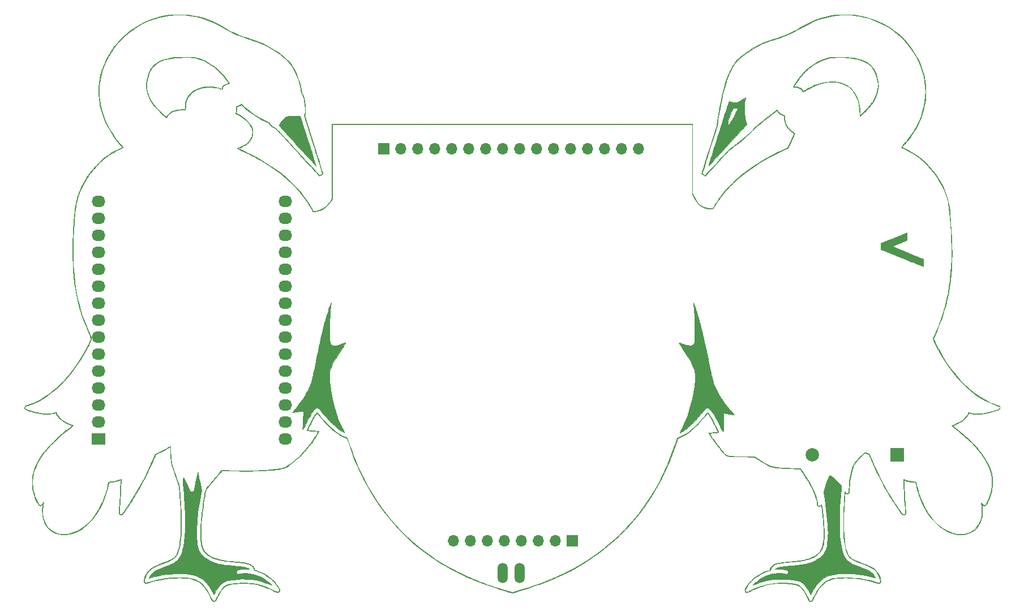
<source format=gts>
G04 #@! TF.FileFunction,Soldermask,Top*
%FSLAX46Y46*%
G04 Gerber Fmt 4.6, Leading zero omitted, Abs format (unit mm)*
G04 Created by KiCad (PCBNEW 4.0.4+e1-6308~48~ubuntu16.04.1-stable) date Sun Feb  5 22:21:48 2017*
%MOMM*%
%LPD*%
G01*
G04 APERTURE LIST*
%ADD10C,0.100000*%
%ADD11C,0.010000*%
%ADD12O,1.506220X3.014980*%
%ADD13O,2.032000X1.727200*%
%ADD14R,2.032000X1.727200*%
%ADD15R,1.700000X1.700000*%
%ADD16O,1.700000X1.700000*%
%ADD17R,2.000000X2.000000*%
%ADD18C,2.000000*%
G04 APERTURE END LIST*
D10*
D11*
G36*
X202908493Y-57904907D02*
X203176839Y-57908171D01*
X203425816Y-57913621D01*
X203645707Y-57921258D01*
X203826798Y-57931081D01*
X203959373Y-57943091D01*
X203960541Y-57943237D01*
X204815958Y-58077629D01*
X205643394Y-58262571D01*
X206445548Y-58498931D01*
X207225117Y-58787578D01*
X207984800Y-59129379D01*
X208529232Y-59413439D01*
X208724558Y-59526460D01*
X208952672Y-59666716D01*
X209200388Y-59825442D01*
X209454521Y-59993873D01*
X209701886Y-60163244D01*
X209929297Y-60324791D01*
X210123568Y-60469749D01*
X210154384Y-60493704D01*
X210792033Y-61028349D01*
X211387365Y-61599268D01*
X211938788Y-62203959D01*
X212444713Y-62839917D01*
X212903549Y-63504639D01*
X213313706Y-64195619D01*
X213673592Y-64910355D01*
X213981618Y-65646343D01*
X214236192Y-66401077D01*
X214435725Y-67172055D01*
X214455919Y-67265665D01*
X214565802Y-67896385D01*
X214637172Y-68556894D01*
X214669634Y-69232748D01*
X214662793Y-69909502D01*
X214616254Y-70572714D01*
X214558809Y-71028034D01*
X214410447Y-71812984D01*
X214204784Y-72588191D01*
X213942226Y-73352824D01*
X213623176Y-74106052D01*
X213248042Y-74847047D01*
X212817228Y-75574977D01*
X212331140Y-76289014D01*
X211790182Y-76988326D01*
X211456794Y-77380763D01*
X211351318Y-77502377D01*
X211261033Y-77609277D01*
X211192383Y-77693605D01*
X211151810Y-77747503D01*
X211143545Y-77762710D01*
X211169127Y-77783171D01*
X211237792Y-77820288D01*
X211338617Y-77868517D01*
X211442798Y-77914683D01*
X211848507Y-78102874D01*
X212275338Y-78327055D01*
X212707345Y-78578098D01*
X213128580Y-78846879D01*
X213401399Y-79035603D01*
X214022875Y-79514670D01*
X214612604Y-80037419D01*
X215168013Y-80599887D01*
X215686529Y-81198111D01*
X216165578Y-81828128D01*
X216602587Y-82485972D01*
X216994982Y-83167683D01*
X217340189Y-83869295D01*
X217635636Y-84586845D01*
X217878749Y-85316371D01*
X218066954Y-86053909D01*
X218116356Y-86297229D01*
X218146198Y-86459587D01*
X218172053Y-86613957D01*
X218195281Y-86771034D01*
X218217241Y-86941516D01*
X218239295Y-87136098D01*
X218262802Y-87365478D01*
X218289123Y-87640351D01*
X218294554Y-87698609D01*
X218403698Y-88987040D01*
X218486858Y-90225903D01*
X218543985Y-91417943D01*
X218575027Y-92565908D01*
X218579932Y-93672547D01*
X218558649Y-94740606D01*
X218511127Y-95772832D01*
X218437315Y-96771973D01*
X218337160Y-97740777D01*
X218210613Y-98681991D01*
X218074043Y-99508149D01*
X217884151Y-100451147D01*
X217653949Y-101395111D01*
X217381740Y-102345359D01*
X217065824Y-103307208D01*
X216704504Y-104285974D01*
X216296081Y-105286976D01*
X216044126Y-105863776D01*
X215808387Y-106391367D01*
X215889405Y-106584586D01*
X215969164Y-106767067D01*
X216070696Y-106987442D01*
X216187555Y-107232485D01*
X216313298Y-107488970D01*
X216441478Y-107743671D01*
X216565649Y-107983362D01*
X216629677Y-108103590D01*
X217100488Y-108934174D01*
X217605626Y-109743635D01*
X218141405Y-110527510D01*
X218704137Y-111281339D01*
X219290136Y-112000660D01*
X219895714Y-112681014D01*
X220517184Y-113317939D01*
X221150860Y-113906973D01*
X221793055Y-114443656D01*
X222005405Y-114607895D01*
X222571471Y-115011838D01*
X223152839Y-115378287D01*
X223742338Y-115703492D01*
X224332797Y-115983706D01*
X224917045Y-116215179D01*
X225346173Y-116354347D01*
X225521613Y-116414237D01*
X225645111Y-116478735D01*
X225723107Y-116553416D01*
X225762042Y-116643854D01*
X225769506Y-116720749D01*
X225766333Y-116807188D01*
X225752483Y-116877230D01*
X225721462Y-116935544D01*
X225666776Y-116986799D01*
X225581931Y-117035663D01*
X225460432Y-117086806D01*
X225295786Y-117144897D01*
X225083414Y-117213991D01*
X224476566Y-117391682D01*
X223894214Y-117529556D01*
X223339033Y-117627339D01*
X222813698Y-117684757D01*
X222320883Y-117701536D01*
X221863261Y-117677403D01*
X221443507Y-117612083D01*
X221366450Y-117594561D01*
X221226401Y-117561528D01*
X221133498Y-117543650D01*
X221078066Y-117542628D01*
X221050430Y-117560162D01*
X221040915Y-117597955D01*
X221039851Y-117651983D01*
X221035384Y-117708651D01*
X221017610Y-117763669D01*
X220979967Y-117828473D01*
X220915897Y-117914500D01*
X220826302Y-118024225D01*
X220484470Y-118393359D01*
X220115491Y-118712637D01*
X219721259Y-118980746D01*
X219303668Y-119196373D01*
X218930546Y-119337802D01*
X218818705Y-119376663D01*
X218731731Y-119412826D01*
X218682056Y-119440824D01*
X218675087Y-119450166D01*
X218697062Y-119476881D01*
X218758310Y-119533088D01*
X218851754Y-119612765D01*
X218970317Y-119709890D01*
X219106919Y-119818443D01*
X219120253Y-119828878D01*
X219855056Y-120418771D01*
X220533857Y-120996457D01*
X221157499Y-121563065D01*
X221726829Y-122119721D01*
X222242691Y-122667555D01*
X222705930Y-123207695D01*
X223117391Y-123741268D01*
X223477920Y-124269404D01*
X223788360Y-124793229D01*
X224049557Y-125313873D01*
X224262356Y-125832463D01*
X224427603Y-126350128D01*
X224546141Y-126867995D01*
X224588541Y-127130097D01*
X224611657Y-127358253D01*
X224624676Y-127626443D01*
X224627953Y-127918660D01*
X224621843Y-128218898D01*
X224606698Y-128511151D01*
X224582873Y-128779413D01*
X224550722Y-129007679D01*
X224546492Y-129030720D01*
X224438334Y-129496937D01*
X224288686Y-129980254D01*
X224103488Y-130463717D01*
X223888683Y-130930371D01*
X223863284Y-130980374D01*
X223779438Y-131139614D01*
X223711945Y-131253312D01*
X223652870Y-131329027D01*
X223594278Y-131374316D01*
X223528232Y-131396737D01*
X223446797Y-131403848D01*
X223418358Y-131404126D01*
X223316884Y-131399907D01*
X223249437Y-131381608D01*
X223191923Y-131340763D01*
X223165314Y-131315230D01*
X223108441Y-131264072D01*
X223069708Y-131239730D01*
X223062623Y-131240128D01*
X223060320Y-131273179D01*
X223065516Y-131350528D01*
X223077123Y-131458716D01*
X223085790Y-131526093D01*
X223105417Y-131724052D01*
X223117069Y-131958150D01*
X223120890Y-132211462D01*
X223117023Y-132467062D01*
X223105613Y-132708024D01*
X223086805Y-132917424D01*
X223073122Y-133014426D01*
X222972762Y-133461707D01*
X222827550Y-133876429D01*
X222638840Y-134256230D01*
X222407984Y-134598749D01*
X222136337Y-134901624D01*
X221854729Y-135140871D01*
X221508917Y-135362060D01*
X221134482Y-135534519D01*
X220735421Y-135657943D01*
X220315732Y-135732030D01*
X219879414Y-135756477D01*
X219430465Y-135730981D01*
X218972883Y-135655239D01*
X218510666Y-135528949D01*
X218204243Y-135417454D01*
X217709125Y-135188566D01*
X217226585Y-134904678D01*
X216758867Y-134568260D01*
X216308217Y-134181782D01*
X215876879Y-133747713D01*
X215467099Y-133268523D01*
X215081120Y-132746682D01*
X214721187Y-132184660D01*
X214389546Y-131584925D01*
X214088442Y-130949947D01*
X214038813Y-130834816D01*
X213895141Y-130485062D01*
X213763488Y-130138838D01*
X213640799Y-129786372D01*
X213524018Y-129417889D01*
X213410090Y-129023617D01*
X213295959Y-128593782D01*
X213178571Y-128118613D01*
X213143448Y-127970792D01*
X213131819Y-127942650D01*
X213105423Y-127923315D01*
X213053312Y-127909953D01*
X212964539Y-127899730D01*
X212831439Y-127890027D01*
X212446349Y-127846146D01*
X212051500Y-127767105D01*
X211700343Y-127666567D01*
X211585623Y-127628723D01*
X211492759Y-127599193D01*
X211434934Y-127582116D01*
X211422958Y-127579528D01*
X211413802Y-127607936D01*
X211408596Y-127690304D01*
X211407145Y-127822347D01*
X211409254Y-127999782D01*
X211414729Y-128218326D01*
X211423374Y-128473694D01*
X211434994Y-128761603D01*
X211449395Y-129077768D01*
X211466381Y-129417907D01*
X211485758Y-129777735D01*
X211507330Y-130152968D01*
X211530903Y-130539323D01*
X211556281Y-130932516D01*
X211583270Y-131328263D01*
X211611234Y-131716349D01*
X211626141Y-131929283D01*
X211638276Y-132126177D01*
X211647251Y-132298608D01*
X211652678Y-132438153D01*
X211654169Y-132536388D01*
X211651334Y-132584890D01*
X211651307Y-132584998D01*
X211598789Y-132683745D01*
X211505860Y-132759514D01*
X211389427Y-132800485D01*
X211337439Y-132804471D01*
X211242690Y-132795040D01*
X211162507Y-132773021D01*
X211149899Y-132766944D01*
X211099408Y-132722321D01*
X211022042Y-132631362D01*
X210920400Y-132498137D01*
X210797084Y-132326717D01*
X210654692Y-132121170D01*
X210495825Y-131885567D01*
X210323083Y-131623978D01*
X210139066Y-131340471D01*
X209946375Y-131039117D01*
X209747610Y-130723986D01*
X209545370Y-130399147D01*
X209342255Y-130068670D01*
X209140867Y-129736625D01*
X208943805Y-129407081D01*
X208753669Y-129084108D01*
X208573059Y-128771777D01*
X208404576Y-128474156D01*
X208385948Y-128440793D01*
X207827026Y-127398575D01*
X207289930Y-126315768D01*
X206772094Y-125186998D01*
X206276823Y-124021244D01*
X206164793Y-123747442D01*
X205872839Y-123634580D01*
X205753106Y-123588557D01*
X205655544Y-123551552D01*
X205591696Y-123527912D01*
X205572668Y-123521543D01*
X205543280Y-123541137D01*
X205479927Y-123595934D01*
X205389383Y-123679308D01*
X205278422Y-123784630D01*
X205153817Y-123905274D01*
X205022344Y-124034612D01*
X204890776Y-124166017D01*
X204765887Y-124292862D01*
X204654452Y-124408520D01*
X204563243Y-124506363D01*
X204542473Y-124529417D01*
X204354821Y-124743030D01*
X204202759Y-124925136D01*
X204080316Y-125085242D01*
X203981522Y-125232858D01*
X203900408Y-125377492D01*
X203831004Y-125528654D01*
X203767341Y-125695853D01*
X203718188Y-125842402D01*
X203605437Y-126215810D01*
X203509957Y-126585604D01*
X203430078Y-126961863D01*
X203364131Y-127354668D01*
X203310447Y-127774097D01*
X203267358Y-128230230D01*
X203233193Y-128733148D01*
X203229942Y-128791138D01*
X203218497Y-128975193D01*
X203205538Y-129143860D01*
X203192061Y-129286707D01*
X203179064Y-129393305D01*
X203167543Y-129453223D01*
X203166335Y-129456710D01*
X203117052Y-129530023D01*
X203052821Y-129580790D01*
X202950201Y-129613656D01*
X202835351Y-129621078D01*
X202733254Y-129603086D01*
X202688822Y-129580342D01*
X202637505Y-129546348D01*
X202607746Y-129548146D01*
X202590342Y-129593550D01*
X202578130Y-129674298D01*
X202569414Y-129758867D01*
X202558126Y-129893811D01*
X202544767Y-130071199D01*
X202529836Y-130283095D01*
X202513837Y-130521567D01*
X202497270Y-130778681D01*
X202480636Y-131046503D01*
X202464437Y-131317099D01*
X202449173Y-131582537D01*
X202435346Y-131834882D01*
X202423458Y-132066202D01*
X202414009Y-132268561D01*
X202413532Y-132279577D01*
X202403441Y-132560618D01*
X202395551Y-132877394D01*
X202389861Y-133219675D01*
X202386372Y-133577231D01*
X202385081Y-133939831D01*
X202385989Y-134297243D01*
X202389094Y-134639238D01*
X202394397Y-134955584D01*
X202401896Y-135236052D01*
X202411591Y-135470410D01*
X202413753Y-135510140D01*
X202454766Y-136092916D01*
X202508471Y-136629123D01*
X202574551Y-137117180D01*
X202652688Y-137555510D01*
X202742568Y-137942534D01*
X202843873Y-138276672D01*
X202956286Y-138556346D01*
X203064472Y-138756665D01*
X203182792Y-138924801D01*
X203318881Y-139078658D01*
X203478069Y-139221559D01*
X203665686Y-139356825D01*
X203887059Y-139487779D01*
X204147518Y-139617742D01*
X204452393Y-139750035D01*
X204807012Y-139887980D01*
X204982380Y-139952116D01*
X205251192Y-140049395D01*
X205473653Y-140131373D01*
X205658654Y-140201649D01*
X205815090Y-140263824D01*
X205951855Y-140321500D01*
X206077842Y-140378278D01*
X206201946Y-140437757D01*
X206288532Y-140480944D01*
X206668915Y-140699088D01*
X206997979Y-140944077D01*
X207277038Y-141217469D01*
X207507403Y-141520819D01*
X207690385Y-141855681D01*
X207827297Y-142223612D01*
X207860780Y-142345376D01*
X207900832Y-142513993D01*
X207922841Y-142639484D01*
X207927406Y-142734060D01*
X207915129Y-142809927D01*
X207887020Y-142878503D01*
X207826970Y-142959296D01*
X207743561Y-143007414D01*
X207631047Y-143023201D01*
X207483684Y-143006999D01*
X207295723Y-142959151D01*
X207176956Y-142920831D01*
X206609944Y-142747176D01*
X205998539Y-142595680D01*
X205352985Y-142467911D01*
X204683526Y-142365437D01*
X204000409Y-142289826D01*
X203313878Y-142242645D01*
X202634179Y-142225461D01*
X202632150Y-142225456D01*
X202113686Y-142233143D01*
X201645918Y-142259756D01*
X201223808Y-142306812D01*
X200842316Y-142375825D01*
X200496404Y-142468312D01*
X200181033Y-142585789D01*
X199891164Y-142729771D01*
X199621758Y-142901775D01*
X199367778Y-143103317D01*
X199201870Y-143257459D01*
X199055054Y-143407142D01*
X198920523Y-143556746D01*
X198793632Y-143713238D01*
X198669739Y-143883583D01*
X198544201Y-144074747D01*
X198412373Y-144293694D01*
X198269614Y-144547390D01*
X198111279Y-144842800D01*
X197990495Y-145074643D01*
X197899873Y-145246105D01*
X197814367Y-145400408D01*
X197738940Y-145529132D01*
X197678554Y-145623860D01*
X197638172Y-145676175D01*
X197633398Y-145680447D01*
X197542299Y-145723371D01*
X197427590Y-145739888D01*
X197313650Y-145729554D01*
X197224858Y-145691925D01*
X197219876Y-145687977D01*
X197189272Y-145647533D01*
X197137906Y-145562874D01*
X197070409Y-145442364D01*
X196991412Y-145294368D01*
X196905545Y-145127251D01*
X196868350Y-145052977D01*
X196670981Y-144671464D01*
X196483281Y-144343156D01*
X196301667Y-144064391D01*
X196122558Y-143831504D01*
X195942372Y-143640834D01*
X195757528Y-143488718D01*
X195564443Y-143371493D01*
X195359535Y-143285497D01*
X195139224Y-143227066D01*
X195070541Y-143214521D01*
X194324683Y-143109328D01*
X193613894Y-143047462D01*
X192933884Y-143029121D01*
X192280361Y-143054504D01*
X191649034Y-143123807D01*
X191035611Y-143237227D01*
X190435802Y-143394963D01*
X190311690Y-143433571D01*
X190029647Y-143527264D01*
X189755213Y-143626430D01*
X189477010Y-143735733D01*
X189183658Y-143859838D01*
X188863781Y-144003410D01*
X188505998Y-144171114D01*
X188464771Y-144190789D01*
X188284326Y-144276186D01*
X188147708Y-144338308D01*
X188046621Y-144380196D01*
X187972767Y-144404886D01*
X187917846Y-144415418D01*
X187873562Y-144414830D01*
X187859082Y-144412568D01*
X187727379Y-144363607D01*
X187638204Y-144274861D01*
X187592839Y-144147689D01*
X187590167Y-144127885D01*
X187586079Y-144059880D01*
X187593887Y-143996860D01*
X187618195Y-143924064D01*
X187663608Y-143826731D01*
X187715263Y-143726902D01*
X187898690Y-143420667D01*
X188127615Y-143106463D01*
X188392305Y-142795265D01*
X188683028Y-142498052D01*
X188990050Y-142225801D01*
X189173069Y-142082683D01*
X189564029Y-141815614D01*
X189977870Y-141575871D01*
X190400933Y-141370341D01*
X190819560Y-141205909D01*
X191063586Y-141129656D01*
X191360601Y-141046572D01*
X191394939Y-140911969D01*
X191480716Y-140690719D01*
X191618248Y-140496416D01*
X191807456Y-140329122D01*
X192048262Y-140188902D01*
X192340586Y-140075817D01*
X192494898Y-140032276D01*
X192628900Y-140000341D01*
X192770241Y-139971199D01*
X192925550Y-139943983D01*
X193101456Y-139917826D01*
X193304589Y-139891860D01*
X193541578Y-139865219D01*
X193819052Y-139837037D01*
X194143641Y-139806446D01*
X194395264Y-139783771D01*
X194843354Y-139742242D01*
X195239493Y-139701557D01*
X195590090Y-139660641D01*
X195901553Y-139618422D01*
X196180290Y-139573826D01*
X196432711Y-139525782D01*
X196665223Y-139473215D01*
X196884235Y-139415052D01*
X197096156Y-139350221D01*
X197207666Y-139312832D01*
X197637336Y-139141760D01*
X198022215Y-138940773D01*
X198360305Y-138711267D01*
X198649610Y-138454636D01*
X198888135Y-138172276D01*
X198933899Y-138106392D01*
X199064137Y-137868815D01*
X199173004Y-137577445D01*
X199260504Y-137232220D01*
X199326641Y-136833079D01*
X199371420Y-136379961D01*
X199394844Y-135872807D01*
X199396917Y-135311554D01*
X199377643Y-134696142D01*
X199337027Y-134026510D01*
X199275072Y-133302598D01*
X199259675Y-133146893D01*
X199244110Y-132999522D01*
X199224590Y-132825066D01*
X199202161Y-132631874D01*
X199177868Y-132428295D01*
X199152754Y-132222680D01*
X199127867Y-132023378D01*
X199104249Y-131838740D01*
X199082947Y-131677116D01*
X199065006Y-131546854D01*
X199051469Y-131456305D01*
X199043382Y-131413820D01*
X199042545Y-131411866D01*
X199016083Y-131419833D01*
X198955550Y-131447912D01*
X198922342Y-131464799D01*
X198783288Y-131510519D01*
X198650977Y-131503778D01*
X198535693Y-131445921D01*
X198496935Y-131409087D01*
X198446355Y-131335413D01*
X198415229Y-131241065D01*
X198399373Y-131137226D01*
X198347407Y-130770711D01*
X198271678Y-130406587D01*
X198169989Y-130039625D01*
X198040141Y-129664597D01*
X197879939Y-129276275D01*
X197687184Y-128869431D01*
X197459680Y-128438836D01*
X197195230Y-127979262D01*
X196891636Y-127485481D01*
X196812232Y-127360563D01*
X196688400Y-127166360D01*
X196552936Y-126953034D01*
X196417058Y-126738306D01*
X196291980Y-126539896D01*
X196202411Y-126397115D01*
X196112270Y-126253743D01*
X196031779Y-126127208D01*
X195966425Y-126026022D01*
X195921698Y-125958695D01*
X195903990Y-125934436D01*
X195869789Y-125927626D01*
X195784381Y-125919935D01*
X195654934Y-125911740D01*
X195488618Y-125903418D01*
X195292604Y-125895345D01*
X195074059Y-125887899D01*
X194949449Y-125884278D01*
X194525882Y-125870500D01*
X194103274Y-125852557D01*
X193688693Y-125830965D01*
X193289207Y-125806242D01*
X192911886Y-125778904D01*
X192563798Y-125749470D01*
X192252010Y-125718456D01*
X191983593Y-125686378D01*
X191765615Y-125653755D01*
X191742265Y-125649665D01*
X191597026Y-125617681D01*
X191446141Y-125571394D01*
X191284102Y-125507985D01*
X191105402Y-125424632D01*
X190904535Y-125318517D01*
X190675991Y-125186819D01*
X190414265Y-125026719D01*
X190113848Y-124835397D01*
X189972255Y-124743384D01*
X189790206Y-124626018D01*
X189608998Y-124511938D01*
X189439269Y-124407641D01*
X189291661Y-124319622D01*
X189176811Y-124254376D01*
X189136056Y-124232859D01*
X188894675Y-124110776D01*
X187194562Y-124095821D01*
X186778322Y-124091998D01*
X186415949Y-124087871D01*
X186102922Y-124082715D01*
X185834717Y-124075808D01*
X185606814Y-124066426D01*
X185414690Y-124053845D01*
X185253823Y-124037343D01*
X185119691Y-124016196D01*
X185007772Y-123989681D01*
X184913544Y-123957074D01*
X184832485Y-123917652D01*
X184760073Y-123870692D01*
X184691786Y-123815470D01*
X184623101Y-123751262D01*
X184549497Y-123677347D01*
X184544097Y-123671844D01*
X184341934Y-123456537D01*
X184116770Y-123200356D01*
X183875868Y-122912361D01*
X183626494Y-122601612D01*
X183375911Y-122277169D01*
X183131383Y-121948093D01*
X182900176Y-121623443D01*
X182890192Y-121609069D01*
X182783592Y-121452540D01*
X182674480Y-121287217D01*
X182567728Y-121121032D01*
X182468208Y-120961914D01*
X182380793Y-120817793D01*
X182310356Y-120696600D01*
X182261768Y-120606265D01*
X182239902Y-120554718D01*
X182239161Y-120549481D01*
X182250924Y-120529432D01*
X182290768Y-120513197D01*
X182365529Y-120499707D01*
X182482042Y-120487891D01*
X182647141Y-120476677D01*
X182735483Y-120471736D01*
X182912517Y-120460187D01*
X183087127Y-120445097D01*
X183248879Y-120427753D01*
X183387335Y-120409441D01*
X183492062Y-120391449D01*
X183552624Y-120375062D01*
X183561516Y-120369888D01*
X183553493Y-120340450D01*
X183521608Y-120265875D01*
X183469158Y-120152715D01*
X183399442Y-120007522D01*
X183315760Y-119836847D01*
X183221409Y-119647243D01*
X183119688Y-119445261D01*
X183013895Y-119237454D01*
X182907330Y-119030372D01*
X182803291Y-118830569D01*
X182705076Y-118644596D01*
X182615985Y-118479004D01*
X182543177Y-118347204D01*
X182454863Y-118194753D01*
X182361904Y-118042106D01*
X182269849Y-117897549D01*
X182184246Y-117769362D01*
X182110645Y-117665831D01*
X182054594Y-117595238D01*
X182021644Y-117565866D01*
X182019506Y-117565505D01*
X181985802Y-117587570D01*
X181932891Y-117644663D01*
X181887066Y-117704183D01*
X181747038Y-117889240D01*
X181570840Y-118105240D01*
X181365898Y-118344281D01*
X181139638Y-118598463D01*
X180899486Y-118859885D01*
X180652868Y-119120646D01*
X180407211Y-119372845D01*
X180169941Y-119608582D01*
X179948484Y-119819955D01*
X179750266Y-119999063D01*
X179650514Y-120083699D01*
X179267427Y-120387305D01*
X178908686Y-120646540D01*
X178566917Y-120866061D01*
X178234749Y-121050521D01*
X177904809Y-121204578D01*
X177819527Y-121239805D01*
X177533292Y-121354992D01*
X177262578Y-122168122D01*
X176774616Y-123550650D01*
X176244698Y-124892979D01*
X175672887Y-126195007D01*
X175059243Y-127456634D01*
X174403828Y-128677757D01*
X173706705Y-129858276D01*
X172967934Y-130998088D01*
X172187578Y-132097092D01*
X171365697Y-133155187D01*
X170502355Y-134172272D01*
X169597612Y-135148244D01*
X169020898Y-135727775D01*
X168062720Y-136626239D01*
X167068648Y-137482066D01*
X166037707Y-138295853D01*
X164968926Y-139068196D01*
X163861330Y-139799691D01*
X162713948Y-140490936D01*
X161525806Y-141142527D01*
X160295931Y-141755060D01*
X159023350Y-142329133D01*
X157707090Y-142865341D01*
X156868357Y-143179141D01*
X156692712Y-143241595D01*
X156482558Y-143314455D01*
X156243270Y-143395991D01*
X155980224Y-143484470D01*
X155698797Y-143578163D01*
X155404364Y-143675338D01*
X155102302Y-143774264D01*
X154797986Y-143873210D01*
X154496794Y-143970444D01*
X154204101Y-144064236D01*
X153925284Y-144152855D01*
X153665718Y-144234570D01*
X153430780Y-144307649D01*
X153225845Y-144370362D01*
X153056291Y-144420977D01*
X152927492Y-144457763D01*
X152844827Y-144478990D01*
X152816920Y-144483666D01*
X152773810Y-144474867D01*
X152680426Y-144449558D01*
X152541997Y-144409367D01*
X152363751Y-144355926D01*
X152150916Y-144290864D01*
X151908720Y-144215812D01*
X151642392Y-144132401D01*
X151357159Y-144042259D01*
X151058250Y-143947017D01*
X150750892Y-143848307D01*
X150440314Y-143747756D01*
X150131743Y-143646997D01*
X150095023Y-143634945D01*
X149328402Y-143377537D01*
X148609041Y-143123829D01*
X147926361Y-142869541D01*
X147269779Y-142610392D01*
X146628715Y-142342099D01*
X145992588Y-142060382D01*
X145350815Y-141760958D01*
X144796058Y-141490861D01*
X144049968Y-141111948D01*
X143347534Y-140735521D01*
X142674952Y-140353677D01*
X142018419Y-139958516D01*
X141364132Y-139542132D01*
X141175828Y-139418264D01*
X140065783Y-138648692D01*
X138996980Y-137837873D01*
X137969368Y-136985748D01*
X136982893Y-136092258D01*
X136037503Y-135157343D01*
X135133146Y-134180944D01*
X134269769Y-133163001D01*
X133447321Y-132103455D01*
X132665748Y-131002246D01*
X131924999Y-129859316D01*
X131225021Y-128674604D01*
X130565761Y-127448051D01*
X130476704Y-127272977D01*
X130119381Y-126547071D01*
X129785023Y-125827938D01*
X129468772Y-125103874D01*
X129165770Y-124363177D01*
X128871159Y-123594143D01*
X128580080Y-122785070D01*
X128417900Y-122313362D01*
X128092885Y-121353517D01*
X127909617Y-121284621D01*
X127723997Y-121206482D01*
X127506762Y-121101456D01*
X127272950Y-120977765D01*
X127037602Y-120843634D01*
X126815756Y-120707286D01*
X126645884Y-120593575D01*
X126203374Y-120260724D01*
X125750345Y-119878708D01*
X125293542Y-119454145D01*
X124839706Y-118993653D01*
X124395580Y-118503848D01*
X123967907Y-117991348D01*
X123875789Y-117875053D01*
X123785156Y-117761416D01*
X123706643Y-117666535D01*
X123647475Y-117598880D01*
X123614880Y-117566924D01*
X123611734Y-117565505D01*
X123574727Y-117590651D01*
X123514422Y-117662691D01*
X123434107Y-117776531D01*
X123337067Y-117927076D01*
X123226588Y-118109233D01*
X123105956Y-118317908D01*
X122980876Y-118543551D01*
X122883102Y-118725136D01*
X122780359Y-118918880D01*
X122676100Y-119117981D01*
X122573775Y-119315636D01*
X122476838Y-119505044D01*
X122388739Y-119679401D01*
X122312932Y-119831906D01*
X122252866Y-119955757D01*
X122211995Y-120044150D01*
X122193770Y-120090284D01*
X122193457Y-120095280D01*
X122235302Y-120109698D01*
X122331552Y-120126012D01*
X122478267Y-120143803D01*
X122671505Y-120162651D01*
X122907327Y-120182136D01*
X123181792Y-120201839D01*
X123214623Y-120204032D01*
X123397213Y-120217023D01*
X123559805Y-120230277D01*
X123693459Y-120242925D01*
X123789233Y-120254102D01*
X123838188Y-120262940D01*
X123842306Y-120264895D01*
X123840224Y-120301402D01*
X123810206Y-120379904D01*
X123756199Y-120493479D01*
X123682145Y-120635203D01*
X123591991Y-120798153D01*
X123489682Y-120975404D01*
X123379161Y-121160033D01*
X123264375Y-121345116D01*
X123149268Y-121523731D01*
X123037785Y-121688953D01*
X123001038Y-121741367D01*
X122691873Y-122161801D01*
X122365461Y-122576571D01*
X122025568Y-122982222D01*
X121675960Y-123375299D01*
X121320403Y-123752346D01*
X120962663Y-124109909D01*
X120606507Y-124444533D01*
X120255701Y-124752763D01*
X119914010Y-125031143D01*
X119585200Y-125276220D01*
X119273039Y-125484538D01*
X118981291Y-125652641D01*
X118713723Y-125777076D01*
X118534793Y-125838648D01*
X118342117Y-125884908D01*
X118095997Y-125930296D01*
X117801378Y-125974337D01*
X117463205Y-126016556D01*
X117086424Y-126056478D01*
X116675981Y-126093631D01*
X116236819Y-126127538D01*
X115773886Y-126157726D01*
X115292125Y-126183720D01*
X114796483Y-126205046D01*
X114666403Y-126209752D01*
X114425433Y-126216421D01*
X114134379Y-126221633D01*
X113801531Y-126225426D01*
X113435176Y-126227838D01*
X113043604Y-126228904D01*
X112635101Y-126228663D01*
X112217957Y-126227151D01*
X111800460Y-126224405D01*
X111390899Y-126220463D01*
X110997562Y-126215361D01*
X110628736Y-126209136D01*
X110292712Y-126201826D01*
X109997777Y-126193468D01*
X109850378Y-126188216D01*
X109382035Y-126169935D01*
X109046694Y-126590076D01*
X108935704Y-126726344D01*
X108794713Y-126895128D01*
X108632917Y-127085670D01*
X108459514Y-127287206D01*
X108283700Y-127488978D01*
X108122086Y-127671902D01*
X107883547Y-127940950D01*
X107681528Y-128171948D01*
X107512684Y-128369514D01*
X107373672Y-128538264D01*
X107261147Y-128682814D01*
X107171765Y-128807780D01*
X107102182Y-128917779D01*
X107049052Y-129017426D01*
X107009033Y-129111340D01*
X106978778Y-129204134D01*
X106960641Y-129275098D01*
X106899990Y-129555432D01*
X106835986Y-129885660D01*
X106769857Y-130257466D01*
X106702834Y-130662532D01*
X106636147Y-131092542D01*
X106571025Y-131539179D01*
X106508698Y-131994126D01*
X106450395Y-132449067D01*
X106397346Y-132895685D01*
X106350781Y-133325663D01*
X106328576Y-133549988D01*
X106307736Y-133802299D01*
X106289591Y-134088702D01*
X106274329Y-134399509D01*
X106262135Y-134725028D01*
X106253198Y-135055572D01*
X106247703Y-135381451D01*
X106245839Y-135692975D01*
X106247791Y-135980454D01*
X106253747Y-136234200D01*
X106263894Y-136444523D01*
X106270991Y-136534607D01*
X106310861Y-136895967D01*
X106359499Y-137207241D01*
X106419940Y-137476450D01*
X106495215Y-137711616D01*
X106588360Y-137920762D01*
X106702405Y-138111910D01*
X106840385Y-138293082D01*
X107002610Y-138469550D01*
X107182979Y-138640913D01*
X107361588Y-138785350D01*
X107554911Y-138914346D01*
X107779420Y-139039382D01*
X107922265Y-139110676D01*
X108183928Y-139227148D01*
X108462759Y-139330561D01*
X108764496Y-139422156D01*
X109094883Y-139503172D01*
X109459659Y-139574848D01*
X109864567Y-139638424D01*
X110315347Y-139695141D01*
X110817741Y-139746237D01*
X110900196Y-139753698D01*
X111284857Y-139788270D01*
X111616868Y-139818890D01*
X111901779Y-139846291D01*
X112145142Y-139871209D01*
X112352508Y-139894375D01*
X112529429Y-139916524D01*
X112681456Y-139938389D01*
X112814140Y-139960704D01*
X112933034Y-139984203D01*
X113043688Y-140009619D01*
X113151655Y-140037685D01*
X113241926Y-140063149D01*
X113512411Y-140157147D01*
X113734990Y-140269909D01*
X113918420Y-140406098D01*
X113960799Y-140445939D01*
X114048384Y-140546950D01*
X114129448Y-140665994D01*
X114194698Y-140786619D01*
X114234841Y-140892376D01*
X114243069Y-140945640D01*
X114249197Y-140987041D01*
X114273619Y-141020694D01*
X114325397Y-141051624D01*
X114413590Y-141084853D01*
X114547260Y-141125404D01*
X114588556Y-141137193D01*
X115076965Y-141303236D01*
X115554657Y-141519381D01*
X116015278Y-141780737D01*
X116452476Y-142082409D01*
X116859896Y-142419506D01*
X117231186Y-142787134D01*
X117559992Y-143180399D01*
X117839961Y-143594410D01*
X117889704Y-143679568D01*
X117962052Y-143812144D01*
X118007257Y-143911194D01*
X118030855Y-143991578D01*
X118038384Y-144068155D01*
X118038472Y-144078764D01*
X118014805Y-144220122D01*
X117946537Y-144327069D01*
X117837768Y-144394456D01*
X117774018Y-144410964D01*
X117730418Y-144415715D01*
X117684293Y-144412758D01*
X117627518Y-144399108D01*
X117551971Y-144371782D01*
X117449526Y-144327795D01*
X117312060Y-144264163D01*
X117131448Y-144177901D01*
X117105333Y-144165330D01*
X116556463Y-143910947D01*
X116041792Y-143693981D01*
X115552915Y-143511918D01*
X115081429Y-143362242D01*
X114618929Y-143242441D01*
X114157012Y-143149999D01*
X113687273Y-143082402D01*
X113381805Y-143051291D01*
X113116225Y-143034830D01*
X112823118Y-143028214D01*
X112510341Y-143030736D01*
X112185754Y-143041692D01*
X111857215Y-143060376D01*
X111532582Y-143086083D01*
X111219714Y-143118108D01*
X110926469Y-143155747D01*
X110660707Y-143198293D01*
X110430285Y-143245042D01*
X110243062Y-143295288D01*
X110114808Y-143344439D01*
X109943243Y-143439074D01*
X109781430Y-143554982D01*
X109625680Y-143696856D01*
X109472307Y-143869389D01*
X109317626Y-144077273D01*
X109157948Y-144325203D01*
X108989588Y-144617870D01*
X108808859Y-144959968D01*
X108742371Y-145091506D01*
X108654222Y-145263661D01*
X108571625Y-145417585D01*
X108499244Y-145545118D01*
X108441744Y-145638102D01*
X108403791Y-145688377D01*
X108398544Y-145692884D01*
X108302525Y-145731284D01*
X108184613Y-145739724D01*
X108069720Y-145719380D01*
X107984858Y-145673379D01*
X107951208Y-145629355D01*
X107895858Y-145541453D01*
X107823529Y-145417863D01*
X107738944Y-145266777D01*
X107646825Y-145096387D01*
X107589868Y-144988230D01*
X107415406Y-144658560D01*
X107259375Y-144375593D01*
X107117079Y-144132418D01*
X106983820Y-143922124D01*
X106854900Y-143737798D01*
X106725623Y-143572530D01*
X106591291Y-143419409D01*
X106447205Y-143271522D01*
X106377408Y-143204343D01*
X106109611Y-142975268D01*
X105825232Y-142781415D01*
X105517512Y-142620019D01*
X105179694Y-142488316D01*
X104805022Y-142383542D01*
X104386736Y-142302933D01*
X104068472Y-142259878D01*
X103892784Y-142244863D01*
X103670387Y-142234076D01*
X103412802Y-142227440D01*
X103131551Y-142224875D01*
X102838157Y-142226306D01*
X102544141Y-142231655D01*
X102261026Y-142240843D01*
X102000333Y-142253794D01*
X101773585Y-142270431D01*
X101718242Y-142275689D01*
X100932928Y-142369099D01*
X100198382Y-142486005D01*
X99511665Y-142626983D01*
X98869842Y-142792606D01*
X98498436Y-142906208D01*
X98295614Y-142968428D01*
X98137619Y-143006945D01*
X98016065Y-143022099D01*
X97922568Y-143014227D01*
X97848743Y-142983672D01*
X97790120Y-142934911D01*
X97740368Y-142875541D01*
X97715721Y-142816961D01*
X97708750Y-142735617D01*
X97709561Y-142679451D01*
X97727095Y-142524788D01*
X97768746Y-142337492D01*
X97829288Y-142135411D01*
X97903494Y-141936393D01*
X97970238Y-141789272D01*
X98154875Y-141471611D01*
X98373934Y-141192372D01*
X98525591Y-141037872D01*
X98683319Y-140898471D01*
X98851823Y-140769429D01*
X99037545Y-140647386D01*
X99246923Y-140528980D01*
X99486398Y-140410850D01*
X99762410Y-140289635D01*
X100081399Y-140161975D01*
X100449805Y-140024507D01*
X100506633Y-140003949D01*
X100907639Y-139854235D01*
X101255470Y-139712869D01*
X101554352Y-139577491D01*
X101808509Y-139445738D01*
X102022168Y-139315249D01*
X102199552Y-139183664D01*
X102344889Y-139048620D01*
X102458464Y-138913148D01*
X102596713Y-138693541D01*
X102721099Y-138429459D01*
X102832031Y-138119122D01*
X102929924Y-137760749D01*
X103015188Y-137352559D01*
X103088236Y-136892771D01*
X103149481Y-136379604D01*
X103199333Y-135811276D01*
X103209636Y-135666655D01*
X103219646Y-135479053D01*
X103227836Y-135241941D01*
X103234206Y-134964172D01*
X103238758Y-134654596D01*
X103241490Y-134322067D01*
X103242404Y-133975436D01*
X103241501Y-133623556D01*
X103238779Y-133275279D01*
X103234241Y-132939456D01*
X103227885Y-132624941D01*
X103219714Y-132340586D01*
X103209726Y-132095242D01*
X103209479Y-132090218D01*
X103194207Y-131798288D01*
X103176195Y-131484049D01*
X103155952Y-131154371D01*
X103133987Y-130816125D01*
X103110810Y-130476183D01*
X103086930Y-130141416D01*
X103062857Y-129818695D01*
X103039100Y-129514891D01*
X103016169Y-129236876D01*
X102994573Y-128991520D01*
X102974821Y-128785694D01*
X102957423Y-128626271D01*
X102946478Y-128542977D01*
X102932447Y-128485326D01*
X102900827Y-128378311D01*
X102853493Y-128227616D01*
X102792317Y-128038929D01*
X102719175Y-127817935D01*
X102635939Y-127570321D01*
X102544484Y-127301773D01*
X102446685Y-127017978D01*
X102393237Y-126864241D01*
X102285612Y-126553530D01*
X102184848Y-126258562D01*
X102092719Y-125984779D01*
X102011003Y-125737621D01*
X101941474Y-125522528D01*
X101885908Y-125344942D01*
X101846082Y-125210302D01*
X101823771Y-125124050D01*
X101821464Y-125112517D01*
X101784735Y-124877046D01*
X101750868Y-124596560D01*
X101720879Y-124284405D01*
X101695781Y-123953927D01*
X101676590Y-123618473D01*
X101664320Y-123291390D01*
X101659987Y-122988551D01*
X101658934Y-122848823D01*
X101656155Y-122733016D01*
X101652053Y-122652077D01*
X101647033Y-122616951D01*
X101646232Y-122616310D01*
X101618190Y-122631472D01*
X101550822Y-122673033D01*
X101453452Y-122735103D01*
X101335406Y-122811793D01*
X101301955Y-122833744D01*
X100926573Y-123064012D01*
X100517550Y-123285492D01*
X100099494Y-123485364D01*
X99838972Y-123595858D01*
X99455598Y-123749613D01*
X99370683Y-123963938D01*
X98963843Y-124943770D01*
X98512234Y-125944229D01*
X98020817Y-126955342D01*
X97494551Y-127967134D01*
X96938397Y-128969632D01*
X96556260Y-129623206D01*
X96377533Y-129919683D01*
X96191958Y-130222203D01*
X96002376Y-130526497D01*
X95811626Y-130828297D01*
X95622548Y-131123336D01*
X95437980Y-131407344D01*
X95260764Y-131676055D01*
X95093737Y-131925200D01*
X94939741Y-132150511D01*
X94801614Y-132347719D01*
X94682196Y-132512557D01*
X94584326Y-132640757D01*
X94510845Y-132728050D01*
X94464592Y-132770169D01*
X94461510Y-132771760D01*
X94334133Y-132803487D01*
X94206049Y-132791044D01*
X94093941Y-132739020D01*
X94014488Y-132652007D01*
X94012379Y-132648152D01*
X94001462Y-132622674D01*
X93993163Y-132588479D01*
X93987649Y-132540694D01*
X93985086Y-132474449D01*
X93985643Y-132384874D01*
X93989486Y-132267096D01*
X93996780Y-132116245D01*
X94007694Y-131927450D01*
X94022394Y-131695839D01*
X94041047Y-131416543D01*
X94063820Y-131084690D01*
X94067982Y-131024586D01*
X94093282Y-130639252D01*
X94119350Y-130203389D01*
X94145774Y-129724849D01*
X94172139Y-129211481D01*
X94198032Y-128671135D01*
X94223038Y-128111662D01*
X94229401Y-127962681D01*
X94235929Y-127798816D01*
X94238817Y-127684940D01*
X94237337Y-127612725D01*
X94230760Y-127573842D01*
X94218358Y-127559961D01*
X94199403Y-127562755D01*
X94194594Y-127564651D01*
X93828505Y-127694315D01*
X93432477Y-127796415D01*
X93030665Y-127865370D01*
X92791248Y-127888893D01*
X92655487Y-127899036D01*
X92567202Y-127909372D01*
X92515536Y-127922734D01*
X92489635Y-127941958D01*
X92478643Y-127969880D01*
X92478494Y-127970575D01*
X92287206Y-128776882D01*
X92061805Y-129550278D01*
X91803479Y-130288730D01*
X91513415Y-130990206D01*
X91192800Y-131652672D01*
X90842821Y-132274096D01*
X90464664Y-132852445D01*
X90059517Y-133385686D01*
X89628568Y-133871787D01*
X89173002Y-134308714D01*
X88694007Y-134694435D01*
X88454533Y-134861849D01*
X87975831Y-135151529D01*
X87496244Y-135383422D01*
X87014060Y-135558125D01*
X86527565Y-135676237D01*
X86035045Y-135738353D01*
X85923529Y-135744660D01*
X85465207Y-135740049D01*
X85031810Y-135685251D01*
X84625304Y-135580864D01*
X84247657Y-135427488D01*
X83900836Y-135225721D01*
X83686462Y-135063573D01*
X83392597Y-134787829D01*
X83144654Y-134488189D01*
X82939084Y-134158676D01*
X82772334Y-133793311D01*
X82640852Y-133386116D01*
X82605042Y-133243436D01*
X82566080Y-133031167D01*
X82537102Y-132777261D01*
X82518656Y-132497704D01*
X82511288Y-132208483D01*
X82515546Y-131925583D01*
X82531977Y-131664991D01*
X82546598Y-131535505D01*
X82563370Y-131406002D01*
X82575626Y-131299934D01*
X82582075Y-131229314D01*
X82581987Y-131206084D01*
X82558760Y-131219941D01*
X82508316Y-131264442D01*
X82470686Y-131300969D01*
X82398091Y-131365351D01*
X82331747Y-131395631D01*
X82242323Y-131404004D01*
X82222570Y-131404126D01*
X82133097Y-131398145D01*
X82058936Y-131375398D01*
X81992752Y-131328676D01*
X81927207Y-131250771D01*
X81854964Y-131134476D01*
X81768687Y-130972582D01*
X81754023Y-130943804D01*
X81496097Y-130381845D01*
X81287119Y-129810696D01*
X81130029Y-129239087D01*
X81057760Y-128875151D01*
X81033363Y-128682572D01*
X81016138Y-128448083D01*
X81006082Y-128186337D01*
X81003195Y-127911987D01*
X81007475Y-127639685D01*
X81018919Y-127384083D01*
X81037525Y-127159834D01*
X81057992Y-127010397D01*
X81169471Y-126490747D01*
X81323231Y-125975272D01*
X81520444Y-125462391D01*
X81762284Y-124950524D01*
X82049922Y-124438091D01*
X82384532Y-123923512D01*
X82767286Y-123405207D01*
X83199356Y-122881595D01*
X83681917Y-122351098D01*
X84216140Y-121812134D01*
X84803197Y-121263124D01*
X85444263Y-120702487D01*
X86140509Y-120128643D01*
X86201977Y-120079442D01*
X86357717Y-119955381D01*
X86506866Y-119837164D01*
X86640279Y-119731994D01*
X86748817Y-119647070D01*
X86823336Y-119589595D01*
X86836075Y-119579988D01*
X86909868Y-119520275D01*
X86959803Y-119471180D01*
X86973515Y-119448609D01*
X86947850Y-119427676D01*
X86878689Y-119396849D01*
X86778880Y-119361541D01*
X86733556Y-119347468D01*
X86529621Y-119275101D01*
X86299524Y-119174701D01*
X86061852Y-119055741D01*
X85835193Y-118927698D01*
X85638134Y-118800045D01*
X85587782Y-118763403D01*
X85317442Y-118541044D01*
X85050128Y-118286118D01*
X84808806Y-118020939D01*
X84751048Y-117950432D01*
X84667612Y-117842110D01*
X84616234Y-117763005D01*
X84589712Y-117699112D01*
X84580843Y-117636425D01*
X84580541Y-117618860D01*
X84576121Y-117543734D01*
X84559541Y-117515323D01*
X84535809Y-117518033D01*
X84439874Y-117548058D01*
X84305231Y-117581444D01*
X84151069Y-117613952D01*
X83996575Y-117641344D01*
X83938242Y-117650021D01*
X83548146Y-117689215D01*
X83147161Y-117699110D01*
X82729793Y-117678961D01*
X82290549Y-117628021D01*
X81823936Y-117545544D01*
X81324461Y-117430785D01*
X80786630Y-117282996D01*
X80427113Y-117173064D01*
X80240166Y-117111689D01*
X80101726Y-117059285D01*
X80003730Y-117010373D01*
X79938109Y-116959475D01*
X79896798Y-116901113D01*
X79871729Y-116829809D01*
X79863239Y-116790135D01*
X79864755Y-116732733D01*
X79938472Y-116732733D01*
X79945460Y-116808184D01*
X79971128Y-116870555D01*
X80022532Y-116924773D01*
X80106726Y-116975763D01*
X80230764Y-117028451D01*
X80401703Y-117087764D01*
X80485504Y-117114673D01*
X81073887Y-117289793D01*
X81620348Y-117428937D01*
X82128679Y-117532454D01*
X82602672Y-117600697D01*
X83046119Y-117634015D01*
X83462814Y-117632759D01*
X83856548Y-117597280D01*
X84231113Y-117527929D01*
X84419873Y-117478509D01*
X84522948Y-117449633D01*
X84603833Y-117428610D01*
X84646420Y-117419607D01*
X84647926Y-117419528D01*
X84658401Y-117445152D01*
X84657175Y-117509828D01*
X84652771Y-117545789D01*
X84645893Y-117607093D01*
X84650821Y-117657206D01*
X84673739Y-117709893D01*
X84720831Y-117778917D01*
X84798280Y-117878041D01*
X84806892Y-117888835D01*
X85119432Y-118241246D01*
X85463231Y-118557066D01*
X85829325Y-118828765D01*
X86154826Y-119021222D01*
X86279222Y-119081738D01*
X86426684Y-119146441D01*
X86585125Y-119210811D01*
X86742457Y-119270326D01*
X86886595Y-119320467D01*
X87005451Y-119356711D01*
X87086939Y-119374539D01*
X87102342Y-119375620D01*
X87144806Y-119388987D01*
X87135877Y-119428682D01*
X87075970Y-119494102D01*
X86965499Y-119584641D01*
X86952311Y-119594586D01*
X86869363Y-119657925D01*
X86751297Y-119749678D01*
X86608510Y-119861681D01*
X86451403Y-119985772D01*
X86290371Y-120113789D01*
X86260252Y-120137833D01*
X85557314Y-120714807D01*
X84909802Y-121278717D01*
X84316580Y-121831008D01*
X83776515Y-122373123D01*
X83288473Y-122906508D01*
X82851319Y-123432607D01*
X82463919Y-123952864D01*
X82125139Y-124468723D01*
X81833843Y-124981629D01*
X81588899Y-125493027D01*
X81389172Y-126004361D01*
X81233527Y-126517074D01*
X81225096Y-126549753D01*
X81165103Y-126803988D01*
X81121172Y-127040182D01*
X81091278Y-127275758D01*
X81073396Y-127528143D01*
X81065501Y-127814760D01*
X81064713Y-127929873D01*
X81068203Y-128239306D01*
X81082002Y-128509488D01*
X81108543Y-128759024D01*
X81150258Y-129006522D01*
X81209582Y-129270588D01*
X81270417Y-129502852D01*
X81333021Y-129712404D01*
X81409168Y-129936826D01*
X81495269Y-130168025D01*
X81587737Y-130397907D01*
X81682984Y-130618378D01*
X81777423Y-130821343D01*
X81867466Y-130998708D01*
X81949526Y-131142380D01*
X82020015Y-131244263D01*
X82061141Y-131286850D01*
X82165110Y-131340572D01*
X82269483Y-131337628D01*
X82375324Y-131277565D01*
X82483696Y-131159927D01*
X82536506Y-131083532D01*
X82601756Y-130995222D01*
X82656081Y-130945875D01*
X82693248Y-130937993D01*
X82707024Y-130974076D01*
X82701596Y-131017287D01*
X82657851Y-131233390D01*
X82625876Y-131425828D01*
X82603987Y-131611769D01*
X82590501Y-131808379D01*
X82583734Y-132032827D01*
X82582040Y-132236195D01*
X82585901Y-132536158D01*
X82600265Y-132792825D01*
X82627300Y-133020693D01*
X82669170Y-133234257D01*
X82728042Y-133448016D01*
X82791096Y-133635203D01*
X82962375Y-134030293D01*
X83177589Y-134388991D01*
X83433290Y-134709029D01*
X83726030Y-134988136D01*
X84052361Y-135224043D01*
X84408834Y-135414479D01*
X84792001Y-135557175D01*
X85198413Y-135649861D01*
X85624622Y-135690267D01*
X85908931Y-135687506D01*
X86387636Y-135634810D01*
X86866085Y-135525811D01*
X87341548Y-135362544D01*
X87811298Y-135147045D01*
X88272605Y-134881350D01*
X88722742Y-134567494D01*
X89158979Y-134207513D01*
X89578588Y-133803442D01*
X89978840Y-133357316D01*
X90357007Y-132871171D01*
X90710360Y-132347043D01*
X90965946Y-131915046D01*
X91286477Y-131295252D01*
X91583079Y-130630154D01*
X91852352Y-129929113D01*
X92090894Y-129201489D01*
X92295305Y-128456640D01*
X92419565Y-127914328D01*
X92429455Y-127889781D01*
X92453471Y-127871397D01*
X92501005Y-127856980D01*
X92581448Y-127844335D01*
X92704189Y-127831264D01*
X92819905Y-127820722D01*
X93268112Y-127759351D01*
X93700345Y-127657470D01*
X94020860Y-127550186D01*
X94129050Y-127509847D01*
X94217367Y-127479353D01*
X94270926Y-127463763D01*
X94278159Y-127462747D01*
X94289738Y-127489868D01*
X94295800Y-127571892D01*
X94296365Y-127709808D01*
X94291456Y-127904607D01*
X94289222Y-127966367D01*
X94271606Y-128400663D01*
X94250889Y-128862486D01*
X94227812Y-129337594D01*
X94203118Y-129811747D01*
X94177549Y-130270705D01*
X94151847Y-130700227D01*
X94126757Y-131086072D01*
X94125970Y-131097574D01*
X94103679Y-131422597D01*
X94085138Y-131694403D01*
X94070194Y-131918038D01*
X94058698Y-132098546D01*
X94050500Y-132240972D01*
X94045448Y-132350360D01*
X94043393Y-132431755D01*
X94044184Y-132490201D01*
X94047671Y-132530743D01*
X94053704Y-132558426D01*
X94062131Y-132578293D01*
X94072803Y-132595390D01*
X94080952Y-132607529D01*
X94145262Y-132674547D01*
X94216447Y-132718509D01*
X94278982Y-132738004D01*
X94336827Y-132737899D01*
X94395722Y-132713311D01*
X94461411Y-132659360D01*
X94539636Y-132571162D01*
X94636139Y-132443835D01*
X94756663Y-132272498D01*
X94778659Y-132240529D01*
X95612562Y-130987789D01*
X96390743Y-129739867D01*
X97112848Y-128497414D01*
X97778522Y-127261083D01*
X98387410Y-126031526D01*
X98939158Y-124809395D01*
X99312292Y-123905547D01*
X99397207Y-123691222D01*
X99780581Y-123537467D01*
X100287465Y-123312770D01*
X100791399Y-123048654D01*
X101265807Y-122759096D01*
X101285776Y-122745864D01*
X101416464Y-122660245D01*
X101531118Y-122587559D01*
X101620525Y-122533459D01*
X101675472Y-122503601D01*
X101687213Y-122499528D01*
X101701395Y-122528441D01*
X101711364Y-122614339D01*
X101717021Y-122755961D01*
X101718377Y-122900965D01*
X101722842Y-123221911D01*
X101735372Y-123561458D01*
X101754986Y-123906515D01*
X101780703Y-124243992D01*
X101811540Y-124560798D01*
X101846516Y-124843840D01*
X101879854Y-125054126D01*
X101898232Y-125129443D01*
X101934500Y-125254298D01*
X101986883Y-125423251D01*
X102053606Y-125630861D01*
X102132892Y-125871688D01*
X102222965Y-126140292D01*
X102322051Y-126431231D01*
X102428372Y-126739065D01*
X102451628Y-126805850D01*
X102552017Y-127095392D01*
X102647049Y-127372683D01*
X102734848Y-127632035D01*
X102813542Y-127867764D01*
X102881257Y-128074182D01*
X102936118Y-128245604D01*
X102976251Y-128376342D01*
X102999783Y-128460711D01*
X103004868Y-128484586D01*
X103020191Y-128605480D01*
X103038246Y-128777824D01*
X103058527Y-128994769D01*
X103080524Y-129249463D01*
X103103730Y-129535058D01*
X103127636Y-129844702D01*
X103151734Y-130171545D01*
X103175516Y-130508738D01*
X103198474Y-130849430D01*
X103220098Y-131186770D01*
X103239881Y-131513909D01*
X103257314Y-131823996D01*
X103268075Y-132031827D01*
X103277818Y-132268210D01*
X103285872Y-132544853D01*
X103292235Y-132853185D01*
X103296908Y-133184635D01*
X103299890Y-133530631D01*
X103301180Y-133882601D01*
X103300780Y-134231975D01*
X103298687Y-134570180D01*
X103294901Y-134888645D01*
X103289423Y-135178798D01*
X103282252Y-135432069D01*
X103273387Y-135639885D01*
X103268252Y-135725046D01*
X103221020Y-136305315D01*
X103162715Y-136830026D01*
X103092906Y-137301036D01*
X103011163Y-137720200D01*
X102917059Y-138089371D01*
X102810162Y-138410407D01*
X102690044Y-138685161D01*
X102556275Y-138915490D01*
X102516855Y-138971539D01*
X102398378Y-139112143D01*
X102251921Y-139247016D01*
X102073258Y-139378518D01*
X101858163Y-139509011D01*
X101602411Y-139640857D01*
X101301778Y-139776417D01*
X100952037Y-139918052D01*
X100565023Y-140062339D01*
X100189060Y-140201476D01*
X99863431Y-140330327D01*
X99581695Y-140452254D01*
X99337412Y-140570618D01*
X99124143Y-140688779D01*
X98935448Y-140810100D01*
X98764886Y-140937940D01*
X98606017Y-141075662D01*
X98583981Y-141096263D01*
X98320362Y-141384534D01*
X98103226Y-141707703D01*
X97933727Y-142063857D01*
X97850047Y-142310756D01*
X97801902Y-142496297D01*
X97779433Y-142638415D01*
X97782776Y-142746199D01*
X97812069Y-142828735D01*
X97858747Y-142887055D01*
X97929971Y-142938805D01*
X97999434Y-142964789D01*
X98009466Y-142965505D01*
X98062556Y-142956707D01*
X98157941Y-142932678D01*
X98282628Y-142896971D01*
X98423624Y-142853136D01*
X98440045Y-142847817D01*
X99046746Y-142669251D01*
X99695238Y-142515012D01*
X100388877Y-142384440D01*
X101131022Y-142276878D01*
X101659851Y-142217075D01*
X101866881Y-142200070D01*
X102112691Y-142186378D01*
X102386264Y-142176069D01*
X102676583Y-142169212D01*
X102972630Y-142165880D01*
X103263387Y-142166142D01*
X103537837Y-142170069D01*
X103784963Y-142177731D01*
X103993747Y-142189199D01*
X104126862Y-142201288D01*
X104578572Y-142266882D01*
X104981925Y-142354445D01*
X105343712Y-142466756D01*
X105670723Y-142606593D01*
X105969748Y-142776735D01*
X106247578Y-142979958D01*
X106435799Y-143145952D01*
X106585853Y-143293742D01*
X106724025Y-143443634D01*
X106855012Y-143602539D01*
X106983511Y-143777369D01*
X107114221Y-143975034D01*
X107251838Y-144202447D01*
X107401060Y-144466518D01*
X107566585Y-144774160D01*
X107648259Y-144929839D01*
X107742632Y-145107884D01*
X107832307Y-145271542D01*
X107912560Y-145412622D01*
X107978670Y-145522932D01*
X108025915Y-145594281D01*
X108043249Y-145614988D01*
X108143238Y-145670463D01*
X108253322Y-145673026D01*
X108340153Y-145634493D01*
X108373198Y-145594671D01*
X108426812Y-145510352D01*
X108496330Y-145389695D01*
X108577087Y-145240858D01*
X108664418Y-145072001D01*
X108683980Y-145033115D01*
X108869880Y-144672710D01*
X109042127Y-144363370D01*
X109204408Y-144100400D01*
X109360411Y-143879109D01*
X109513821Y-143694803D01*
X109668325Y-143542790D01*
X109827609Y-143418376D01*
X109995361Y-143316868D01*
X110056417Y-143286048D01*
X110196308Y-143233332D01*
X110386894Y-143183496D01*
X110620518Y-143137203D01*
X110889528Y-143095115D01*
X111186267Y-143057896D01*
X111503081Y-143026208D01*
X111832316Y-143000715D01*
X112166317Y-142982080D01*
X112497428Y-142970966D01*
X112817996Y-142968036D01*
X113120366Y-142973953D01*
X113396882Y-142989380D01*
X113440196Y-142992946D01*
X113942772Y-143049393D01*
X114431991Y-143131714D01*
X114916557Y-143242489D01*
X115405175Y-143384300D01*
X115906550Y-143559729D01*
X116429387Y-143771356D01*
X116982390Y-144021764D01*
X117101364Y-144078648D01*
X117309318Y-144177541D01*
X117472627Y-144250877D01*
X117598395Y-144300153D01*
X117693722Y-144326865D01*
X117765709Y-144332509D01*
X117821460Y-144318583D01*
X117868075Y-144286581D01*
X117904497Y-144247863D01*
X117954042Y-144169453D01*
X117979268Y-144091328D01*
X117980081Y-144078764D01*
X117961568Y-143996275D01*
X117909566Y-143878041D01*
X117829376Y-143731962D01*
X117726301Y-143565933D01*
X117605644Y-143387854D01*
X117472707Y-143205621D01*
X117332793Y-143027134D01*
X117191205Y-142860289D01*
X117084457Y-142744803D01*
X116710132Y-142393055D01*
X116296846Y-142069206D01*
X115854697Y-141779378D01*
X115393781Y-141529697D01*
X114924197Y-141326287D01*
X114530165Y-141195584D01*
X114383798Y-141152435D01*
X114285157Y-141117857D01*
X114225182Y-141086825D01*
X114194811Y-141054317D01*
X114184986Y-141015309D01*
X114184679Y-141004031D01*
X114165988Y-140916903D01*
X114116111Y-140804144D01*
X114044342Y-140682204D01*
X113959972Y-140567536D01*
X113902409Y-140504330D01*
X113727728Y-140361283D01*
X113516175Y-140242876D01*
X113258995Y-140144445D01*
X113183536Y-140121539D01*
X113073637Y-140090757D01*
X112965595Y-140063226D01*
X112853859Y-140038212D01*
X112732877Y-140014983D01*
X112597097Y-139992803D01*
X112440968Y-139970941D01*
X112258939Y-139948662D01*
X112045458Y-139925233D01*
X111794973Y-139899919D01*
X111501934Y-139871989D01*
X111160789Y-139840706D01*
X110841805Y-139812089D01*
X110330939Y-139761749D01*
X109872572Y-139705980D01*
X109460963Y-139643542D01*
X109090371Y-139573196D01*
X108755054Y-139493702D01*
X108449272Y-139403820D01*
X108167283Y-139302311D01*
X107903346Y-139187934D01*
X107863874Y-139169067D01*
X107615173Y-139041309D01*
X107406724Y-138915914D01*
X107222055Y-138781396D01*
X107044693Y-138626273D01*
X106944219Y-138527940D01*
X106779564Y-138348578D01*
X106641870Y-138167105D01*
X106528098Y-137975493D01*
X106435212Y-137765714D01*
X106360176Y-137529742D01*
X106299952Y-137259547D01*
X106251504Y-136947101D01*
X106212710Y-136594175D01*
X106200495Y-136414421D01*
X106192286Y-136185872D01*
X106187911Y-135917975D01*
X106187194Y-135620176D01*
X106189960Y-135301921D01*
X106196037Y-134972656D01*
X106205249Y-134641828D01*
X106217422Y-134318883D01*
X106232382Y-134013266D01*
X106249954Y-133734425D01*
X106269963Y-133491805D01*
X106269983Y-133491597D01*
X106312766Y-133072625D01*
X106362653Y-132632827D01*
X106418418Y-132180493D01*
X106478836Y-131723915D01*
X106542681Y-131271383D01*
X106608726Y-130831185D01*
X106675745Y-130411614D01*
X106742511Y-130020958D01*
X106807800Y-129667509D01*
X106870384Y-129359556D01*
X106902250Y-129216707D01*
X106927414Y-129121754D01*
X106959858Y-129029112D01*
X107002926Y-128934166D01*
X107059964Y-128832300D01*
X107134315Y-128718897D01*
X107229323Y-128589340D01*
X107348334Y-128439013D01*
X107494691Y-128263301D01*
X107671739Y-128057586D01*
X107882821Y-127817253D01*
X108063696Y-127613512D01*
X108233233Y-127421549D01*
X108409138Y-127219547D01*
X108582214Y-127018266D01*
X108743263Y-126828468D01*
X108883089Y-126660914D01*
X108988303Y-126531624D01*
X109323644Y-126111422D01*
X109878357Y-126129756D01*
X110220075Y-126139723D01*
X110597573Y-126148374D01*
X111002568Y-126155672D01*
X111426779Y-126161579D01*
X111861925Y-126166057D01*
X112299724Y-126169068D01*
X112731896Y-126170575D01*
X113150158Y-126170539D01*
X113546230Y-126168922D01*
X113911830Y-126165688D01*
X114238676Y-126160798D01*
X114518489Y-126154214D01*
X114608012Y-126151356D01*
X115106421Y-126131320D01*
X115592236Y-126106493D01*
X116060510Y-126077348D01*
X116506298Y-126044361D01*
X116924655Y-126008005D01*
X117310633Y-125968756D01*
X117659288Y-125927087D01*
X117965674Y-125883473D01*
X118224844Y-125838389D01*
X118431853Y-125792309D01*
X118476403Y-125780257D01*
X118728347Y-125688383D01*
X119006035Y-125550053D01*
X119305611Y-125369143D01*
X119623224Y-125149531D01*
X119955019Y-124895094D01*
X120297142Y-124609708D01*
X120645740Y-124297252D01*
X120996959Y-123961603D01*
X121346945Y-123606637D01*
X121691845Y-123236232D01*
X122027804Y-122854265D01*
X122350970Y-122464614D01*
X122657489Y-122071155D01*
X122943506Y-121677766D01*
X123205169Y-121288324D01*
X123438623Y-120906707D01*
X123587744Y-120637707D01*
X123657356Y-120502151D01*
X123699722Y-120409043D01*
X123717649Y-120350767D01*
X123713944Y-120319708D01*
X123707330Y-120313383D01*
X123665074Y-120302990D01*
X123576443Y-120291611D01*
X123453413Y-120280468D01*
X123307958Y-120270782D01*
X123269399Y-120268727D01*
X123030640Y-120254849D01*
X122793209Y-120237786D01*
X122570806Y-120218727D01*
X122377129Y-120198862D01*
X122225876Y-120179384D01*
X122206115Y-120176316D01*
X122124910Y-120151922D01*
X122096633Y-120114480D01*
X122096633Y-120114242D01*
X122109833Y-120075928D01*
X122147190Y-119992745D01*
X122205340Y-119871320D01*
X122280916Y-119718284D01*
X122370553Y-119540264D01*
X122470886Y-119343888D01*
X122578549Y-119135785D01*
X122690177Y-118922583D01*
X122802405Y-118710911D01*
X122911868Y-118507397D01*
X122920969Y-118490627D01*
X123062020Y-118236204D01*
X123193019Y-118010280D01*
X123311333Y-117816873D01*
X123414330Y-117660002D01*
X123499376Y-117543684D01*
X123563839Y-117471938D01*
X123603698Y-117448724D01*
X123633848Y-117470534D01*
X123692574Y-117530718D01*
X123772802Y-117621404D01*
X123867458Y-117734721D01*
X123925115Y-117806367D01*
X124236060Y-118186018D01*
X124563825Y-118564213D01*
X124900078Y-118932210D01*
X125236488Y-119281264D01*
X125564721Y-119602634D01*
X125876448Y-119887574D01*
X126047378Y-120033511D01*
X126394347Y-120307136D01*
X126748915Y-120560586D01*
X127101946Y-120788188D01*
X127444307Y-120984270D01*
X127766863Y-121143158D01*
X127968008Y-121226230D01*
X128151276Y-121295126D01*
X128476291Y-122254971D01*
X128767507Y-123091382D01*
X129059553Y-123881243D01*
X129357289Y-124636259D01*
X129665570Y-125368131D01*
X129989256Y-126088563D01*
X130333205Y-126809257D01*
X130535095Y-127214586D01*
X131188657Y-128447001D01*
X131882931Y-129637568D01*
X132617968Y-130786345D01*
X133393822Y-131893391D01*
X134210544Y-132958767D01*
X135068187Y-133982531D01*
X135966803Y-134964743D01*
X136906445Y-135905463D01*
X137887165Y-136804750D01*
X138909014Y-137662663D01*
X139972047Y-138479261D01*
X141076314Y-139254605D01*
X141234219Y-139359873D01*
X141890397Y-139783765D01*
X142544881Y-140184179D01*
X143211473Y-140569019D01*
X143903977Y-140946186D01*
X144636197Y-141323583D01*
X144854449Y-141432470D01*
X145355729Y-141676916D01*
X145849690Y-141909432D01*
X146341914Y-142132153D01*
X146837980Y-142347215D01*
X147343469Y-142556753D01*
X147863962Y-142762902D01*
X148405040Y-142967800D01*
X148972282Y-143173580D01*
X149571269Y-143382379D01*
X150207582Y-143596332D01*
X150886801Y-143817576D01*
X151614507Y-144048245D01*
X152017822Y-144173832D01*
X152816597Y-144421186D01*
X153608971Y-144173181D01*
X154185009Y-143992042D01*
X154710529Y-143824905D01*
X155191183Y-143669821D01*
X155632625Y-143524842D01*
X156040505Y-143388020D01*
X156420478Y-143257406D01*
X156778194Y-143131053D01*
X157119307Y-143007012D01*
X157449468Y-142883335D01*
X157774331Y-142758073D01*
X158099546Y-142629279D01*
X158167552Y-142601949D01*
X159482767Y-142043457D01*
X160756104Y-141444480D01*
X161987495Y-140805058D01*
X163176871Y-140125231D01*
X164324164Y-139405041D01*
X165429304Y-138644527D01*
X166492224Y-137843730D01*
X167145138Y-137314407D01*
X168153581Y-136435509D01*
X169120427Y-135515654D01*
X170045635Y-134554904D01*
X170929164Y-133553321D01*
X171770972Y-132510968D01*
X172571018Y-131427908D01*
X173329261Y-130304203D01*
X174045659Y-129139914D01*
X174720171Y-127935106D01*
X175352755Y-126689840D01*
X175943371Y-125404179D01*
X176491977Y-124078185D01*
X176998532Y-122711921D01*
X177204187Y-122109732D01*
X177474901Y-121296602D01*
X177761137Y-121181414D01*
X178094077Y-121033240D01*
X178427467Y-120855381D01*
X178768635Y-120643210D01*
X179124908Y-120392098D01*
X179503614Y-120097420D01*
X179592124Y-120025085D01*
X179802851Y-119842614D01*
X180040340Y-119621638D01*
X180296629Y-119370598D01*
X180563758Y-119097935D01*
X180833765Y-118812089D01*
X181098690Y-118521500D01*
X181350572Y-118234610D01*
X181581450Y-117959859D01*
X181783363Y-117705687D01*
X181798940Y-117685295D01*
X181878492Y-117585949D01*
X181949061Y-117507152D01*
X182001224Y-117458932D01*
X182021239Y-117448724D01*
X182059098Y-117473185D01*
X182120558Y-117542190D01*
X182200990Y-117649171D01*
X182295764Y-117787557D01*
X182400251Y-117950781D01*
X182509820Y-118132274D01*
X182542094Y-118187748D01*
X182602229Y-118294778D01*
X182679049Y-118435812D01*
X182769168Y-118604259D01*
X182869200Y-118793531D01*
X182975758Y-118997039D01*
X183085456Y-119208194D01*
X183194908Y-119420406D01*
X183300727Y-119627087D01*
X183399528Y-119821647D01*
X183487924Y-119997498D01*
X183562529Y-120148050D01*
X183619957Y-120266714D01*
X183656821Y-120346902D01*
X183669736Y-120381950D01*
X183645614Y-120423647D01*
X183618644Y-120437783D01*
X183534175Y-120455833D01*
X183404290Y-120475153D01*
X183241905Y-120494325D01*
X183059933Y-120511926D01*
X182871289Y-120526537D01*
X182741686Y-120534250D01*
X182602919Y-120543216D01*
X182486475Y-120554296D01*
X182404149Y-120566116D01*
X182367739Y-120577301D01*
X182367307Y-120577864D01*
X182372642Y-120619193D01*
X182409726Y-120701983D01*
X182475200Y-120821038D01*
X182565702Y-120971164D01*
X182677872Y-121147165D01*
X182808347Y-121343848D01*
X182953767Y-121556016D01*
X183110772Y-121778476D01*
X183275999Y-122006032D01*
X183393404Y-122163781D01*
X183637000Y-122481525D01*
X183879968Y-122786782D01*
X184115277Y-123071119D01*
X184335895Y-123326103D01*
X184534790Y-123543299D01*
X184600323Y-123611231D01*
X184674800Y-123686250D01*
X184743937Y-123751458D01*
X184812259Y-123807581D01*
X184884292Y-123855347D01*
X184964559Y-123895483D01*
X185057587Y-123928715D01*
X185167898Y-123955770D01*
X185300019Y-123977376D01*
X185458474Y-123994260D01*
X185647787Y-124007148D01*
X185872484Y-124016768D01*
X186137089Y-124023846D01*
X186446126Y-124029110D01*
X186804121Y-124033286D01*
X187215599Y-124037101D01*
X187252953Y-124037430D01*
X188953066Y-124052385D01*
X189194447Y-124174468D01*
X189289563Y-124226320D01*
X189422602Y-124304098D01*
X189582924Y-124401306D01*
X189759889Y-124511449D01*
X189942859Y-124628031D01*
X190030646Y-124684993D01*
X190349283Y-124890523D01*
X190626876Y-125063626D01*
X190868931Y-125207121D01*
X191080956Y-125323827D01*
X191268459Y-125416566D01*
X191436946Y-125488156D01*
X191591925Y-125541417D01*
X191738904Y-125579170D01*
X191800656Y-125591274D01*
X192011832Y-125623929D01*
X192274330Y-125656103D01*
X192581082Y-125687278D01*
X192925019Y-125716938D01*
X193299073Y-125744566D01*
X193696174Y-125769644D01*
X194109255Y-125791656D01*
X194531246Y-125810083D01*
X194955080Y-125824410D01*
X195007840Y-125825887D01*
X195235553Y-125832840D01*
X195444601Y-125840621D01*
X195627813Y-125848856D01*
X195778021Y-125857166D01*
X195888055Y-125865175D01*
X195950745Y-125872507D01*
X195962381Y-125876046D01*
X195985227Y-125907851D01*
X196033373Y-125980760D01*
X196101329Y-126086260D01*
X196183606Y-126215841D01*
X196260801Y-126338724D01*
X196367845Y-126509278D01*
X196495238Y-126711236D01*
X196631765Y-126926877D01*
X196766208Y-127138481D01*
X196870623Y-127302172D01*
X197184544Y-127805934D01*
X197458711Y-128274256D01*
X197695306Y-128712328D01*
X197896512Y-129125339D01*
X198064511Y-129518480D01*
X198201486Y-129896939D01*
X198309619Y-130265908D01*
X198391093Y-130630576D01*
X198448090Y-130996132D01*
X198457357Y-131075334D01*
X198493480Y-131242495D01*
X198560031Y-131360798D01*
X198657881Y-131431742D01*
X198666806Y-131435310D01*
X198757731Y-131442592D01*
X198856550Y-131411250D01*
X198939315Y-131351604D01*
X198972748Y-131303459D01*
X199015221Y-131241734D01*
X199055564Y-131237105D01*
X199087064Y-131288459D01*
X199095578Y-131323839D01*
X199113177Y-131432172D01*
X199135734Y-131587882D01*
X199161907Y-131780299D01*
X199190353Y-131998750D01*
X199219729Y-132232563D01*
X199248692Y-132471066D01*
X199275900Y-132703588D01*
X199300009Y-132919456D01*
X199318112Y-133092322D01*
X199382087Y-133805257D01*
X199426575Y-134472526D01*
X199451604Y-135092924D01*
X199457202Y-135665243D01*
X199443397Y-136188278D01*
X199410217Y-136660821D01*
X199357689Y-137081666D01*
X199285843Y-137449607D01*
X199210906Y-137715933D01*
X199082433Y-138012841D01*
X198899990Y-138293303D01*
X198666255Y-138555042D01*
X198383902Y-138795779D01*
X198055608Y-139013237D01*
X197684049Y-139205137D01*
X197271903Y-139369203D01*
X197266056Y-139371223D01*
X197055295Y-139440019D01*
X196840836Y-139501579D01*
X196616269Y-139556975D01*
X196375186Y-139607280D01*
X196111180Y-139653567D01*
X195817840Y-139696911D01*
X195488760Y-139738383D01*
X195117530Y-139779057D01*
X194697741Y-139820006D01*
X194453655Y-139842162D01*
X194093155Y-139874892D01*
X193784289Y-139904622D01*
X193520426Y-139932220D01*
X193294938Y-139958551D01*
X193101194Y-139984484D01*
X192932566Y-140010884D01*
X192782425Y-140038620D01*
X192644140Y-140068557D01*
X192553288Y-140090667D01*
X192236906Y-140191044D01*
X191972006Y-140318587D01*
X191758666Y-140473231D01*
X191596965Y-140654915D01*
X191486983Y-140863575D01*
X191453330Y-140970360D01*
X191418992Y-141104963D01*
X191121977Y-141188047D01*
X190712600Y-141324434D01*
X190290570Y-141506062D01*
X189869543Y-141726046D01*
X189463180Y-141977499D01*
X189231460Y-142141074D01*
X188921396Y-142391975D01*
X188621545Y-142674110D01*
X188341636Y-142976515D01*
X188091396Y-143288225D01*
X187880553Y-143598275D01*
X187774910Y-143782910D01*
X187700337Y-143935821D01*
X187660406Y-144051782D01*
X187654605Y-144140466D01*
X187682422Y-144211547D01*
X187743346Y-144274698D01*
X187748673Y-144278943D01*
X187819672Y-144320287D01*
X187899366Y-144333067D01*
X187998126Y-144315844D01*
X188126323Y-144267181D01*
X188246699Y-144209851D01*
X188880252Y-143908388D01*
X189495232Y-143648500D01*
X190087166Y-143431896D01*
X190651581Y-143260285D01*
X190895134Y-143198256D01*
X191533714Y-143073894D01*
X192205179Y-142997332D01*
X192908870Y-142968577D01*
X193644129Y-142987637D01*
X194410296Y-143054516D01*
X195128931Y-143156131D01*
X195400000Y-143219895D01*
X195637094Y-143319139D01*
X195854725Y-143461459D01*
X196053008Y-143639772D01*
X196193472Y-143791986D01*
X196327549Y-143959691D01*
X196460188Y-144150566D01*
X196596342Y-144372288D01*
X196740962Y-144632534D01*
X196898999Y-144938983D01*
X196926741Y-144994586D01*
X197014118Y-145167265D01*
X197096580Y-145324354D01*
X197169498Y-145457490D01*
X197228240Y-145558306D01*
X197268175Y-145618439D01*
X197278267Y-145629586D01*
X197374130Y-145674434D01*
X197481809Y-145669488D01*
X197575007Y-145622057D01*
X197611250Y-145578296D01*
X197668391Y-145490602D01*
X197741470Y-145367392D01*
X197825523Y-145217084D01*
X197915589Y-145048097D01*
X197932105Y-145016252D01*
X198103897Y-144687991D01*
X198256909Y-144406251D01*
X198395784Y-144164067D01*
X198525166Y-143954474D01*
X198649698Y-143770507D01*
X198774024Y-143605199D01*
X198902785Y-143451586D01*
X199040627Y-143302702D01*
X199143479Y-143199069D01*
X199383404Y-142981648D01*
X199633791Y-142793622D01*
X199899731Y-142633476D01*
X200186315Y-142499697D01*
X200498635Y-142390770D01*
X200841781Y-142305181D01*
X201220843Y-142241417D01*
X201640914Y-142197964D01*
X202107083Y-142173307D01*
X202617552Y-142165925D01*
X203331271Y-142182704D01*
X204046104Y-142230631D01*
X204752704Y-142308297D01*
X205441723Y-142414292D01*
X206103814Y-142547205D01*
X206729629Y-142705627D01*
X207235346Y-142862440D01*
X207400898Y-142916286D01*
X207523009Y-142948840D01*
X207612109Y-142961338D01*
X207678628Y-142955016D01*
X207732997Y-142931111D01*
X207745423Y-142922875D01*
X207811436Y-142861241D01*
X207847184Y-142783650D01*
X207854294Y-142679423D01*
X207834396Y-142537882D01*
X207816473Y-142456677D01*
X207698473Y-142072334D01*
X207534481Y-141721635D01*
X207323344Y-141403188D01*
X207063912Y-141115601D01*
X206755032Y-140857483D01*
X206395554Y-140627443D01*
X206230142Y-140539335D01*
X206102320Y-140476027D01*
X205978579Y-140417836D01*
X205850022Y-140361161D01*
X205707757Y-140302400D01*
X205542891Y-140237953D01*
X205346528Y-140164218D01*
X205109776Y-140077596D01*
X204923989Y-140010507D01*
X204545497Y-139868974D01*
X204219123Y-139734574D01*
X203939538Y-139603983D01*
X203701413Y-139473881D01*
X203499419Y-139340946D01*
X203328227Y-139201856D01*
X203182507Y-139053289D01*
X203056930Y-138891924D01*
X203006081Y-138815056D01*
X202880778Y-138578349D01*
X202767798Y-138286249D01*
X202667260Y-137940461D01*
X202579282Y-137542694D01*
X202503981Y-137094654D01*
X202441475Y-136598047D01*
X202391881Y-136054582D01*
X202355318Y-135465965D01*
X202331904Y-134833903D01*
X202321756Y-134160103D01*
X202324991Y-133446271D01*
X202341729Y-132694116D01*
X202372086Y-131905344D01*
X202416181Y-131081661D01*
X202443255Y-130659643D01*
X202464413Y-130347194D01*
X202482166Y-130088024D01*
X202497021Y-129877156D01*
X202509483Y-129709608D01*
X202520058Y-129580403D01*
X202529251Y-129484560D01*
X202537567Y-129417100D01*
X202545511Y-129373043D01*
X202553590Y-129347410D01*
X202562309Y-129335221D01*
X202572172Y-129331497D01*
X202578086Y-129331252D01*
X202613586Y-129354503D01*
X202617552Y-129372450D01*
X202640781Y-129421505D01*
X202697689Y-129479850D01*
X202769106Y-129531941D01*
X202835865Y-129562237D01*
X202854805Y-129564816D01*
X202955178Y-129541256D01*
X203047361Y-129481368D01*
X203106741Y-129401341D01*
X203107944Y-129398319D01*
X203119226Y-129344559D01*
X203132102Y-129242896D01*
X203145574Y-129103761D01*
X203158646Y-128937582D01*
X203170320Y-128754792D01*
X203171552Y-128732747D01*
X203204845Y-128224129D01*
X203246883Y-127763392D01*
X203299332Y-127340457D01*
X203363864Y-126945244D01*
X203442145Y-126567672D01*
X203535847Y-126197663D01*
X203646636Y-125825137D01*
X203659797Y-125784011D01*
X203723262Y-125597442D01*
X203787802Y-125434507D01*
X203859451Y-125285543D01*
X203944240Y-125140886D01*
X204048204Y-124990873D01*
X204177376Y-124825840D01*
X204337789Y-124636123D01*
X204471460Y-124483952D01*
X204564699Y-124382226D01*
X204678966Y-124262768D01*
X204807627Y-124131975D01*
X204944047Y-123996244D01*
X205081589Y-123861973D01*
X205213620Y-123735557D01*
X205333504Y-123623395D01*
X205434605Y-123531883D01*
X205510288Y-123467419D01*
X205553919Y-123436399D01*
X205559899Y-123434574D01*
X205593789Y-123445092D01*
X205670376Y-123473116D01*
X205778197Y-123514343D01*
X205902035Y-123562981D01*
X206223184Y-123690594D01*
X206335214Y-123963625D01*
X206511352Y-124389826D01*
X206672617Y-124772829D01*
X206824272Y-125124245D01*
X206971579Y-125455685D01*
X207119802Y-125778761D01*
X207274203Y-126105082D01*
X207440045Y-126446260D01*
X207622591Y-126813907D01*
X207669806Y-126908034D01*
X208070596Y-127686784D01*
X208481010Y-128445605D01*
X208907989Y-129196436D01*
X209358478Y-129951216D01*
X209839418Y-130721883D01*
X210309956Y-131447919D01*
X210499580Y-131735049D01*
X210660693Y-131976865D01*
X210796320Y-132177196D01*
X210909487Y-132339870D01*
X211003218Y-132468715D01*
X211080539Y-132567560D01*
X211144475Y-132640234D01*
X211198050Y-132690564D01*
X211244291Y-132722380D01*
X211286223Y-132739509D01*
X211326870Y-132745780D01*
X211335741Y-132746080D01*
X211412435Y-132724336D01*
X211494787Y-132668235D01*
X211560749Y-132594820D01*
X211580786Y-132556699D01*
X211586403Y-132506682D01*
X211586697Y-132404665D01*
X211581894Y-132256775D01*
X211572222Y-132069137D01*
X211557909Y-131847878D01*
X211550862Y-131750360D01*
X211504017Y-131085131D01*
X211461051Y-130405743D01*
X211423138Y-129732467D01*
X211391450Y-129085573D01*
X211377060Y-128747344D01*
X211368089Y-128526361D01*
X211358991Y-128308182D01*
X211350285Y-128104816D01*
X211342490Y-127928273D01*
X211336123Y-127790561D01*
X211333101Y-127729548D01*
X211327378Y-127602215D01*
X211327222Y-127523037D01*
X211334056Y-127481927D01*
X211349303Y-127468796D01*
X211369442Y-127471942D01*
X211416985Y-127487718D01*
X211505687Y-127517985D01*
X211621588Y-127557958D01*
X211716199Y-127590812D01*
X212147242Y-127716690D01*
X212590553Y-127800739D01*
X212889830Y-127831636D01*
X213025148Y-127841532D01*
X213113076Y-127851791D01*
X213164562Y-127865245D01*
X213190553Y-127884729D01*
X213201839Y-127912402D01*
X213320745Y-128402561D01*
X213435507Y-128844549D01*
X213549179Y-129248137D01*
X213664817Y-129623100D01*
X213785477Y-129979209D01*
X213914213Y-130326238D01*
X214054081Y-130673960D01*
X214097203Y-130776425D01*
X214392705Y-131417345D01*
X214719139Y-132023457D01*
X215074258Y-132592291D01*
X215455819Y-133121378D01*
X215861576Y-133608248D01*
X216289286Y-134050431D01*
X216736702Y-134445457D01*
X217201581Y-134790858D01*
X217681677Y-135084163D01*
X218174745Y-135322903D01*
X218262634Y-135359063D01*
X218729754Y-135520499D01*
X219190508Y-135628921D01*
X219641994Y-135684558D01*
X220081313Y-135687636D01*
X220505565Y-135638381D01*
X220911850Y-135537022D01*
X221297267Y-135383784D01*
X221658918Y-135178895D01*
X221796338Y-135082480D01*
X222108001Y-134815049D01*
X222377169Y-134508581D01*
X222603008Y-134164945D01*
X222784690Y-133786013D01*
X222921382Y-133373656D01*
X223012253Y-132929745D01*
X223056472Y-132456150D01*
X223060932Y-132236195D01*
X223059135Y-132065210D01*
X223053307Y-131909967D01*
X223042116Y-131756700D01*
X223024230Y-131591642D01*
X222998318Y-131401028D01*
X222963049Y-131171090D01*
X222950105Y-131090275D01*
X222944345Y-131002770D01*
X222962835Y-130967524D01*
X223004205Y-130984325D01*
X223067083Y-131052963D01*
X223112014Y-131115188D01*
X223198305Y-131230800D01*
X223273242Y-131301828D01*
X223348957Y-131337145D01*
X223427099Y-131345735D01*
X223493485Y-131337223D01*
X223553292Y-131306935D01*
X223612875Y-131247745D01*
X223678588Y-131152525D01*
X223756784Y-131014148D01*
X223804893Y-130921984D01*
X224021263Y-130461404D01*
X224209034Y-129982477D01*
X224362318Y-129502015D01*
X224475226Y-129036829D01*
X224487767Y-128972330D01*
X224524260Y-128725246D01*
X224550185Y-128438982D01*
X224565114Y-128131595D01*
X224568615Y-127821146D01*
X224560259Y-127525694D01*
X224539616Y-127263298D01*
X224530237Y-127188488D01*
X224438101Y-126682438D01*
X224302821Y-126178418D01*
X224123375Y-125675070D01*
X223898742Y-125171034D01*
X223627904Y-124664952D01*
X223309838Y-124155465D01*
X222943525Y-123641213D01*
X222527944Y-123120840D01*
X222062075Y-122592984D01*
X221544897Y-122056288D01*
X220975389Y-121509394D01*
X220352532Y-120950941D01*
X219675304Y-120379572D01*
X219025368Y-119858580D01*
X218839228Y-119711149D01*
X218697283Y-119594949D01*
X218596461Y-119506932D01*
X218533689Y-119444045D01*
X218505896Y-119403240D01*
X218510008Y-119381466D01*
X218538871Y-119375620D01*
X218584284Y-119366933D01*
X218670313Y-119343621D01*
X218782275Y-119309809D01*
X218847739Y-119288837D01*
X219299355Y-119112127D01*
X219720286Y-118886774D01*
X220112246Y-118611597D01*
X220476948Y-118285414D01*
X220767911Y-117965834D01*
X220861365Y-117851650D01*
X220922850Y-117769392D01*
X220958949Y-117707133D01*
X220976247Y-117652945D01*
X220981327Y-117594901D01*
X220981460Y-117578995D01*
X220982043Y-117518584D01*
X220989757Y-117478776D01*
X221013547Y-117458216D01*
X221062360Y-117455550D01*
X221145142Y-117469422D01*
X221270841Y-117498478D01*
X221364082Y-117521064D01*
X221762586Y-117597263D01*
X222177784Y-117635925D01*
X222614689Y-117636779D01*
X223078319Y-117599554D01*
X223573689Y-117523977D01*
X224105814Y-117409777D01*
X224295138Y-117362325D01*
X224615144Y-117275955D01*
X224923883Y-117186008D01*
X225206487Y-117097002D01*
X225448087Y-117013455D01*
X225470669Y-117005110D01*
X225587532Y-116948892D01*
X225656900Y-116882445D01*
X225667738Y-116864012D01*
X225705435Y-116752244D01*
X225693262Y-116655091D01*
X225629253Y-116570220D01*
X225511444Y-116495298D01*
X225337871Y-116427992D01*
X225287782Y-116412738D01*
X224712882Y-116220218D01*
X224126400Y-115976150D01*
X223535507Y-115684283D01*
X222947376Y-115348366D01*
X222369177Y-114972147D01*
X221947014Y-114666286D01*
X221300781Y-114146108D01*
X220662175Y-113572088D01*
X220034839Y-112948638D01*
X219422413Y-112280170D01*
X218828537Y-111571097D01*
X218256852Y-110825831D01*
X217711000Y-110048785D01*
X217194621Y-109244370D01*
X216711355Y-108417000D01*
X216556224Y-108133090D01*
X216364727Y-107767571D01*
X216177843Y-107393973D01*
X216004310Y-107030246D01*
X215852868Y-106694336D01*
X215830971Y-106643670D01*
X215723263Y-106392755D01*
X215972247Y-105835569D01*
X216377968Y-104895082D01*
X216740837Y-103983292D01*
X217063165Y-103091879D01*
X217347261Y-102212524D01*
X217595432Y-101336908D01*
X217809989Y-100456713D01*
X217993240Y-99563620D01*
X218147493Y-98649309D01*
X218275059Y-97705463D01*
X218307875Y-97420678D01*
X218395517Y-96516680D01*
X218460254Y-95588942D01*
X218502057Y-94633867D01*
X218520901Y-93647854D01*
X218516759Y-92627306D01*
X218489603Y-91568624D01*
X218439408Y-90468208D01*
X218366146Y-89322462D01*
X218269791Y-88127785D01*
X218236164Y-87757000D01*
X218193632Y-87329597D01*
X218149299Y-86950276D01*
X218101247Y-86608730D01*
X218047559Y-86294649D01*
X217986317Y-85997726D01*
X217915603Y-85707653D01*
X217833499Y-85414120D01*
X217750062Y-85144011D01*
X217482411Y-84399804D01*
X217163862Y-83674686D01*
X216797189Y-82971775D01*
X216385167Y-82294187D01*
X215930571Y-81645040D01*
X215436174Y-81027450D01*
X214904750Y-80444535D01*
X214339076Y-79899412D01*
X213741924Y-79395199D01*
X213116069Y-78935011D01*
X212464285Y-78521966D01*
X211789347Y-78159182D01*
X211354433Y-77958243D01*
X211228362Y-77900645D01*
X211124678Y-77847637D01*
X211053776Y-77804942D01*
X211026051Y-77778279D01*
X211025985Y-77777494D01*
X211044545Y-77742692D01*
X211095528Y-77674116D01*
X211171709Y-77580857D01*
X211265861Y-77472006D01*
X211292866Y-77441747D01*
X211866065Y-76765913D01*
X212385819Y-76074895D01*
X212851853Y-75370160D01*
X213263888Y-74653177D01*
X213621649Y-73925417D01*
X213924857Y-73188347D01*
X214173236Y-72443437D01*
X214366510Y-71692156D01*
X214504400Y-70935973D01*
X214586631Y-70176357D01*
X214612925Y-69414778D01*
X214583005Y-68652704D01*
X214496594Y-67891604D01*
X214353416Y-67132947D01*
X214153193Y-66378204D01*
X213895649Y-65628842D01*
X213636699Y-65008787D01*
X213291626Y-64314028D01*
X212892991Y-63635900D01*
X212444338Y-62978866D01*
X211949216Y-62347392D01*
X211411171Y-61745940D01*
X210833748Y-61178974D01*
X210220495Y-60650958D01*
X210095993Y-60552095D01*
X209909186Y-60411106D01*
X209686834Y-60251931D01*
X209442125Y-60083333D01*
X209188243Y-59914077D01*
X208938374Y-59752929D01*
X208705703Y-59608652D01*
X208503416Y-59490011D01*
X208470841Y-59471830D01*
X207723991Y-59090613D01*
X206959228Y-58763186D01*
X206173853Y-58488681D01*
X205365168Y-58266228D01*
X204530475Y-58094961D01*
X203902150Y-58001628D01*
X203766487Y-57989208D01*
X203582611Y-57979148D01*
X203360640Y-57971447D01*
X203110691Y-57966105D01*
X202842883Y-57963123D01*
X202567333Y-57962500D01*
X202294159Y-57964235D01*
X202033481Y-57968330D01*
X201795414Y-57974783D01*
X201590078Y-57983595D01*
X201427590Y-57994765D01*
X201362150Y-58001660D01*
X200646904Y-58108675D01*
X199960471Y-58247341D01*
X199294771Y-58420512D01*
X198641724Y-58631045D01*
X197993248Y-58881792D01*
X197341263Y-59175609D01*
X196677689Y-59515350D01*
X196019391Y-59889053D01*
X195662457Y-60095113D01*
X195290743Y-60299413D01*
X194917267Y-60495255D01*
X194555046Y-60675941D01*
X194217100Y-60834775D01*
X193975713Y-60940454D01*
X193804570Y-61009771D01*
X193603101Y-61086411D01*
X193367406Y-61171716D01*
X193093587Y-61267030D01*
X192777744Y-61373697D01*
X192415976Y-61493062D01*
X192004385Y-61626467D01*
X191727667Y-61715159D01*
X191291493Y-61858832D01*
X190900871Y-61997557D01*
X190543828Y-62136418D01*
X190208393Y-62280494D01*
X189882593Y-62434870D01*
X189554458Y-62604625D01*
X189294220Y-62748140D01*
X189051554Y-62890181D01*
X188785038Y-63055082D01*
X188502616Y-63237260D01*
X188212231Y-63431132D01*
X187921826Y-63631114D01*
X187639346Y-63831625D01*
X187372732Y-64027080D01*
X187129929Y-64211896D01*
X186918880Y-64380491D01*
X186747529Y-64527281D01*
X186697677Y-64573158D01*
X186404169Y-64879820D01*
X186124819Y-65233595D01*
X185857239Y-65637860D01*
X185599041Y-66095995D01*
X185539996Y-66210793D01*
X185361818Y-66581335D01*
X185191152Y-66974604D01*
X185027247Y-67393501D01*
X184869352Y-67840925D01*
X184716718Y-68319774D01*
X184568595Y-68832950D01*
X184424232Y-69383351D01*
X184282878Y-69973877D01*
X184143784Y-70607428D01*
X184006200Y-71286903D01*
X183869374Y-72015202D01*
X183732557Y-72795224D01*
X183594999Y-73629870D01*
X183554755Y-73883224D01*
X183441092Y-74604471D01*
X182329207Y-78134862D01*
X182190982Y-78574015D01*
X182057720Y-78997916D01*
X181930468Y-79403217D01*
X181810270Y-79786567D01*
X181698171Y-80144618D01*
X181595215Y-80474019D01*
X181502447Y-80771421D01*
X181420912Y-81033475D01*
X181351654Y-81256831D01*
X181295719Y-81438139D01*
X181254151Y-81574049D01*
X181227995Y-81661213D01*
X181218295Y-81696281D01*
X181218260Y-81696701D01*
X181242438Y-81724417D01*
X181306196Y-81771486D01*
X181397733Y-81829523D01*
X181439891Y-81854164D01*
X181549070Y-81914535D01*
X181619757Y-81947234D01*
X181662789Y-81955825D01*
X181689009Y-81943873D01*
X181694413Y-81937835D01*
X181718837Y-81910421D01*
X181779871Y-81843189D01*
X181874610Y-81739308D01*
X182000150Y-81601951D01*
X182153588Y-81434287D01*
X182332018Y-81239488D01*
X182532537Y-81020725D01*
X182752240Y-80781168D01*
X182988223Y-80523989D01*
X183237582Y-80252358D01*
X183454370Y-80016303D01*
X183758846Y-79684995D01*
X184026774Y-79393909D01*
X184260967Y-79140135D01*
X184464235Y-78920764D01*
X184639392Y-78732885D01*
X184789248Y-78573590D01*
X184916616Y-78439968D01*
X185024307Y-78329110D01*
X185115134Y-78238105D01*
X185191907Y-78164045D01*
X185257439Y-78104020D01*
X185314542Y-78055119D01*
X185366026Y-78014434D01*
X185414706Y-77979054D01*
X185439615Y-77961942D01*
X185853915Y-77671791D01*
X186273045Y-77357696D01*
X186702233Y-77015305D01*
X187146710Y-76640265D01*
X187611704Y-76228225D01*
X188102445Y-75774833D01*
X188351311Y-75538724D01*
X188633946Y-75268758D01*
X188880357Y-75034386D01*
X189096305Y-74830622D01*
X189287551Y-74652482D01*
X189459855Y-74494979D01*
X189618980Y-74353129D01*
X189770686Y-74221946D01*
X189920735Y-74096445D01*
X190074888Y-73971641D01*
X190238907Y-73842547D01*
X190418551Y-73704180D01*
X190619584Y-73551552D01*
X190837207Y-73387616D01*
X191067811Y-73213117D01*
X191293568Y-73040124D01*
X191509465Y-72872648D01*
X191710489Y-72714697D01*
X191891625Y-72570281D01*
X192047859Y-72443408D01*
X192174178Y-72338088D01*
X192265567Y-72258330D01*
X192317014Y-72208142D01*
X192324723Y-72198196D01*
X192368967Y-72164241D01*
X192420843Y-72182435D01*
X192473019Y-72248485D01*
X192497409Y-72299282D01*
X192569406Y-72418177D01*
X192684763Y-72544661D01*
X192830852Y-72669757D01*
X192995040Y-72784487D01*
X193164698Y-72879873D01*
X193327197Y-72946938D01*
X193447581Y-72974661D01*
X193586949Y-72991167D01*
X193573256Y-73275524D01*
X193574465Y-73562364D01*
X193610083Y-73829351D01*
X193684048Y-74101041D01*
X193723217Y-74211130D01*
X193824233Y-74443380D01*
X193949161Y-74660275D01*
X194103493Y-74867953D01*
X194292721Y-75072552D01*
X194522338Y-75280212D01*
X194797833Y-75497072D01*
X195011042Y-75650729D01*
X195032174Y-75668436D01*
X195042200Y-75691223D01*
X195038590Y-75727860D01*
X195018814Y-75787116D01*
X194980340Y-75877758D01*
X194920639Y-76008557D01*
X194886616Y-76081902D01*
X194822445Y-76221390D01*
X194740669Y-76401254D01*
X194647180Y-76608415D01*
X194547868Y-76829795D01*
X194448624Y-77052316D01*
X194390265Y-77183864D01*
X194075623Y-77894751D01*
X193551242Y-78131041D01*
X192538741Y-78606452D01*
X191560992Y-79104158D01*
X190620520Y-79622446D01*
X189719849Y-80159605D01*
X188861503Y-80713922D01*
X188048004Y-81283685D01*
X187281877Y-81867181D01*
X186565646Y-82462699D01*
X185901835Y-83068526D01*
X185292966Y-83682950D01*
X185165426Y-83820430D01*
X184741089Y-84299473D01*
X184335042Y-84789344D01*
X183953372Y-85281875D01*
X183602163Y-85768895D01*
X183287502Y-86242235D01*
X183015475Y-86693723D01*
X182985291Y-86747288D01*
X182840960Y-87005488D01*
X182547360Y-86985969D01*
X182151474Y-86945772D01*
X181799084Y-86879512D01*
X181480279Y-86784733D01*
X181185147Y-86658981D01*
X181144334Y-86638341D01*
X180898441Y-86480971D01*
X180658774Y-86265857D01*
X180425619Y-85993345D01*
X180199259Y-85663779D01*
X179979978Y-85277504D01*
X179914129Y-85147604D01*
X179728357Y-84771656D01*
X179728357Y-74327115D01*
X125892035Y-74327115D01*
X125887327Y-79545793D01*
X125886871Y-80099667D01*
X125886509Y-80641456D01*
X125886240Y-81167944D01*
X125886063Y-81675918D01*
X125885976Y-82162165D01*
X125885977Y-82623471D01*
X125886065Y-83056621D01*
X125886238Y-83458403D01*
X125886495Y-83825602D01*
X125886834Y-84155005D01*
X125887254Y-84443398D01*
X125887753Y-84687566D01*
X125888329Y-84884298D01*
X125888982Y-85030377D01*
X125889709Y-85122592D01*
X125890026Y-85144011D01*
X125897434Y-85523551D01*
X125686560Y-85841551D01*
X125489128Y-86111177D01*
X125262334Y-86373085D01*
X125019006Y-86614238D01*
X124771974Y-86821599D01*
X124609773Y-86935782D01*
X124292143Y-87112227D01*
X123956763Y-87246844D01*
X123615755Y-87335846D01*
X123281237Y-87375450D01*
X123196191Y-87377187D01*
X122987092Y-87376916D01*
X122841115Y-87108309D01*
X122768395Y-86977928D01*
X122694183Y-86850575D01*
X122629808Y-86745465D01*
X122603475Y-86705233D01*
X122532922Y-86594347D01*
X122462251Y-86472055D01*
X122438155Y-86426698D01*
X122395220Y-86350407D01*
X122327425Y-86238932D01*
X122242902Y-86105266D01*
X122149780Y-85962403D01*
X122114554Y-85909487D01*
X121583182Y-85162577D01*
X121004912Y-84438864D01*
X120378670Y-83737415D01*
X119703383Y-83057298D01*
X118977977Y-82397578D01*
X118201381Y-81757324D01*
X117372520Y-81135602D01*
X116490321Y-80531480D01*
X115553712Y-79944025D01*
X114651805Y-79422358D01*
X114494381Y-79336778D01*
X114295085Y-79231742D01*
X114062788Y-79111661D01*
X113806362Y-78980952D01*
X113534679Y-78844026D01*
X113256610Y-78705300D01*
X112981028Y-78569186D01*
X112716804Y-78440098D01*
X112472810Y-78322452D01*
X112257917Y-78220660D01*
X112080998Y-78139136D01*
X112003193Y-78104581D01*
X111852250Y-78035276D01*
X111744928Y-77978201D01*
X111685670Y-77935880D01*
X111675018Y-77918149D01*
X111702214Y-77884377D01*
X111785381Y-77844804D01*
X111900412Y-77806346D01*
X112271931Y-77671819D01*
X112619879Y-77500901D01*
X112938900Y-77298142D01*
X113223642Y-77068090D01*
X113468747Y-76815294D01*
X113668863Y-76544302D01*
X113818635Y-76259665D01*
X113865208Y-76137229D01*
X113919700Y-75912247D01*
X113945189Y-75660279D01*
X113940524Y-75405663D01*
X113909784Y-75195222D01*
X113845238Y-74979181D01*
X113746702Y-74743866D01*
X113623488Y-74509171D01*
X113494665Y-74308545D01*
X113280743Y-74044759D01*
X113016586Y-73779472D01*
X112709856Y-73518774D01*
X112368214Y-73268750D01*
X111999321Y-73035487D01*
X111656355Y-72847958D01*
X111564134Y-72801476D01*
X111500935Y-72764080D01*
X111463652Y-72724651D01*
X111449179Y-72672070D01*
X111454410Y-72595216D01*
X111476238Y-72482970D01*
X111510889Y-72327229D01*
X111533071Y-72194631D01*
X111549349Y-72035967D01*
X111556497Y-71883501D01*
X111556585Y-71869968D01*
X111557092Y-71617075D01*
X111681173Y-71597007D01*
X111888398Y-71538051D01*
X112064428Y-71435412D01*
X112139429Y-71367460D01*
X112202255Y-71306362D01*
X112250736Y-71268116D01*
X112265815Y-71261597D01*
X112293865Y-71281351D01*
X112355532Y-71336111D01*
X112443621Y-71419123D01*
X112550937Y-71523634D01*
X112646927Y-71619320D01*
X113095526Y-72037781D01*
X113594050Y-72439803D01*
X114144675Y-72826977D01*
X114749577Y-73200897D01*
X115013128Y-73350381D01*
X115155741Y-73427483D01*
X115319909Y-73513201D01*
X115497466Y-73603585D01*
X115680244Y-73694685D01*
X115860079Y-73782551D01*
X116028804Y-73863236D01*
X116178251Y-73932788D01*
X116300256Y-73987259D01*
X116386652Y-74022699D01*
X116429035Y-74035160D01*
X116456302Y-74059745D01*
X116485537Y-74119407D01*
X116487258Y-74124231D01*
X116539916Y-74219248D01*
X116633669Y-74333697D01*
X116758391Y-74458971D01*
X116903955Y-74586467D01*
X117060238Y-74707580D01*
X117217114Y-74813703D01*
X117364457Y-74896231D01*
X117429953Y-74925389D01*
X117450932Y-74936658D01*
X117479961Y-74957762D01*
X117518820Y-74990593D01*
X117569283Y-75037043D01*
X117633127Y-75099006D01*
X117712131Y-75178374D01*
X117808070Y-75277040D01*
X117922721Y-75396896D01*
X118057861Y-75539835D01*
X118215268Y-75707749D01*
X118396717Y-75902532D01*
X118603985Y-76126076D01*
X118838851Y-76380274D01*
X119103089Y-76667017D01*
X119398478Y-76988200D01*
X119726793Y-77345714D01*
X120089813Y-77741452D01*
X120489313Y-78177307D01*
X120749663Y-78461484D01*
X121101770Y-78845590D01*
X121443520Y-79217845D01*
X121772804Y-79575980D01*
X122087516Y-79917724D01*
X122385550Y-80240809D01*
X122664799Y-80542964D01*
X122923155Y-80821919D01*
X123158513Y-81075405D01*
X123368765Y-81301152D01*
X123551804Y-81496890D01*
X123705525Y-81660351D01*
X123827820Y-81789263D01*
X123916582Y-81881357D01*
X123969704Y-81934363D01*
X123985018Y-81947115D01*
X124037744Y-81932221D01*
X124116962Y-81893786D01*
X124207754Y-81841180D01*
X124295204Y-81783773D01*
X124364393Y-81730937D01*
X124400403Y-81692039D01*
X124402510Y-81684874D01*
X124393948Y-81652591D01*
X124368765Y-81567660D01*
X124327906Y-81433118D01*
X124272319Y-81252002D01*
X124202949Y-81027351D01*
X124120742Y-80762202D01*
X124026644Y-80459592D01*
X123921602Y-80122558D01*
X123806561Y-79754138D01*
X123682467Y-79357369D01*
X123550268Y-78935290D01*
X123410908Y-78490936D01*
X123265334Y-78027346D01*
X123114492Y-77547557D01*
X123047533Y-77334759D01*
X121691997Y-73027919D01*
X121754745Y-72852747D01*
X121778081Y-72781315D01*
X121794859Y-72709966D01*
X121806110Y-72627341D01*
X121812864Y-72522082D01*
X121816152Y-72382828D01*
X121817003Y-72198222D01*
X121816985Y-72166655D01*
X121808704Y-71846276D01*
X121785530Y-71521793D01*
X121749025Y-71200699D01*
X121700750Y-70890485D01*
X121642269Y-70598647D01*
X121575143Y-70332676D01*
X121500935Y-70100066D01*
X121421206Y-69908310D01*
X121337519Y-69764901D01*
X121308752Y-69728839D01*
X121276103Y-69667124D01*
X121248595Y-69572838D01*
X121237846Y-69509873D01*
X121224909Y-69423009D01*
X121202705Y-69294194D01*
X121173987Y-69138618D01*
X121141505Y-68971469D01*
X121129558Y-68912068D01*
X120977889Y-68264918D01*
X120791733Y-67643592D01*
X120573168Y-67052594D01*
X120324273Y-66496425D01*
X120047126Y-65979590D01*
X119743806Y-65506591D01*
X119416392Y-65081931D01*
X119300813Y-64950306D01*
X119068990Y-64713181D01*
X118790318Y-64460849D01*
X118463256Y-64192092D01*
X118086266Y-63905693D01*
X117657807Y-63600434D01*
X117221000Y-63304644D01*
X116775878Y-63017884D01*
X116355034Y-62765445D01*
X115945847Y-62541300D01*
X115535696Y-62339425D01*
X115111960Y-62153791D01*
X114662016Y-61978375D01*
X114173243Y-61807149D01*
X113892725Y-61715587D01*
X113484229Y-61584693D01*
X113125548Y-61468614D01*
X112810664Y-61365069D01*
X112533558Y-61271780D01*
X112288213Y-61186467D01*
X112068611Y-61106851D01*
X111868733Y-61030651D01*
X111682561Y-60955590D01*
X111504078Y-60879386D01*
X111327266Y-60799762D01*
X111146106Y-60714438D01*
X110954580Y-60621133D01*
X110799050Y-60543815D01*
X110575169Y-60429123D01*
X110325482Y-60296712D01*
X110069271Y-60157100D01*
X109825824Y-60020804D01*
X109614424Y-59898344D01*
X109601000Y-59890369D01*
X108905190Y-59495530D01*
X108226459Y-59150850D01*
X107557157Y-58853593D01*
X106889633Y-58601023D01*
X106216235Y-58390404D01*
X105529312Y-58219001D01*
X104821213Y-58084078D01*
X104360426Y-58016527D01*
X104134486Y-57993467D01*
X103862433Y-57976254D01*
X103556242Y-57964828D01*
X103227891Y-57959134D01*
X102889358Y-57959112D01*
X102552619Y-57964705D01*
X102229652Y-57975857D01*
X101932433Y-57992508D01*
X101672941Y-58014602D01*
X101543069Y-58030074D01*
X100702120Y-58171324D01*
X99889424Y-58362934D01*
X99101692Y-58606132D01*
X98335632Y-58902140D01*
X97587952Y-59252186D01*
X96855363Y-59657494D01*
X96390081Y-59948302D01*
X95903793Y-60281618D01*
X95448465Y-60627449D01*
X95009943Y-60997500D01*
X94574076Y-61403476D01*
X94302342Y-61674899D01*
X93739295Y-62290576D01*
X93226506Y-62933859D01*
X92764725Y-63603175D01*
X92354700Y-64296956D01*
X91997182Y-65013632D01*
X91692918Y-65751631D01*
X91442659Y-66509383D01*
X91247153Y-67285319D01*
X91107149Y-68077868D01*
X91058865Y-68473436D01*
X91041523Y-68695446D01*
X91030213Y-68960322D01*
X91024819Y-69252961D01*
X91025222Y-69558262D01*
X91031306Y-69861122D01*
X91042954Y-70146437D01*
X91060049Y-70399105D01*
X91074934Y-70546310D01*
X91196248Y-71335774D01*
X91368560Y-72106709D01*
X91592722Y-72860888D01*
X91869583Y-73600084D01*
X92199991Y-74326067D01*
X92584798Y-75040612D01*
X93024853Y-75745491D01*
X93521005Y-76442475D01*
X94074105Y-77133338D01*
X94426690Y-77537905D01*
X94509721Y-77633440D01*
X94575479Y-77714914D01*
X94615520Y-77771526D01*
X94623759Y-77790016D01*
X94598708Y-77817898D01*
X94534685Y-77853322D01*
X94485081Y-77873791D01*
X94360758Y-77924581D01*
X94197190Y-77998661D01*
X94005782Y-78090265D01*
X93797937Y-78193628D01*
X93585060Y-78302984D01*
X93378554Y-78412567D01*
X93189825Y-78516612D01*
X93030911Y-78608970D01*
X92372648Y-79039119D01*
X91743142Y-79516844D01*
X91145120Y-80038455D01*
X90581307Y-80600262D01*
X90054429Y-81198575D01*
X89567214Y-81829704D01*
X89122387Y-82489960D01*
X88722674Y-83175653D01*
X88370802Y-83883093D01*
X88069497Y-84608589D01*
X87821486Y-85348453D01*
X87689366Y-85838530D01*
X87637683Y-86058052D01*
X87593008Y-86266131D01*
X87553910Y-86472425D01*
X87518960Y-86686590D01*
X87486729Y-86918285D01*
X87455786Y-87177165D01*
X87424702Y-87472888D01*
X87392048Y-87815110D01*
X87384456Y-87898206D01*
X87337402Y-88424507D01*
X87296506Y-88901711D01*
X87261358Y-89338742D01*
X87231550Y-89744523D01*
X87206671Y-90127979D01*
X87186313Y-90498034D01*
X87170067Y-90863610D01*
X87157524Y-91233632D01*
X87148274Y-91617023D01*
X87141908Y-92022707D01*
X87138017Y-92459608D01*
X87136193Y-92936650D01*
X87135932Y-93318724D01*
X87136351Y-93740284D01*
X87137382Y-94109216D01*
X87139138Y-94431279D01*
X87141734Y-94712233D01*
X87145282Y-94957837D01*
X87149898Y-95173852D01*
X87155694Y-95366038D01*
X87162785Y-95540153D01*
X87171284Y-95701959D01*
X87181305Y-95857215D01*
X87187842Y-95946310D01*
X87274287Y-96935767D01*
X87379783Y-97877154D01*
X87506236Y-98778216D01*
X87655549Y-99646699D01*
X87829626Y-100490349D01*
X88030372Y-101316911D01*
X88259690Y-102134131D01*
X88519485Y-102949755D01*
X88811660Y-103771528D01*
X89138120Y-104607196D01*
X89500769Y-105464505D01*
X89561670Y-105602825D01*
X89661272Y-105826901D01*
X89740031Y-106004380D01*
X89799541Y-106142572D01*
X89841396Y-106248790D01*
X89867190Y-106330345D01*
X89878517Y-106394547D01*
X89876970Y-106448707D01*
X89864144Y-106500138D01*
X89841632Y-106556150D01*
X89811028Y-106624054D01*
X89793176Y-106664781D01*
X89463827Y-107385308D01*
X89089533Y-108116626D01*
X88675528Y-108851215D01*
X88227045Y-109581552D01*
X87749316Y-110300116D01*
X87247575Y-110999385D01*
X86727056Y-111671838D01*
X86192992Y-112309952D01*
X85650615Y-112906205D01*
X85105159Y-113453077D01*
X85003482Y-113549027D01*
X84423069Y-114070513D01*
X83854280Y-114538713D01*
X83292600Y-114956459D01*
X82733515Y-115326580D01*
X82172510Y-115651908D01*
X81605070Y-115935273D01*
X81026680Y-116179506D01*
X80522380Y-116358675D01*
X80325490Y-116424577D01*
X80177937Y-116479212D01*
X80072814Y-116527005D01*
X80003215Y-116572380D01*
X79962234Y-116619762D01*
X79942963Y-116673575D01*
X79938472Y-116732733D01*
X79864755Y-116732733D01*
X79866418Y-116669808D01*
X79898966Y-116581505D01*
X79918560Y-116543888D01*
X79941151Y-116513103D01*
X79974461Y-116485396D01*
X80026214Y-116457010D01*
X80104134Y-116424191D01*
X80215944Y-116383183D01*
X80369367Y-116330232D01*
X80522380Y-116278397D01*
X80929720Y-116134590D01*
X81297906Y-115990319D01*
X81641535Y-115838479D01*
X81975202Y-115671960D01*
X82313506Y-115483656D01*
X82671041Y-115266458D01*
X82895320Y-115122920D01*
X83538249Y-114675360D01*
X84176080Y-114172766D01*
X84805905Y-113618457D01*
X85424818Y-113015749D01*
X86029911Y-112367958D01*
X86618278Y-111678401D01*
X87187010Y-110950396D01*
X87733202Y-110187258D01*
X88253944Y-109392306D01*
X88746332Y-108568855D01*
X88934195Y-108233150D01*
X89060756Y-107997487D01*
X89194950Y-107738673D01*
X89330352Y-107469770D01*
X89460537Y-107203841D01*
X89579078Y-106953949D01*
X89679550Y-106733155D01*
X89733049Y-106609222D01*
X89760749Y-106544267D01*
X89781251Y-106490947D01*
X89792734Y-106441730D01*
X89793378Y-106389087D01*
X89781360Y-106325485D01*
X89754859Y-106243394D01*
X89712055Y-106135283D01*
X89651125Y-105993622D01*
X89570248Y-105810879D01*
X89503777Y-105661216D01*
X89134595Y-104799642D01*
X88801916Y-103960060D01*
X88503853Y-103134788D01*
X88238515Y-102316143D01*
X88004014Y-101496446D01*
X87798462Y-100668013D01*
X87619970Y-99823163D01*
X87466649Y-98954215D01*
X87336609Y-98053488D01*
X87227963Y-97113298D01*
X87138821Y-96125966D01*
X87129403Y-96004701D01*
X87118143Y-95821207D01*
X87108131Y-95586217D01*
X87099385Y-95306608D01*
X87091925Y-94989263D01*
X87085771Y-94641060D01*
X87080942Y-94268881D01*
X87077458Y-93879605D01*
X87075339Y-93480112D01*
X87074605Y-93077284D01*
X87075274Y-92678000D01*
X87077367Y-92289140D01*
X87080903Y-91917584D01*
X87085902Y-91570213D01*
X87092384Y-91253908D01*
X87100368Y-90975547D01*
X87109874Y-90742012D01*
X87114150Y-90661942D01*
X87138470Y-90262979D01*
X87165481Y-89854124D01*
X87194656Y-89441483D01*
X87225465Y-89031159D01*
X87257379Y-88629257D01*
X87289870Y-88241881D01*
X87322408Y-87875136D01*
X87354464Y-87535125D01*
X87385510Y-87227954D01*
X87415017Y-86959726D01*
X87442456Y-86736545D01*
X87467297Y-86564517D01*
X87471254Y-86540620D01*
X87628671Y-85785141D01*
X87841805Y-85038823D01*
X88108257Y-84305147D01*
X88425631Y-83587595D01*
X88791529Y-82889650D01*
X89203554Y-82214794D01*
X89659307Y-81566510D01*
X90156392Y-80948278D01*
X90692410Y-80363582D01*
X91264965Y-79815904D01*
X91871659Y-79308725D01*
X92510094Y-78845528D01*
X92972520Y-78550579D01*
X93120682Y-78464378D01*
X93296908Y-78366892D01*
X93490658Y-78263469D01*
X93691394Y-78159453D01*
X93888576Y-78060190D01*
X94071667Y-77971026D01*
X94230128Y-77897307D01*
X94353419Y-77844379D01*
X94397495Y-77827760D01*
X94466649Y-77799068D01*
X94504531Y-77774384D01*
X94506977Y-77769251D01*
X94488663Y-77739746D01*
X94439804Y-77678612D01*
X94369531Y-77597060D01*
X94339104Y-77563042D01*
X93765662Y-76891486D01*
X93242642Y-76202704D01*
X92771094Y-75498718D01*
X92352070Y-74781548D01*
X91986621Y-74053217D01*
X91675798Y-73315744D01*
X91420652Y-72571151D01*
X91222234Y-71821459D01*
X91137645Y-71407574D01*
X91073366Y-71028519D01*
X91025731Y-70678181D01*
X90992954Y-70336560D01*
X90973247Y-69983659D01*
X90964826Y-69599479D01*
X90964222Y-69466080D01*
X90979701Y-68810905D01*
X91028969Y-68190236D01*
X91114288Y-67589433D01*
X91237917Y-66993854D01*
X91402119Y-66388859D01*
X91475962Y-66152402D01*
X91747942Y-65404397D01*
X92073791Y-64675539D01*
X92451313Y-63968661D01*
X92878313Y-63286594D01*
X93352594Y-62632170D01*
X93871960Y-62008223D01*
X94434216Y-61417583D01*
X95037165Y-60863084D01*
X95678611Y-60347557D01*
X96331690Y-59889911D01*
X97055739Y-59448678D01*
X97792661Y-59063447D01*
X98545816Y-58732968D01*
X99318565Y-58455989D01*
X100114271Y-58231259D01*
X100936292Y-58057527D01*
X101484679Y-57971579D01*
X101624875Y-57953325D01*
X101754805Y-57938732D01*
X101883585Y-57927396D01*
X102020331Y-57918916D01*
X102174162Y-57912890D01*
X102354195Y-57908916D01*
X102569545Y-57906594D01*
X102829332Y-57905520D01*
X102988242Y-57905320D01*
X103289960Y-57905742D01*
X103541836Y-57907617D01*
X103752407Y-57911261D01*
X103930210Y-57916988D01*
X104083782Y-57925114D01*
X104221660Y-57935955D01*
X104352382Y-57949824D01*
X104418816Y-57958136D01*
X105144200Y-58071465D01*
X105843583Y-58219550D01*
X106524617Y-58405124D01*
X107194954Y-58630926D01*
X107862243Y-58899689D01*
X108534138Y-59214150D01*
X109218288Y-59577045D01*
X109659391Y-59831978D01*
X109867750Y-59953041D01*
X110109540Y-60088694D01*
X110365476Y-60228419D01*
X110616274Y-60361697D01*
X110842649Y-60478010D01*
X110857441Y-60485424D01*
X111060813Y-60586284D01*
X111249265Y-60677438D01*
X111428814Y-60761167D01*
X111605479Y-60839750D01*
X111785277Y-60915466D01*
X111974228Y-60990594D01*
X112178347Y-61067415D01*
X112403654Y-61148207D01*
X112656167Y-61235249D01*
X112941904Y-61330822D01*
X113266883Y-61437204D01*
X113637121Y-61556676D01*
X113951115Y-61657196D01*
X114465719Y-61828650D01*
X114934773Y-62001084D01*
X115370896Y-62180526D01*
X115786712Y-62373001D01*
X116194841Y-62584535D01*
X116607906Y-62821154D01*
X117038526Y-63088885D01*
X117279391Y-63246253D01*
X117756117Y-63569770D01*
X118179972Y-63873317D01*
X118552495Y-64158110D01*
X118875224Y-64425368D01*
X119149701Y-64676309D01*
X119359204Y-64891915D01*
X119694281Y-65299244D01*
X120005966Y-65756432D01*
X120292179Y-66258975D01*
X120550841Y-66802372D01*
X120779875Y-67382118D01*
X120977202Y-67993711D01*
X121140743Y-68632649D01*
X121187949Y-68853677D01*
X121221106Y-69021279D01*
X121251479Y-69182715D01*
X121276317Y-69322795D01*
X121292867Y-69426330D01*
X121296237Y-69451482D01*
X121316452Y-69553020D01*
X121346929Y-69637795D01*
X121367143Y-69670448D01*
X121445360Y-69787250D01*
X121523046Y-69956847D01*
X121598612Y-70173652D01*
X121670465Y-70432079D01*
X121737014Y-70726542D01*
X121796667Y-71051453D01*
X121837054Y-71319988D01*
X121849609Y-71442343D01*
X121860569Y-71607034D01*
X121869177Y-71798016D01*
X121874675Y-71999239D01*
X121876316Y-72152057D01*
X121875817Y-72361576D01*
X121872684Y-72523048D01*
X121866194Y-72646783D01*
X121855624Y-72743094D01*
X121840253Y-72822293D01*
X121825662Y-72874978D01*
X121773657Y-73043187D01*
X123132156Y-77359598D01*
X123285170Y-77846062D01*
X123433335Y-78317671D01*
X123575705Y-78771390D01*
X123711335Y-79204183D01*
X123839279Y-79613013D01*
X123958591Y-79994846D01*
X124068326Y-80346644D01*
X124167539Y-80665374D01*
X124255284Y-80947998D01*
X124330615Y-81191481D01*
X124392587Y-81392787D01*
X124440254Y-81548881D01*
X124472671Y-81656727D01*
X124488892Y-81713289D01*
X124490656Y-81721201D01*
X124466581Y-81755455D01*
X124403352Y-81806811D01*
X124314458Y-81867115D01*
X124213389Y-81928211D01*
X124113637Y-81981944D01*
X124028691Y-82020159D01*
X123972057Y-82034701D01*
X123950168Y-82020271D01*
X123901955Y-81976302D01*
X123826465Y-81901771D01*
X123722742Y-81795657D01*
X123589834Y-81656936D01*
X123426785Y-81484588D01*
X123232644Y-81277591D01*
X123006454Y-81034922D01*
X122747263Y-80755559D01*
X122454116Y-80438481D01*
X122126060Y-80082666D01*
X121762141Y-79687092D01*
X121361404Y-79250736D01*
X120922896Y-78772578D01*
X120704738Y-78534487D01*
X120281354Y-78072419D01*
X119895531Y-77651618D01*
X119545498Y-77270194D01*
X119229480Y-76926258D01*
X118945706Y-76617924D01*
X118692403Y-76343302D01*
X118467798Y-76100503D01*
X118270118Y-75887640D01*
X118097590Y-75702824D01*
X117948442Y-75544167D01*
X117820902Y-75409780D01*
X117713196Y-75297774D01*
X117623551Y-75206262D01*
X117550195Y-75133355D01*
X117491356Y-75077165D01*
X117445260Y-75035802D01*
X117410135Y-75007380D01*
X117384207Y-74990008D01*
X117371562Y-74983794D01*
X117232540Y-74915907D01*
X117079044Y-74820225D01*
X116921198Y-74705353D01*
X116769128Y-74579896D01*
X116632958Y-74452459D01*
X116522813Y-74331647D01*
X116448817Y-74226063D01*
X116428867Y-74182622D01*
X116400002Y-74121335D01*
X116372161Y-74093681D01*
X116370644Y-74093551D01*
X116327407Y-74080770D01*
X116240499Y-74045059D01*
X116118088Y-73990369D01*
X115968339Y-73920647D01*
X115799420Y-73839845D01*
X115619495Y-73751911D01*
X115436732Y-73660795D01*
X115259296Y-73570447D01*
X115095354Y-73484815D01*
X114954737Y-73408772D01*
X114334906Y-73044356D01*
X113765133Y-72665367D01*
X113247664Y-72273437D01*
X112784745Y-71870202D01*
X112616073Y-71706827D01*
X112502980Y-71595204D01*
X112403582Y-71499846D01*
X112325415Y-71427770D01*
X112276016Y-71385991D01*
X112263182Y-71378379D01*
X112228940Y-71397962D01*
X112176721Y-71446031D01*
X112167986Y-71455333D01*
X112058843Y-71540966D01*
X111911244Y-71610408D01*
X111744694Y-71654552D01*
X111739564Y-71655398D01*
X111615483Y-71675465D01*
X111614976Y-71928359D01*
X111605778Y-72117210D01*
X111581422Y-72320805D01*
X111545724Y-72512492D01*
X111514387Y-72630574D01*
X111521829Y-72663177D01*
X111567595Y-72704063D01*
X111658252Y-72758372D01*
X111717399Y-72789567D01*
X112159049Y-73036447D01*
X112559655Y-73301050D01*
X112916760Y-73580814D01*
X113227906Y-73873177D01*
X113490635Y-74175578D01*
X113702490Y-74485453D01*
X113861014Y-74800242D01*
X113963749Y-75117381D01*
X113967961Y-75135869D01*
X113997695Y-75336265D01*
X114007289Y-75563271D01*
X113997594Y-75796202D01*
X113969465Y-76014372D01*
X113924257Y-76195620D01*
X113807694Y-76460672D01*
X113642598Y-76724510D01*
X113437994Y-76976098D01*
X113202906Y-77204399D01*
X112946362Y-77398380D01*
X112934050Y-77406388D01*
X112759960Y-77510376D01*
X112559925Y-77616354D01*
X112353078Y-77715115D01*
X112158551Y-77797456D01*
X112016327Y-77847924D01*
X111929230Y-77879670D01*
X111872006Y-77909911D01*
X111857565Y-77929108D01*
X111886605Y-77951687D01*
X111958478Y-77991606D01*
X112062341Y-78043214D01*
X112186607Y-78100530D01*
X112349954Y-78175362D01*
X112555407Y-78272687D01*
X112793435Y-78387732D01*
X113054509Y-78515727D01*
X113329100Y-78651899D01*
X113607679Y-78791477D01*
X113880715Y-78929690D01*
X114138678Y-79061764D01*
X114372041Y-79182930D01*
X114571273Y-79288415D01*
X114710196Y-79364148D01*
X115699393Y-79938192D01*
X116633277Y-80528529D01*
X117512855Y-81136032D01*
X118339133Y-81761577D01*
X119113118Y-82406038D01*
X119835815Y-83070289D01*
X120508230Y-83755206D01*
X121131371Y-84461663D01*
X121706242Y-85190535D01*
X122172945Y-85851096D01*
X122267191Y-85994063D01*
X122355866Y-86132672D01*
X122430839Y-86253928D01*
X122483980Y-86344837D01*
X122496546Y-86368307D01*
X122559899Y-86483030D01*
X122633478Y-86603772D01*
X122661866Y-86646842D01*
X122716396Y-86732299D01*
X122786787Y-86850216D01*
X122861711Y-86981379D01*
X122899506Y-87049918D01*
X123045483Y-87318525D01*
X123196191Y-87318797D01*
X123455774Y-87297670D01*
X123738198Y-87236602D01*
X124028769Y-87140381D01*
X124312790Y-87013791D01*
X124551382Y-86877391D01*
X124793720Y-86700136D01*
X125040989Y-86480297D01*
X125280358Y-86230914D01*
X125498994Y-85965027D01*
X125628144Y-85783160D01*
X125838993Y-85465160D01*
X125829706Y-85085620D01*
X125828761Y-85016317D01*
X125827916Y-84891837D01*
X125827173Y-84715394D01*
X125826534Y-84490201D01*
X125825999Y-84219473D01*
X125825570Y-83906422D01*
X125825250Y-83554264D01*
X125825038Y-83166211D01*
X125824938Y-82745477D01*
X125824950Y-82295276D01*
X125825077Y-81818823D01*
X125825318Y-81319330D01*
X125825677Y-80800011D01*
X125826155Y-80264080D01*
X125826753Y-79714751D01*
X125827032Y-79487402D01*
X125833644Y-74268724D01*
X179786748Y-74268724D01*
X179786748Y-84713265D01*
X179972519Y-85089213D01*
X180189569Y-85492827D01*
X180413786Y-85839838D01*
X180644886Y-86129901D01*
X180882584Y-86362671D01*
X181126596Y-86537804D01*
X181202725Y-86579950D01*
X181484072Y-86705637D01*
X181788996Y-86802904D01*
X182127436Y-86874289D01*
X182509332Y-86922328D01*
X182562429Y-86926969D01*
X182783512Y-86945417D01*
X182927371Y-86688058D01*
X183025422Y-86520325D01*
X183150643Y-86317856D01*
X183295117Y-86092590D01*
X183450929Y-85856462D01*
X183610161Y-85621412D01*
X183764896Y-85399376D01*
X183907218Y-85202292D01*
X183956156Y-85136748D01*
X184534856Y-84411440D01*
X185157326Y-83710768D01*
X185825185Y-83033387D01*
X186540048Y-82377952D01*
X187303535Y-81743119D01*
X188117263Y-81127543D01*
X188982849Y-80529880D01*
X189901910Y-79948784D01*
X190876066Y-79382911D01*
X190881000Y-79380161D01*
X191108628Y-79256001D01*
X191378254Y-79113379D01*
X191678677Y-78957902D01*
X191998699Y-78795178D01*
X192327117Y-78630814D01*
X192652731Y-78470416D01*
X192964341Y-78319593D01*
X193250745Y-78183951D01*
X193492565Y-78072780D01*
X194016658Y-77836619D01*
X194457477Y-76848246D01*
X194559071Y-76620891D01*
X194654525Y-76408101D01*
X194740917Y-76216329D01*
X194815327Y-76052022D01*
X194874832Y-75921632D01*
X194916512Y-75831608D01*
X194937446Y-75788400D01*
X194937584Y-75788148D01*
X194961133Y-75733128D01*
X194947806Y-75701532D01*
X194924657Y-75685964D01*
X194810427Y-75611362D01*
X194670463Y-75508089D01*
X194520398Y-75388682D01*
X194375866Y-75265677D01*
X194252502Y-75151611D01*
X194228801Y-75127994D01*
X193977493Y-74838141D01*
X193781812Y-74533398D01*
X193640030Y-74209559D01*
X193550422Y-73862416D01*
X193511259Y-73487763D01*
X193509094Y-73374726D01*
X193508587Y-73050039D01*
X193369908Y-73031174D01*
X193254957Y-73002897D01*
X193140548Y-72955888D01*
X193114449Y-72941346D01*
X193015785Y-72882602D01*
X192916619Y-72825345D01*
X192895483Y-72813469D01*
X192773186Y-72732158D01*
X192649767Y-72628134D01*
X192541725Y-72517035D01*
X192465559Y-72414500D01*
X192455738Y-72396662D01*
X192417655Y-72327841D01*
X192389678Y-72287679D01*
X192383630Y-72283436D01*
X192357425Y-72301109D01*
X192294334Y-72349923D01*
X192202273Y-72423574D01*
X192089161Y-72515757D01*
X192011982Y-72579410D01*
X191895917Y-72673630D01*
X191742548Y-72795238D01*
X191561446Y-72936806D01*
X191362180Y-73090904D01*
X191154322Y-73250102D01*
X190947443Y-73406972D01*
X190895598Y-73446007D01*
X190668716Y-73616939D01*
X190468733Y-73768843D01*
X190289887Y-73906704D01*
X190126417Y-74035508D01*
X189972562Y-74160239D01*
X189822561Y-74285883D01*
X189670652Y-74417426D01*
X189511074Y-74559853D01*
X189338066Y-74718148D01*
X189145867Y-74897299D01*
X188928716Y-75102289D01*
X188680850Y-75338104D01*
X188409701Y-75597115D01*
X187969462Y-76012611D01*
X187558437Y-76388621D01*
X187169337Y-76731232D01*
X186794870Y-77046530D01*
X186427745Y-77340602D01*
X186060673Y-77619534D01*
X185686363Y-77889412D01*
X185550384Y-77984178D01*
X185493364Y-78023967D01*
X185439671Y-78062882D01*
X185386426Y-78103887D01*
X185330755Y-78149947D01*
X185269777Y-78204024D01*
X185200618Y-78269084D01*
X185120399Y-78348090D01*
X185026243Y-78444005D01*
X184915272Y-78559794D01*
X184784610Y-78698420D01*
X184631380Y-78862847D01*
X184452703Y-79056040D01*
X184245703Y-79280962D01*
X184007502Y-79540576D01*
X183735224Y-79837848D01*
X183477511Y-80119436D01*
X183153238Y-80473384D01*
X182866212Y-80785735D01*
X182614671Y-81058341D01*
X182396858Y-81293057D01*
X182211013Y-81491737D01*
X182055377Y-81656235D01*
X181928190Y-81788405D01*
X181827693Y-81890102D01*
X181752127Y-81963179D01*
X181699732Y-82009490D01*
X181668750Y-82030889D01*
X181661881Y-82032891D01*
X181608037Y-82019472D01*
X181519818Y-81982030D01*
X181412439Y-81927370D01*
X181360065Y-81897892D01*
X181249409Y-81832014D01*
X181181221Y-81785389D01*
X181146626Y-81749467D01*
X181136746Y-81715695D01*
X181140300Y-81686225D01*
X181150894Y-81649491D01*
X181178000Y-81560478D01*
X181220552Y-81422589D01*
X181277485Y-81239227D01*
X181347735Y-81013795D01*
X181430237Y-80749696D01*
X181523925Y-80450334D01*
X181627733Y-80119112D01*
X181740598Y-79759432D01*
X181861454Y-79374698D01*
X181989236Y-78968314D01*
X182122878Y-78543682D01*
X182261316Y-78104205D01*
X182269347Y-78078724D01*
X183382702Y-74546080D01*
X183496364Y-73824833D01*
X183634279Y-72973761D01*
X183771234Y-72178155D01*
X183907980Y-71435115D01*
X184045266Y-70741743D01*
X184183844Y-70095138D01*
X184324463Y-69492400D01*
X184467874Y-68930631D01*
X184614826Y-68406931D01*
X184766071Y-67918399D01*
X184922359Y-67462137D01*
X185084439Y-67035244D01*
X185253062Y-66634822D01*
X185428978Y-66257971D01*
X185481605Y-66152402D01*
X185737961Y-65681235D01*
X186003143Y-65264725D01*
X186279538Y-64899493D01*
X186569536Y-64582160D01*
X186639286Y-64514767D01*
X186794610Y-64377075D01*
X186992455Y-64215593D01*
X187224879Y-64035904D01*
X187483937Y-63843592D01*
X187761687Y-63644239D01*
X188050184Y-63443429D01*
X188341486Y-63246745D01*
X188627650Y-63059770D01*
X188900731Y-62888087D01*
X189152786Y-62737279D01*
X189235829Y-62689749D01*
X189573843Y-62504785D01*
X189900357Y-62339092D01*
X190227341Y-62187587D01*
X190566768Y-62045189D01*
X190930610Y-61906817D01*
X191330838Y-61767387D01*
X191669276Y-61656768D01*
X192113119Y-61514154D01*
X192504763Y-61386399D01*
X192848109Y-61272159D01*
X193147056Y-61170091D01*
X193405503Y-61078851D01*
X193627350Y-60997094D01*
X193816496Y-60923478D01*
X193917322Y-60882063D01*
X194226869Y-60745242D01*
X194570980Y-60581275D01*
X194936638Y-60396858D01*
X195310823Y-60198690D01*
X195680518Y-59993467D01*
X195961000Y-59830662D01*
X196643399Y-59443942D01*
X197306417Y-59105899D01*
X197958136Y-58813676D01*
X198606637Y-58564421D01*
X199259999Y-58355279D01*
X199926303Y-58183395D01*
X200613629Y-58045914D01*
X201303759Y-57943270D01*
X201435677Y-57931232D01*
X201616230Y-57921380D01*
X201835703Y-57913713D01*
X202084381Y-57908233D01*
X202352548Y-57904938D01*
X202630491Y-57903830D01*
X202908493Y-57904907D01*
X202908493Y-57904907D01*
G37*
X202908493Y-57904907D02*
X203176839Y-57908171D01*
X203425816Y-57913621D01*
X203645707Y-57921258D01*
X203826798Y-57931081D01*
X203959373Y-57943091D01*
X203960541Y-57943237D01*
X204815958Y-58077629D01*
X205643394Y-58262571D01*
X206445548Y-58498931D01*
X207225117Y-58787578D01*
X207984800Y-59129379D01*
X208529232Y-59413439D01*
X208724558Y-59526460D01*
X208952672Y-59666716D01*
X209200388Y-59825442D01*
X209454521Y-59993873D01*
X209701886Y-60163244D01*
X209929297Y-60324791D01*
X210123568Y-60469749D01*
X210154384Y-60493704D01*
X210792033Y-61028349D01*
X211387365Y-61599268D01*
X211938788Y-62203959D01*
X212444713Y-62839917D01*
X212903549Y-63504639D01*
X213313706Y-64195619D01*
X213673592Y-64910355D01*
X213981618Y-65646343D01*
X214236192Y-66401077D01*
X214435725Y-67172055D01*
X214455919Y-67265665D01*
X214565802Y-67896385D01*
X214637172Y-68556894D01*
X214669634Y-69232748D01*
X214662793Y-69909502D01*
X214616254Y-70572714D01*
X214558809Y-71028034D01*
X214410447Y-71812984D01*
X214204784Y-72588191D01*
X213942226Y-73352824D01*
X213623176Y-74106052D01*
X213248042Y-74847047D01*
X212817228Y-75574977D01*
X212331140Y-76289014D01*
X211790182Y-76988326D01*
X211456794Y-77380763D01*
X211351318Y-77502377D01*
X211261033Y-77609277D01*
X211192383Y-77693605D01*
X211151810Y-77747503D01*
X211143545Y-77762710D01*
X211169127Y-77783171D01*
X211237792Y-77820288D01*
X211338617Y-77868517D01*
X211442798Y-77914683D01*
X211848507Y-78102874D01*
X212275338Y-78327055D01*
X212707345Y-78578098D01*
X213128580Y-78846879D01*
X213401399Y-79035603D01*
X214022875Y-79514670D01*
X214612604Y-80037419D01*
X215168013Y-80599887D01*
X215686529Y-81198111D01*
X216165578Y-81828128D01*
X216602587Y-82485972D01*
X216994982Y-83167683D01*
X217340189Y-83869295D01*
X217635636Y-84586845D01*
X217878749Y-85316371D01*
X218066954Y-86053909D01*
X218116356Y-86297229D01*
X218146198Y-86459587D01*
X218172053Y-86613957D01*
X218195281Y-86771034D01*
X218217241Y-86941516D01*
X218239295Y-87136098D01*
X218262802Y-87365478D01*
X218289123Y-87640351D01*
X218294554Y-87698609D01*
X218403698Y-88987040D01*
X218486858Y-90225903D01*
X218543985Y-91417943D01*
X218575027Y-92565908D01*
X218579932Y-93672547D01*
X218558649Y-94740606D01*
X218511127Y-95772832D01*
X218437315Y-96771973D01*
X218337160Y-97740777D01*
X218210613Y-98681991D01*
X218074043Y-99508149D01*
X217884151Y-100451147D01*
X217653949Y-101395111D01*
X217381740Y-102345359D01*
X217065824Y-103307208D01*
X216704504Y-104285974D01*
X216296081Y-105286976D01*
X216044126Y-105863776D01*
X215808387Y-106391367D01*
X215889405Y-106584586D01*
X215969164Y-106767067D01*
X216070696Y-106987442D01*
X216187555Y-107232485D01*
X216313298Y-107488970D01*
X216441478Y-107743671D01*
X216565649Y-107983362D01*
X216629677Y-108103590D01*
X217100488Y-108934174D01*
X217605626Y-109743635D01*
X218141405Y-110527510D01*
X218704137Y-111281339D01*
X219290136Y-112000660D01*
X219895714Y-112681014D01*
X220517184Y-113317939D01*
X221150860Y-113906973D01*
X221793055Y-114443656D01*
X222005405Y-114607895D01*
X222571471Y-115011838D01*
X223152839Y-115378287D01*
X223742338Y-115703492D01*
X224332797Y-115983706D01*
X224917045Y-116215179D01*
X225346173Y-116354347D01*
X225521613Y-116414237D01*
X225645111Y-116478735D01*
X225723107Y-116553416D01*
X225762042Y-116643854D01*
X225769506Y-116720749D01*
X225766333Y-116807188D01*
X225752483Y-116877230D01*
X225721462Y-116935544D01*
X225666776Y-116986799D01*
X225581931Y-117035663D01*
X225460432Y-117086806D01*
X225295786Y-117144897D01*
X225083414Y-117213991D01*
X224476566Y-117391682D01*
X223894214Y-117529556D01*
X223339033Y-117627339D01*
X222813698Y-117684757D01*
X222320883Y-117701536D01*
X221863261Y-117677403D01*
X221443507Y-117612083D01*
X221366450Y-117594561D01*
X221226401Y-117561528D01*
X221133498Y-117543650D01*
X221078066Y-117542628D01*
X221050430Y-117560162D01*
X221040915Y-117597955D01*
X221039851Y-117651983D01*
X221035384Y-117708651D01*
X221017610Y-117763669D01*
X220979967Y-117828473D01*
X220915897Y-117914500D01*
X220826302Y-118024225D01*
X220484470Y-118393359D01*
X220115491Y-118712637D01*
X219721259Y-118980746D01*
X219303668Y-119196373D01*
X218930546Y-119337802D01*
X218818705Y-119376663D01*
X218731731Y-119412826D01*
X218682056Y-119440824D01*
X218675087Y-119450166D01*
X218697062Y-119476881D01*
X218758310Y-119533088D01*
X218851754Y-119612765D01*
X218970317Y-119709890D01*
X219106919Y-119818443D01*
X219120253Y-119828878D01*
X219855056Y-120418771D01*
X220533857Y-120996457D01*
X221157499Y-121563065D01*
X221726829Y-122119721D01*
X222242691Y-122667555D01*
X222705930Y-123207695D01*
X223117391Y-123741268D01*
X223477920Y-124269404D01*
X223788360Y-124793229D01*
X224049557Y-125313873D01*
X224262356Y-125832463D01*
X224427603Y-126350128D01*
X224546141Y-126867995D01*
X224588541Y-127130097D01*
X224611657Y-127358253D01*
X224624676Y-127626443D01*
X224627953Y-127918660D01*
X224621843Y-128218898D01*
X224606698Y-128511151D01*
X224582873Y-128779413D01*
X224550722Y-129007679D01*
X224546492Y-129030720D01*
X224438334Y-129496937D01*
X224288686Y-129980254D01*
X224103488Y-130463717D01*
X223888683Y-130930371D01*
X223863284Y-130980374D01*
X223779438Y-131139614D01*
X223711945Y-131253312D01*
X223652870Y-131329027D01*
X223594278Y-131374316D01*
X223528232Y-131396737D01*
X223446797Y-131403848D01*
X223418358Y-131404126D01*
X223316884Y-131399907D01*
X223249437Y-131381608D01*
X223191923Y-131340763D01*
X223165314Y-131315230D01*
X223108441Y-131264072D01*
X223069708Y-131239730D01*
X223062623Y-131240128D01*
X223060320Y-131273179D01*
X223065516Y-131350528D01*
X223077123Y-131458716D01*
X223085790Y-131526093D01*
X223105417Y-131724052D01*
X223117069Y-131958150D01*
X223120890Y-132211462D01*
X223117023Y-132467062D01*
X223105613Y-132708024D01*
X223086805Y-132917424D01*
X223073122Y-133014426D01*
X222972762Y-133461707D01*
X222827550Y-133876429D01*
X222638840Y-134256230D01*
X222407984Y-134598749D01*
X222136337Y-134901624D01*
X221854729Y-135140871D01*
X221508917Y-135362060D01*
X221134482Y-135534519D01*
X220735421Y-135657943D01*
X220315732Y-135732030D01*
X219879414Y-135756477D01*
X219430465Y-135730981D01*
X218972883Y-135655239D01*
X218510666Y-135528949D01*
X218204243Y-135417454D01*
X217709125Y-135188566D01*
X217226585Y-134904678D01*
X216758867Y-134568260D01*
X216308217Y-134181782D01*
X215876879Y-133747713D01*
X215467099Y-133268523D01*
X215081120Y-132746682D01*
X214721187Y-132184660D01*
X214389546Y-131584925D01*
X214088442Y-130949947D01*
X214038813Y-130834816D01*
X213895141Y-130485062D01*
X213763488Y-130138838D01*
X213640799Y-129786372D01*
X213524018Y-129417889D01*
X213410090Y-129023617D01*
X213295959Y-128593782D01*
X213178571Y-128118613D01*
X213143448Y-127970792D01*
X213131819Y-127942650D01*
X213105423Y-127923315D01*
X213053312Y-127909953D01*
X212964539Y-127899730D01*
X212831439Y-127890027D01*
X212446349Y-127846146D01*
X212051500Y-127767105D01*
X211700343Y-127666567D01*
X211585623Y-127628723D01*
X211492759Y-127599193D01*
X211434934Y-127582116D01*
X211422958Y-127579528D01*
X211413802Y-127607936D01*
X211408596Y-127690304D01*
X211407145Y-127822347D01*
X211409254Y-127999782D01*
X211414729Y-128218326D01*
X211423374Y-128473694D01*
X211434994Y-128761603D01*
X211449395Y-129077768D01*
X211466381Y-129417907D01*
X211485758Y-129777735D01*
X211507330Y-130152968D01*
X211530903Y-130539323D01*
X211556281Y-130932516D01*
X211583270Y-131328263D01*
X211611234Y-131716349D01*
X211626141Y-131929283D01*
X211638276Y-132126177D01*
X211647251Y-132298608D01*
X211652678Y-132438153D01*
X211654169Y-132536388D01*
X211651334Y-132584890D01*
X211651307Y-132584998D01*
X211598789Y-132683745D01*
X211505860Y-132759514D01*
X211389427Y-132800485D01*
X211337439Y-132804471D01*
X211242690Y-132795040D01*
X211162507Y-132773021D01*
X211149899Y-132766944D01*
X211099408Y-132722321D01*
X211022042Y-132631362D01*
X210920400Y-132498137D01*
X210797084Y-132326717D01*
X210654692Y-132121170D01*
X210495825Y-131885567D01*
X210323083Y-131623978D01*
X210139066Y-131340471D01*
X209946375Y-131039117D01*
X209747610Y-130723986D01*
X209545370Y-130399147D01*
X209342255Y-130068670D01*
X209140867Y-129736625D01*
X208943805Y-129407081D01*
X208753669Y-129084108D01*
X208573059Y-128771777D01*
X208404576Y-128474156D01*
X208385948Y-128440793D01*
X207827026Y-127398575D01*
X207289930Y-126315768D01*
X206772094Y-125186998D01*
X206276823Y-124021244D01*
X206164793Y-123747442D01*
X205872839Y-123634580D01*
X205753106Y-123588557D01*
X205655544Y-123551552D01*
X205591696Y-123527912D01*
X205572668Y-123521543D01*
X205543280Y-123541137D01*
X205479927Y-123595934D01*
X205389383Y-123679308D01*
X205278422Y-123784630D01*
X205153817Y-123905274D01*
X205022344Y-124034612D01*
X204890776Y-124166017D01*
X204765887Y-124292862D01*
X204654452Y-124408520D01*
X204563243Y-124506363D01*
X204542473Y-124529417D01*
X204354821Y-124743030D01*
X204202759Y-124925136D01*
X204080316Y-125085242D01*
X203981522Y-125232858D01*
X203900408Y-125377492D01*
X203831004Y-125528654D01*
X203767341Y-125695853D01*
X203718188Y-125842402D01*
X203605437Y-126215810D01*
X203509957Y-126585604D01*
X203430078Y-126961863D01*
X203364131Y-127354668D01*
X203310447Y-127774097D01*
X203267358Y-128230230D01*
X203233193Y-128733148D01*
X203229942Y-128791138D01*
X203218497Y-128975193D01*
X203205538Y-129143860D01*
X203192061Y-129286707D01*
X203179064Y-129393305D01*
X203167543Y-129453223D01*
X203166335Y-129456710D01*
X203117052Y-129530023D01*
X203052821Y-129580790D01*
X202950201Y-129613656D01*
X202835351Y-129621078D01*
X202733254Y-129603086D01*
X202688822Y-129580342D01*
X202637505Y-129546348D01*
X202607746Y-129548146D01*
X202590342Y-129593550D01*
X202578130Y-129674298D01*
X202569414Y-129758867D01*
X202558126Y-129893811D01*
X202544767Y-130071199D01*
X202529836Y-130283095D01*
X202513837Y-130521567D01*
X202497270Y-130778681D01*
X202480636Y-131046503D01*
X202464437Y-131317099D01*
X202449173Y-131582537D01*
X202435346Y-131834882D01*
X202423458Y-132066202D01*
X202414009Y-132268561D01*
X202413532Y-132279577D01*
X202403441Y-132560618D01*
X202395551Y-132877394D01*
X202389861Y-133219675D01*
X202386372Y-133577231D01*
X202385081Y-133939831D01*
X202385989Y-134297243D01*
X202389094Y-134639238D01*
X202394397Y-134955584D01*
X202401896Y-135236052D01*
X202411591Y-135470410D01*
X202413753Y-135510140D01*
X202454766Y-136092916D01*
X202508471Y-136629123D01*
X202574551Y-137117180D01*
X202652688Y-137555510D01*
X202742568Y-137942534D01*
X202843873Y-138276672D01*
X202956286Y-138556346D01*
X203064472Y-138756665D01*
X203182792Y-138924801D01*
X203318881Y-139078658D01*
X203478069Y-139221559D01*
X203665686Y-139356825D01*
X203887059Y-139487779D01*
X204147518Y-139617742D01*
X204452393Y-139750035D01*
X204807012Y-139887980D01*
X204982380Y-139952116D01*
X205251192Y-140049395D01*
X205473653Y-140131373D01*
X205658654Y-140201649D01*
X205815090Y-140263824D01*
X205951855Y-140321500D01*
X206077842Y-140378278D01*
X206201946Y-140437757D01*
X206288532Y-140480944D01*
X206668915Y-140699088D01*
X206997979Y-140944077D01*
X207277038Y-141217469D01*
X207507403Y-141520819D01*
X207690385Y-141855681D01*
X207827297Y-142223612D01*
X207860780Y-142345376D01*
X207900832Y-142513993D01*
X207922841Y-142639484D01*
X207927406Y-142734060D01*
X207915129Y-142809927D01*
X207887020Y-142878503D01*
X207826970Y-142959296D01*
X207743561Y-143007414D01*
X207631047Y-143023201D01*
X207483684Y-143006999D01*
X207295723Y-142959151D01*
X207176956Y-142920831D01*
X206609944Y-142747176D01*
X205998539Y-142595680D01*
X205352985Y-142467911D01*
X204683526Y-142365437D01*
X204000409Y-142289826D01*
X203313878Y-142242645D01*
X202634179Y-142225461D01*
X202632150Y-142225456D01*
X202113686Y-142233143D01*
X201645918Y-142259756D01*
X201223808Y-142306812D01*
X200842316Y-142375825D01*
X200496404Y-142468312D01*
X200181033Y-142585789D01*
X199891164Y-142729771D01*
X199621758Y-142901775D01*
X199367778Y-143103317D01*
X199201870Y-143257459D01*
X199055054Y-143407142D01*
X198920523Y-143556746D01*
X198793632Y-143713238D01*
X198669739Y-143883583D01*
X198544201Y-144074747D01*
X198412373Y-144293694D01*
X198269614Y-144547390D01*
X198111279Y-144842800D01*
X197990495Y-145074643D01*
X197899873Y-145246105D01*
X197814367Y-145400408D01*
X197738940Y-145529132D01*
X197678554Y-145623860D01*
X197638172Y-145676175D01*
X197633398Y-145680447D01*
X197542299Y-145723371D01*
X197427590Y-145739888D01*
X197313650Y-145729554D01*
X197224858Y-145691925D01*
X197219876Y-145687977D01*
X197189272Y-145647533D01*
X197137906Y-145562874D01*
X197070409Y-145442364D01*
X196991412Y-145294368D01*
X196905545Y-145127251D01*
X196868350Y-145052977D01*
X196670981Y-144671464D01*
X196483281Y-144343156D01*
X196301667Y-144064391D01*
X196122558Y-143831504D01*
X195942372Y-143640834D01*
X195757528Y-143488718D01*
X195564443Y-143371493D01*
X195359535Y-143285497D01*
X195139224Y-143227066D01*
X195070541Y-143214521D01*
X194324683Y-143109328D01*
X193613894Y-143047462D01*
X192933884Y-143029121D01*
X192280361Y-143054504D01*
X191649034Y-143123807D01*
X191035611Y-143237227D01*
X190435802Y-143394963D01*
X190311690Y-143433571D01*
X190029647Y-143527264D01*
X189755213Y-143626430D01*
X189477010Y-143735733D01*
X189183658Y-143859838D01*
X188863781Y-144003410D01*
X188505998Y-144171114D01*
X188464771Y-144190789D01*
X188284326Y-144276186D01*
X188147708Y-144338308D01*
X188046621Y-144380196D01*
X187972767Y-144404886D01*
X187917846Y-144415418D01*
X187873562Y-144414830D01*
X187859082Y-144412568D01*
X187727379Y-144363607D01*
X187638204Y-144274861D01*
X187592839Y-144147689D01*
X187590167Y-144127885D01*
X187586079Y-144059880D01*
X187593887Y-143996860D01*
X187618195Y-143924064D01*
X187663608Y-143826731D01*
X187715263Y-143726902D01*
X187898690Y-143420667D01*
X188127615Y-143106463D01*
X188392305Y-142795265D01*
X188683028Y-142498052D01*
X188990050Y-142225801D01*
X189173069Y-142082683D01*
X189564029Y-141815614D01*
X189977870Y-141575871D01*
X190400933Y-141370341D01*
X190819560Y-141205909D01*
X191063586Y-141129656D01*
X191360601Y-141046572D01*
X191394939Y-140911969D01*
X191480716Y-140690719D01*
X191618248Y-140496416D01*
X191807456Y-140329122D01*
X192048262Y-140188902D01*
X192340586Y-140075817D01*
X192494898Y-140032276D01*
X192628900Y-140000341D01*
X192770241Y-139971199D01*
X192925550Y-139943983D01*
X193101456Y-139917826D01*
X193304589Y-139891860D01*
X193541578Y-139865219D01*
X193819052Y-139837037D01*
X194143641Y-139806446D01*
X194395264Y-139783771D01*
X194843354Y-139742242D01*
X195239493Y-139701557D01*
X195590090Y-139660641D01*
X195901553Y-139618422D01*
X196180290Y-139573826D01*
X196432711Y-139525782D01*
X196665223Y-139473215D01*
X196884235Y-139415052D01*
X197096156Y-139350221D01*
X197207666Y-139312832D01*
X197637336Y-139141760D01*
X198022215Y-138940773D01*
X198360305Y-138711267D01*
X198649610Y-138454636D01*
X198888135Y-138172276D01*
X198933899Y-138106392D01*
X199064137Y-137868815D01*
X199173004Y-137577445D01*
X199260504Y-137232220D01*
X199326641Y-136833079D01*
X199371420Y-136379961D01*
X199394844Y-135872807D01*
X199396917Y-135311554D01*
X199377643Y-134696142D01*
X199337027Y-134026510D01*
X199275072Y-133302598D01*
X199259675Y-133146893D01*
X199244110Y-132999522D01*
X199224590Y-132825066D01*
X199202161Y-132631874D01*
X199177868Y-132428295D01*
X199152754Y-132222680D01*
X199127867Y-132023378D01*
X199104249Y-131838740D01*
X199082947Y-131677116D01*
X199065006Y-131546854D01*
X199051469Y-131456305D01*
X199043382Y-131413820D01*
X199042545Y-131411866D01*
X199016083Y-131419833D01*
X198955550Y-131447912D01*
X198922342Y-131464799D01*
X198783288Y-131510519D01*
X198650977Y-131503778D01*
X198535693Y-131445921D01*
X198496935Y-131409087D01*
X198446355Y-131335413D01*
X198415229Y-131241065D01*
X198399373Y-131137226D01*
X198347407Y-130770711D01*
X198271678Y-130406587D01*
X198169989Y-130039625D01*
X198040141Y-129664597D01*
X197879939Y-129276275D01*
X197687184Y-128869431D01*
X197459680Y-128438836D01*
X197195230Y-127979262D01*
X196891636Y-127485481D01*
X196812232Y-127360563D01*
X196688400Y-127166360D01*
X196552936Y-126953034D01*
X196417058Y-126738306D01*
X196291980Y-126539896D01*
X196202411Y-126397115D01*
X196112270Y-126253743D01*
X196031779Y-126127208D01*
X195966425Y-126026022D01*
X195921698Y-125958695D01*
X195903990Y-125934436D01*
X195869789Y-125927626D01*
X195784381Y-125919935D01*
X195654934Y-125911740D01*
X195488618Y-125903418D01*
X195292604Y-125895345D01*
X195074059Y-125887899D01*
X194949449Y-125884278D01*
X194525882Y-125870500D01*
X194103274Y-125852557D01*
X193688693Y-125830965D01*
X193289207Y-125806242D01*
X192911886Y-125778904D01*
X192563798Y-125749470D01*
X192252010Y-125718456D01*
X191983593Y-125686378D01*
X191765615Y-125653755D01*
X191742265Y-125649665D01*
X191597026Y-125617681D01*
X191446141Y-125571394D01*
X191284102Y-125507985D01*
X191105402Y-125424632D01*
X190904535Y-125318517D01*
X190675991Y-125186819D01*
X190414265Y-125026719D01*
X190113848Y-124835397D01*
X189972255Y-124743384D01*
X189790206Y-124626018D01*
X189608998Y-124511938D01*
X189439269Y-124407641D01*
X189291661Y-124319622D01*
X189176811Y-124254376D01*
X189136056Y-124232859D01*
X188894675Y-124110776D01*
X187194562Y-124095821D01*
X186778322Y-124091998D01*
X186415949Y-124087871D01*
X186102922Y-124082715D01*
X185834717Y-124075808D01*
X185606814Y-124066426D01*
X185414690Y-124053845D01*
X185253823Y-124037343D01*
X185119691Y-124016196D01*
X185007772Y-123989681D01*
X184913544Y-123957074D01*
X184832485Y-123917652D01*
X184760073Y-123870692D01*
X184691786Y-123815470D01*
X184623101Y-123751262D01*
X184549497Y-123677347D01*
X184544097Y-123671844D01*
X184341934Y-123456537D01*
X184116770Y-123200356D01*
X183875868Y-122912361D01*
X183626494Y-122601612D01*
X183375911Y-122277169D01*
X183131383Y-121948093D01*
X182900176Y-121623443D01*
X182890192Y-121609069D01*
X182783592Y-121452540D01*
X182674480Y-121287217D01*
X182567728Y-121121032D01*
X182468208Y-120961914D01*
X182380793Y-120817793D01*
X182310356Y-120696600D01*
X182261768Y-120606265D01*
X182239902Y-120554718D01*
X182239161Y-120549481D01*
X182250924Y-120529432D01*
X182290768Y-120513197D01*
X182365529Y-120499707D01*
X182482042Y-120487891D01*
X182647141Y-120476677D01*
X182735483Y-120471736D01*
X182912517Y-120460187D01*
X183087127Y-120445097D01*
X183248879Y-120427753D01*
X183387335Y-120409441D01*
X183492062Y-120391449D01*
X183552624Y-120375062D01*
X183561516Y-120369888D01*
X183553493Y-120340450D01*
X183521608Y-120265875D01*
X183469158Y-120152715D01*
X183399442Y-120007522D01*
X183315760Y-119836847D01*
X183221409Y-119647243D01*
X183119688Y-119445261D01*
X183013895Y-119237454D01*
X182907330Y-119030372D01*
X182803291Y-118830569D01*
X182705076Y-118644596D01*
X182615985Y-118479004D01*
X182543177Y-118347204D01*
X182454863Y-118194753D01*
X182361904Y-118042106D01*
X182269849Y-117897549D01*
X182184246Y-117769362D01*
X182110645Y-117665831D01*
X182054594Y-117595238D01*
X182021644Y-117565866D01*
X182019506Y-117565505D01*
X181985802Y-117587570D01*
X181932891Y-117644663D01*
X181887066Y-117704183D01*
X181747038Y-117889240D01*
X181570840Y-118105240D01*
X181365898Y-118344281D01*
X181139638Y-118598463D01*
X180899486Y-118859885D01*
X180652868Y-119120646D01*
X180407211Y-119372845D01*
X180169941Y-119608582D01*
X179948484Y-119819955D01*
X179750266Y-119999063D01*
X179650514Y-120083699D01*
X179267427Y-120387305D01*
X178908686Y-120646540D01*
X178566917Y-120866061D01*
X178234749Y-121050521D01*
X177904809Y-121204578D01*
X177819527Y-121239805D01*
X177533292Y-121354992D01*
X177262578Y-122168122D01*
X176774616Y-123550650D01*
X176244698Y-124892979D01*
X175672887Y-126195007D01*
X175059243Y-127456634D01*
X174403828Y-128677757D01*
X173706705Y-129858276D01*
X172967934Y-130998088D01*
X172187578Y-132097092D01*
X171365697Y-133155187D01*
X170502355Y-134172272D01*
X169597612Y-135148244D01*
X169020898Y-135727775D01*
X168062720Y-136626239D01*
X167068648Y-137482066D01*
X166037707Y-138295853D01*
X164968926Y-139068196D01*
X163861330Y-139799691D01*
X162713948Y-140490936D01*
X161525806Y-141142527D01*
X160295931Y-141755060D01*
X159023350Y-142329133D01*
X157707090Y-142865341D01*
X156868357Y-143179141D01*
X156692712Y-143241595D01*
X156482558Y-143314455D01*
X156243270Y-143395991D01*
X155980224Y-143484470D01*
X155698797Y-143578163D01*
X155404364Y-143675338D01*
X155102302Y-143774264D01*
X154797986Y-143873210D01*
X154496794Y-143970444D01*
X154204101Y-144064236D01*
X153925284Y-144152855D01*
X153665718Y-144234570D01*
X153430780Y-144307649D01*
X153225845Y-144370362D01*
X153056291Y-144420977D01*
X152927492Y-144457763D01*
X152844827Y-144478990D01*
X152816920Y-144483666D01*
X152773810Y-144474867D01*
X152680426Y-144449558D01*
X152541997Y-144409367D01*
X152363751Y-144355926D01*
X152150916Y-144290864D01*
X151908720Y-144215812D01*
X151642392Y-144132401D01*
X151357159Y-144042259D01*
X151058250Y-143947017D01*
X150750892Y-143848307D01*
X150440314Y-143747756D01*
X150131743Y-143646997D01*
X150095023Y-143634945D01*
X149328402Y-143377537D01*
X148609041Y-143123829D01*
X147926361Y-142869541D01*
X147269779Y-142610392D01*
X146628715Y-142342099D01*
X145992588Y-142060382D01*
X145350815Y-141760958D01*
X144796058Y-141490861D01*
X144049968Y-141111948D01*
X143347534Y-140735521D01*
X142674952Y-140353677D01*
X142018419Y-139958516D01*
X141364132Y-139542132D01*
X141175828Y-139418264D01*
X140065783Y-138648692D01*
X138996980Y-137837873D01*
X137969368Y-136985748D01*
X136982893Y-136092258D01*
X136037503Y-135157343D01*
X135133146Y-134180944D01*
X134269769Y-133163001D01*
X133447321Y-132103455D01*
X132665748Y-131002246D01*
X131924999Y-129859316D01*
X131225021Y-128674604D01*
X130565761Y-127448051D01*
X130476704Y-127272977D01*
X130119381Y-126547071D01*
X129785023Y-125827938D01*
X129468772Y-125103874D01*
X129165770Y-124363177D01*
X128871159Y-123594143D01*
X128580080Y-122785070D01*
X128417900Y-122313362D01*
X128092885Y-121353517D01*
X127909617Y-121284621D01*
X127723997Y-121206482D01*
X127506762Y-121101456D01*
X127272950Y-120977765D01*
X127037602Y-120843634D01*
X126815756Y-120707286D01*
X126645884Y-120593575D01*
X126203374Y-120260724D01*
X125750345Y-119878708D01*
X125293542Y-119454145D01*
X124839706Y-118993653D01*
X124395580Y-118503848D01*
X123967907Y-117991348D01*
X123875789Y-117875053D01*
X123785156Y-117761416D01*
X123706643Y-117666535D01*
X123647475Y-117598880D01*
X123614880Y-117566924D01*
X123611734Y-117565505D01*
X123574727Y-117590651D01*
X123514422Y-117662691D01*
X123434107Y-117776531D01*
X123337067Y-117927076D01*
X123226588Y-118109233D01*
X123105956Y-118317908D01*
X122980876Y-118543551D01*
X122883102Y-118725136D01*
X122780359Y-118918880D01*
X122676100Y-119117981D01*
X122573775Y-119315636D01*
X122476838Y-119505044D01*
X122388739Y-119679401D01*
X122312932Y-119831906D01*
X122252866Y-119955757D01*
X122211995Y-120044150D01*
X122193770Y-120090284D01*
X122193457Y-120095280D01*
X122235302Y-120109698D01*
X122331552Y-120126012D01*
X122478267Y-120143803D01*
X122671505Y-120162651D01*
X122907327Y-120182136D01*
X123181792Y-120201839D01*
X123214623Y-120204032D01*
X123397213Y-120217023D01*
X123559805Y-120230277D01*
X123693459Y-120242925D01*
X123789233Y-120254102D01*
X123838188Y-120262940D01*
X123842306Y-120264895D01*
X123840224Y-120301402D01*
X123810206Y-120379904D01*
X123756199Y-120493479D01*
X123682145Y-120635203D01*
X123591991Y-120798153D01*
X123489682Y-120975404D01*
X123379161Y-121160033D01*
X123264375Y-121345116D01*
X123149268Y-121523731D01*
X123037785Y-121688953D01*
X123001038Y-121741367D01*
X122691873Y-122161801D01*
X122365461Y-122576571D01*
X122025568Y-122982222D01*
X121675960Y-123375299D01*
X121320403Y-123752346D01*
X120962663Y-124109909D01*
X120606507Y-124444533D01*
X120255701Y-124752763D01*
X119914010Y-125031143D01*
X119585200Y-125276220D01*
X119273039Y-125484538D01*
X118981291Y-125652641D01*
X118713723Y-125777076D01*
X118534793Y-125838648D01*
X118342117Y-125884908D01*
X118095997Y-125930296D01*
X117801378Y-125974337D01*
X117463205Y-126016556D01*
X117086424Y-126056478D01*
X116675981Y-126093631D01*
X116236819Y-126127538D01*
X115773886Y-126157726D01*
X115292125Y-126183720D01*
X114796483Y-126205046D01*
X114666403Y-126209752D01*
X114425433Y-126216421D01*
X114134379Y-126221633D01*
X113801531Y-126225426D01*
X113435176Y-126227838D01*
X113043604Y-126228904D01*
X112635101Y-126228663D01*
X112217957Y-126227151D01*
X111800460Y-126224405D01*
X111390899Y-126220463D01*
X110997562Y-126215361D01*
X110628736Y-126209136D01*
X110292712Y-126201826D01*
X109997777Y-126193468D01*
X109850378Y-126188216D01*
X109382035Y-126169935D01*
X109046694Y-126590076D01*
X108935704Y-126726344D01*
X108794713Y-126895128D01*
X108632917Y-127085670D01*
X108459514Y-127287206D01*
X108283700Y-127488978D01*
X108122086Y-127671902D01*
X107883547Y-127940950D01*
X107681528Y-128171948D01*
X107512684Y-128369514D01*
X107373672Y-128538264D01*
X107261147Y-128682814D01*
X107171765Y-128807780D01*
X107102182Y-128917779D01*
X107049052Y-129017426D01*
X107009033Y-129111340D01*
X106978778Y-129204134D01*
X106960641Y-129275098D01*
X106899990Y-129555432D01*
X106835986Y-129885660D01*
X106769857Y-130257466D01*
X106702834Y-130662532D01*
X106636147Y-131092542D01*
X106571025Y-131539179D01*
X106508698Y-131994126D01*
X106450395Y-132449067D01*
X106397346Y-132895685D01*
X106350781Y-133325663D01*
X106328576Y-133549988D01*
X106307736Y-133802299D01*
X106289591Y-134088702D01*
X106274329Y-134399509D01*
X106262135Y-134725028D01*
X106253198Y-135055572D01*
X106247703Y-135381451D01*
X106245839Y-135692975D01*
X106247791Y-135980454D01*
X106253747Y-136234200D01*
X106263894Y-136444523D01*
X106270991Y-136534607D01*
X106310861Y-136895967D01*
X106359499Y-137207241D01*
X106419940Y-137476450D01*
X106495215Y-137711616D01*
X106588360Y-137920762D01*
X106702405Y-138111910D01*
X106840385Y-138293082D01*
X107002610Y-138469550D01*
X107182979Y-138640913D01*
X107361588Y-138785350D01*
X107554911Y-138914346D01*
X107779420Y-139039382D01*
X107922265Y-139110676D01*
X108183928Y-139227148D01*
X108462759Y-139330561D01*
X108764496Y-139422156D01*
X109094883Y-139503172D01*
X109459659Y-139574848D01*
X109864567Y-139638424D01*
X110315347Y-139695141D01*
X110817741Y-139746237D01*
X110900196Y-139753698D01*
X111284857Y-139788270D01*
X111616868Y-139818890D01*
X111901779Y-139846291D01*
X112145142Y-139871209D01*
X112352508Y-139894375D01*
X112529429Y-139916524D01*
X112681456Y-139938389D01*
X112814140Y-139960704D01*
X112933034Y-139984203D01*
X113043688Y-140009619D01*
X113151655Y-140037685D01*
X113241926Y-140063149D01*
X113512411Y-140157147D01*
X113734990Y-140269909D01*
X113918420Y-140406098D01*
X113960799Y-140445939D01*
X114048384Y-140546950D01*
X114129448Y-140665994D01*
X114194698Y-140786619D01*
X114234841Y-140892376D01*
X114243069Y-140945640D01*
X114249197Y-140987041D01*
X114273619Y-141020694D01*
X114325397Y-141051624D01*
X114413590Y-141084853D01*
X114547260Y-141125404D01*
X114588556Y-141137193D01*
X115076965Y-141303236D01*
X115554657Y-141519381D01*
X116015278Y-141780737D01*
X116452476Y-142082409D01*
X116859896Y-142419506D01*
X117231186Y-142787134D01*
X117559992Y-143180399D01*
X117839961Y-143594410D01*
X117889704Y-143679568D01*
X117962052Y-143812144D01*
X118007257Y-143911194D01*
X118030855Y-143991578D01*
X118038384Y-144068155D01*
X118038472Y-144078764D01*
X118014805Y-144220122D01*
X117946537Y-144327069D01*
X117837768Y-144394456D01*
X117774018Y-144410964D01*
X117730418Y-144415715D01*
X117684293Y-144412758D01*
X117627518Y-144399108D01*
X117551971Y-144371782D01*
X117449526Y-144327795D01*
X117312060Y-144264163D01*
X117131448Y-144177901D01*
X117105333Y-144165330D01*
X116556463Y-143910947D01*
X116041792Y-143693981D01*
X115552915Y-143511918D01*
X115081429Y-143362242D01*
X114618929Y-143242441D01*
X114157012Y-143149999D01*
X113687273Y-143082402D01*
X113381805Y-143051291D01*
X113116225Y-143034830D01*
X112823118Y-143028214D01*
X112510341Y-143030736D01*
X112185754Y-143041692D01*
X111857215Y-143060376D01*
X111532582Y-143086083D01*
X111219714Y-143118108D01*
X110926469Y-143155747D01*
X110660707Y-143198293D01*
X110430285Y-143245042D01*
X110243062Y-143295288D01*
X110114808Y-143344439D01*
X109943243Y-143439074D01*
X109781430Y-143554982D01*
X109625680Y-143696856D01*
X109472307Y-143869389D01*
X109317626Y-144077273D01*
X109157948Y-144325203D01*
X108989588Y-144617870D01*
X108808859Y-144959968D01*
X108742371Y-145091506D01*
X108654222Y-145263661D01*
X108571625Y-145417585D01*
X108499244Y-145545118D01*
X108441744Y-145638102D01*
X108403791Y-145688377D01*
X108398544Y-145692884D01*
X108302525Y-145731284D01*
X108184613Y-145739724D01*
X108069720Y-145719380D01*
X107984858Y-145673379D01*
X107951208Y-145629355D01*
X107895858Y-145541453D01*
X107823529Y-145417863D01*
X107738944Y-145266777D01*
X107646825Y-145096387D01*
X107589868Y-144988230D01*
X107415406Y-144658560D01*
X107259375Y-144375593D01*
X107117079Y-144132418D01*
X106983820Y-143922124D01*
X106854900Y-143737798D01*
X106725623Y-143572530D01*
X106591291Y-143419409D01*
X106447205Y-143271522D01*
X106377408Y-143204343D01*
X106109611Y-142975268D01*
X105825232Y-142781415D01*
X105517512Y-142620019D01*
X105179694Y-142488316D01*
X104805022Y-142383542D01*
X104386736Y-142302933D01*
X104068472Y-142259878D01*
X103892784Y-142244863D01*
X103670387Y-142234076D01*
X103412802Y-142227440D01*
X103131551Y-142224875D01*
X102838157Y-142226306D01*
X102544141Y-142231655D01*
X102261026Y-142240843D01*
X102000333Y-142253794D01*
X101773585Y-142270431D01*
X101718242Y-142275689D01*
X100932928Y-142369099D01*
X100198382Y-142486005D01*
X99511665Y-142626983D01*
X98869842Y-142792606D01*
X98498436Y-142906208D01*
X98295614Y-142968428D01*
X98137619Y-143006945D01*
X98016065Y-143022099D01*
X97922568Y-143014227D01*
X97848743Y-142983672D01*
X97790120Y-142934911D01*
X97740368Y-142875541D01*
X97715721Y-142816961D01*
X97708750Y-142735617D01*
X97709561Y-142679451D01*
X97727095Y-142524788D01*
X97768746Y-142337492D01*
X97829288Y-142135411D01*
X97903494Y-141936393D01*
X97970238Y-141789272D01*
X98154875Y-141471611D01*
X98373934Y-141192372D01*
X98525591Y-141037872D01*
X98683319Y-140898471D01*
X98851823Y-140769429D01*
X99037545Y-140647386D01*
X99246923Y-140528980D01*
X99486398Y-140410850D01*
X99762410Y-140289635D01*
X100081399Y-140161975D01*
X100449805Y-140024507D01*
X100506633Y-140003949D01*
X100907639Y-139854235D01*
X101255470Y-139712869D01*
X101554352Y-139577491D01*
X101808509Y-139445738D01*
X102022168Y-139315249D01*
X102199552Y-139183664D01*
X102344889Y-139048620D01*
X102458464Y-138913148D01*
X102596713Y-138693541D01*
X102721099Y-138429459D01*
X102832031Y-138119122D01*
X102929924Y-137760749D01*
X103015188Y-137352559D01*
X103088236Y-136892771D01*
X103149481Y-136379604D01*
X103199333Y-135811276D01*
X103209636Y-135666655D01*
X103219646Y-135479053D01*
X103227836Y-135241941D01*
X103234206Y-134964172D01*
X103238758Y-134654596D01*
X103241490Y-134322067D01*
X103242404Y-133975436D01*
X103241501Y-133623556D01*
X103238779Y-133275279D01*
X103234241Y-132939456D01*
X103227885Y-132624941D01*
X103219714Y-132340586D01*
X103209726Y-132095242D01*
X103209479Y-132090218D01*
X103194207Y-131798288D01*
X103176195Y-131484049D01*
X103155952Y-131154371D01*
X103133987Y-130816125D01*
X103110810Y-130476183D01*
X103086930Y-130141416D01*
X103062857Y-129818695D01*
X103039100Y-129514891D01*
X103016169Y-129236876D01*
X102994573Y-128991520D01*
X102974821Y-128785694D01*
X102957423Y-128626271D01*
X102946478Y-128542977D01*
X102932447Y-128485326D01*
X102900827Y-128378311D01*
X102853493Y-128227616D01*
X102792317Y-128038929D01*
X102719175Y-127817935D01*
X102635939Y-127570321D01*
X102544484Y-127301773D01*
X102446685Y-127017978D01*
X102393237Y-126864241D01*
X102285612Y-126553530D01*
X102184848Y-126258562D01*
X102092719Y-125984779D01*
X102011003Y-125737621D01*
X101941474Y-125522528D01*
X101885908Y-125344942D01*
X101846082Y-125210302D01*
X101823771Y-125124050D01*
X101821464Y-125112517D01*
X101784735Y-124877046D01*
X101750868Y-124596560D01*
X101720879Y-124284405D01*
X101695781Y-123953927D01*
X101676590Y-123618473D01*
X101664320Y-123291390D01*
X101659987Y-122988551D01*
X101658934Y-122848823D01*
X101656155Y-122733016D01*
X101652053Y-122652077D01*
X101647033Y-122616951D01*
X101646232Y-122616310D01*
X101618190Y-122631472D01*
X101550822Y-122673033D01*
X101453452Y-122735103D01*
X101335406Y-122811793D01*
X101301955Y-122833744D01*
X100926573Y-123064012D01*
X100517550Y-123285492D01*
X100099494Y-123485364D01*
X99838972Y-123595858D01*
X99455598Y-123749613D01*
X99370683Y-123963938D01*
X98963843Y-124943770D01*
X98512234Y-125944229D01*
X98020817Y-126955342D01*
X97494551Y-127967134D01*
X96938397Y-128969632D01*
X96556260Y-129623206D01*
X96377533Y-129919683D01*
X96191958Y-130222203D01*
X96002376Y-130526497D01*
X95811626Y-130828297D01*
X95622548Y-131123336D01*
X95437980Y-131407344D01*
X95260764Y-131676055D01*
X95093737Y-131925200D01*
X94939741Y-132150511D01*
X94801614Y-132347719D01*
X94682196Y-132512557D01*
X94584326Y-132640757D01*
X94510845Y-132728050D01*
X94464592Y-132770169D01*
X94461510Y-132771760D01*
X94334133Y-132803487D01*
X94206049Y-132791044D01*
X94093941Y-132739020D01*
X94014488Y-132652007D01*
X94012379Y-132648152D01*
X94001462Y-132622674D01*
X93993163Y-132588479D01*
X93987649Y-132540694D01*
X93985086Y-132474449D01*
X93985643Y-132384874D01*
X93989486Y-132267096D01*
X93996780Y-132116245D01*
X94007694Y-131927450D01*
X94022394Y-131695839D01*
X94041047Y-131416543D01*
X94063820Y-131084690D01*
X94067982Y-131024586D01*
X94093282Y-130639252D01*
X94119350Y-130203389D01*
X94145774Y-129724849D01*
X94172139Y-129211481D01*
X94198032Y-128671135D01*
X94223038Y-128111662D01*
X94229401Y-127962681D01*
X94235929Y-127798816D01*
X94238817Y-127684940D01*
X94237337Y-127612725D01*
X94230760Y-127573842D01*
X94218358Y-127559961D01*
X94199403Y-127562755D01*
X94194594Y-127564651D01*
X93828505Y-127694315D01*
X93432477Y-127796415D01*
X93030665Y-127865370D01*
X92791248Y-127888893D01*
X92655487Y-127899036D01*
X92567202Y-127909372D01*
X92515536Y-127922734D01*
X92489635Y-127941958D01*
X92478643Y-127969880D01*
X92478494Y-127970575D01*
X92287206Y-128776882D01*
X92061805Y-129550278D01*
X91803479Y-130288730D01*
X91513415Y-130990206D01*
X91192800Y-131652672D01*
X90842821Y-132274096D01*
X90464664Y-132852445D01*
X90059517Y-133385686D01*
X89628568Y-133871787D01*
X89173002Y-134308714D01*
X88694007Y-134694435D01*
X88454533Y-134861849D01*
X87975831Y-135151529D01*
X87496244Y-135383422D01*
X87014060Y-135558125D01*
X86527565Y-135676237D01*
X86035045Y-135738353D01*
X85923529Y-135744660D01*
X85465207Y-135740049D01*
X85031810Y-135685251D01*
X84625304Y-135580864D01*
X84247657Y-135427488D01*
X83900836Y-135225721D01*
X83686462Y-135063573D01*
X83392597Y-134787829D01*
X83144654Y-134488189D01*
X82939084Y-134158676D01*
X82772334Y-133793311D01*
X82640852Y-133386116D01*
X82605042Y-133243436D01*
X82566080Y-133031167D01*
X82537102Y-132777261D01*
X82518656Y-132497704D01*
X82511288Y-132208483D01*
X82515546Y-131925583D01*
X82531977Y-131664991D01*
X82546598Y-131535505D01*
X82563370Y-131406002D01*
X82575626Y-131299934D01*
X82582075Y-131229314D01*
X82581987Y-131206084D01*
X82558760Y-131219941D01*
X82508316Y-131264442D01*
X82470686Y-131300969D01*
X82398091Y-131365351D01*
X82331747Y-131395631D01*
X82242323Y-131404004D01*
X82222570Y-131404126D01*
X82133097Y-131398145D01*
X82058936Y-131375398D01*
X81992752Y-131328676D01*
X81927207Y-131250771D01*
X81854964Y-131134476D01*
X81768687Y-130972582D01*
X81754023Y-130943804D01*
X81496097Y-130381845D01*
X81287119Y-129810696D01*
X81130029Y-129239087D01*
X81057760Y-128875151D01*
X81033363Y-128682572D01*
X81016138Y-128448083D01*
X81006082Y-128186337D01*
X81003195Y-127911987D01*
X81007475Y-127639685D01*
X81018919Y-127384083D01*
X81037525Y-127159834D01*
X81057992Y-127010397D01*
X81169471Y-126490747D01*
X81323231Y-125975272D01*
X81520444Y-125462391D01*
X81762284Y-124950524D01*
X82049922Y-124438091D01*
X82384532Y-123923512D01*
X82767286Y-123405207D01*
X83199356Y-122881595D01*
X83681917Y-122351098D01*
X84216140Y-121812134D01*
X84803197Y-121263124D01*
X85444263Y-120702487D01*
X86140509Y-120128643D01*
X86201977Y-120079442D01*
X86357717Y-119955381D01*
X86506866Y-119837164D01*
X86640279Y-119731994D01*
X86748817Y-119647070D01*
X86823336Y-119589595D01*
X86836075Y-119579988D01*
X86909868Y-119520275D01*
X86959803Y-119471180D01*
X86973515Y-119448609D01*
X86947850Y-119427676D01*
X86878689Y-119396849D01*
X86778880Y-119361541D01*
X86733556Y-119347468D01*
X86529621Y-119275101D01*
X86299524Y-119174701D01*
X86061852Y-119055741D01*
X85835193Y-118927698D01*
X85638134Y-118800045D01*
X85587782Y-118763403D01*
X85317442Y-118541044D01*
X85050128Y-118286118D01*
X84808806Y-118020939D01*
X84751048Y-117950432D01*
X84667612Y-117842110D01*
X84616234Y-117763005D01*
X84589712Y-117699112D01*
X84580843Y-117636425D01*
X84580541Y-117618860D01*
X84576121Y-117543734D01*
X84559541Y-117515323D01*
X84535809Y-117518033D01*
X84439874Y-117548058D01*
X84305231Y-117581444D01*
X84151069Y-117613952D01*
X83996575Y-117641344D01*
X83938242Y-117650021D01*
X83548146Y-117689215D01*
X83147161Y-117699110D01*
X82729793Y-117678961D01*
X82290549Y-117628021D01*
X81823936Y-117545544D01*
X81324461Y-117430785D01*
X80786630Y-117282996D01*
X80427113Y-117173064D01*
X80240166Y-117111689D01*
X80101726Y-117059285D01*
X80003730Y-117010373D01*
X79938109Y-116959475D01*
X79896798Y-116901113D01*
X79871729Y-116829809D01*
X79863239Y-116790135D01*
X79864755Y-116732733D01*
X79938472Y-116732733D01*
X79945460Y-116808184D01*
X79971128Y-116870555D01*
X80022532Y-116924773D01*
X80106726Y-116975763D01*
X80230764Y-117028451D01*
X80401703Y-117087764D01*
X80485504Y-117114673D01*
X81073887Y-117289793D01*
X81620348Y-117428937D01*
X82128679Y-117532454D01*
X82602672Y-117600697D01*
X83046119Y-117634015D01*
X83462814Y-117632759D01*
X83856548Y-117597280D01*
X84231113Y-117527929D01*
X84419873Y-117478509D01*
X84522948Y-117449633D01*
X84603833Y-117428610D01*
X84646420Y-117419607D01*
X84647926Y-117419528D01*
X84658401Y-117445152D01*
X84657175Y-117509828D01*
X84652771Y-117545789D01*
X84645893Y-117607093D01*
X84650821Y-117657206D01*
X84673739Y-117709893D01*
X84720831Y-117778917D01*
X84798280Y-117878041D01*
X84806892Y-117888835D01*
X85119432Y-118241246D01*
X85463231Y-118557066D01*
X85829325Y-118828765D01*
X86154826Y-119021222D01*
X86279222Y-119081738D01*
X86426684Y-119146441D01*
X86585125Y-119210811D01*
X86742457Y-119270326D01*
X86886595Y-119320467D01*
X87005451Y-119356711D01*
X87086939Y-119374539D01*
X87102342Y-119375620D01*
X87144806Y-119388987D01*
X87135877Y-119428682D01*
X87075970Y-119494102D01*
X86965499Y-119584641D01*
X86952311Y-119594586D01*
X86869363Y-119657925D01*
X86751297Y-119749678D01*
X86608510Y-119861681D01*
X86451403Y-119985772D01*
X86290371Y-120113789D01*
X86260252Y-120137833D01*
X85557314Y-120714807D01*
X84909802Y-121278717D01*
X84316580Y-121831008D01*
X83776515Y-122373123D01*
X83288473Y-122906508D01*
X82851319Y-123432607D01*
X82463919Y-123952864D01*
X82125139Y-124468723D01*
X81833843Y-124981629D01*
X81588899Y-125493027D01*
X81389172Y-126004361D01*
X81233527Y-126517074D01*
X81225096Y-126549753D01*
X81165103Y-126803988D01*
X81121172Y-127040182D01*
X81091278Y-127275758D01*
X81073396Y-127528143D01*
X81065501Y-127814760D01*
X81064713Y-127929873D01*
X81068203Y-128239306D01*
X81082002Y-128509488D01*
X81108543Y-128759024D01*
X81150258Y-129006522D01*
X81209582Y-129270588D01*
X81270417Y-129502852D01*
X81333021Y-129712404D01*
X81409168Y-129936826D01*
X81495269Y-130168025D01*
X81587737Y-130397907D01*
X81682984Y-130618378D01*
X81777423Y-130821343D01*
X81867466Y-130998708D01*
X81949526Y-131142380D01*
X82020015Y-131244263D01*
X82061141Y-131286850D01*
X82165110Y-131340572D01*
X82269483Y-131337628D01*
X82375324Y-131277565D01*
X82483696Y-131159927D01*
X82536506Y-131083532D01*
X82601756Y-130995222D01*
X82656081Y-130945875D01*
X82693248Y-130937993D01*
X82707024Y-130974076D01*
X82701596Y-131017287D01*
X82657851Y-131233390D01*
X82625876Y-131425828D01*
X82603987Y-131611769D01*
X82590501Y-131808379D01*
X82583734Y-132032827D01*
X82582040Y-132236195D01*
X82585901Y-132536158D01*
X82600265Y-132792825D01*
X82627300Y-133020693D01*
X82669170Y-133234257D01*
X82728042Y-133448016D01*
X82791096Y-133635203D01*
X82962375Y-134030293D01*
X83177589Y-134388991D01*
X83433290Y-134709029D01*
X83726030Y-134988136D01*
X84052361Y-135224043D01*
X84408834Y-135414479D01*
X84792001Y-135557175D01*
X85198413Y-135649861D01*
X85624622Y-135690267D01*
X85908931Y-135687506D01*
X86387636Y-135634810D01*
X86866085Y-135525811D01*
X87341548Y-135362544D01*
X87811298Y-135147045D01*
X88272605Y-134881350D01*
X88722742Y-134567494D01*
X89158979Y-134207513D01*
X89578588Y-133803442D01*
X89978840Y-133357316D01*
X90357007Y-132871171D01*
X90710360Y-132347043D01*
X90965946Y-131915046D01*
X91286477Y-131295252D01*
X91583079Y-130630154D01*
X91852352Y-129929113D01*
X92090894Y-129201489D01*
X92295305Y-128456640D01*
X92419565Y-127914328D01*
X92429455Y-127889781D01*
X92453471Y-127871397D01*
X92501005Y-127856980D01*
X92581448Y-127844335D01*
X92704189Y-127831264D01*
X92819905Y-127820722D01*
X93268112Y-127759351D01*
X93700345Y-127657470D01*
X94020860Y-127550186D01*
X94129050Y-127509847D01*
X94217367Y-127479353D01*
X94270926Y-127463763D01*
X94278159Y-127462747D01*
X94289738Y-127489868D01*
X94295800Y-127571892D01*
X94296365Y-127709808D01*
X94291456Y-127904607D01*
X94289222Y-127966367D01*
X94271606Y-128400663D01*
X94250889Y-128862486D01*
X94227812Y-129337594D01*
X94203118Y-129811747D01*
X94177549Y-130270705D01*
X94151847Y-130700227D01*
X94126757Y-131086072D01*
X94125970Y-131097574D01*
X94103679Y-131422597D01*
X94085138Y-131694403D01*
X94070194Y-131918038D01*
X94058698Y-132098546D01*
X94050500Y-132240972D01*
X94045448Y-132350360D01*
X94043393Y-132431755D01*
X94044184Y-132490201D01*
X94047671Y-132530743D01*
X94053704Y-132558426D01*
X94062131Y-132578293D01*
X94072803Y-132595390D01*
X94080952Y-132607529D01*
X94145262Y-132674547D01*
X94216447Y-132718509D01*
X94278982Y-132738004D01*
X94336827Y-132737899D01*
X94395722Y-132713311D01*
X94461411Y-132659360D01*
X94539636Y-132571162D01*
X94636139Y-132443835D01*
X94756663Y-132272498D01*
X94778659Y-132240529D01*
X95612562Y-130987789D01*
X96390743Y-129739867D01*
X97112848Y-128497414D01*
X97778522Y-127261083D01*
X98387410Y-126031526D01*
X98939158Y-124809395D01*
X99312292Y-123905547D01*
X99397207Y-123691222D01*
X99780581Y-123537467D01*
X100287465Y-123312770D01*
X100791399Y-123048654D01*
X101265807Y-122759096D01*
X101285776Y-122745864D01*
X101416464Y-122660245D01*
X101531118Y-122587559D01*
X101620525Y-122533459D01*
X101675472Y-122503601D01*
X101687213Y-122499528D01*
X101701395Y-122528441D01*
X101711364Y-122614339D01*
X101717021Y-122755961D01*
X101718377Y-122900965D01*
X101722842Y-123221911D01*
X101735372Y-123561458D01*
X101754986Y-123906515D01*
X101780703Y-124243992D01*
X101811540Y-124560798D01*
X101846516Y-124843840D01*
X101879854Y-125054126D01*
X101898232Y-125129443D01*
X101934500Y-125254298D01*
X101986883Y-125423251D01*
X102053606Y-125630861D01*
X102132892Y-125871688D01*
X102222965Y-126140292D01*
X102322051Y-126431231D01*
X102428372Y-126739065D01*
X102451628Y-126805850D01*
X102552017Y-127095392D01*
X102647049Y-127372683D01*
X102734848Y-127632035D01*
X102813542Y-127867764D01*
X102881257Y-128074182D01*
X102936118Y-128245604D01*
X102976251Y-128376342D01*
X102999783Y-128460711D01*
X103004868Y-128484586D01*
X103020191Y-128605480D01*
X103038246Y-128777824D01*
X103058527Y-128994769D01*
X103080524Y-129249463D01*
X103103730Y-129535058D01*
X103127636Y-129844702D01*
X103151734Y-130171545D01*
X103175516Y-130508738D01*
X103198474Y-130849430D01*
X103220098Y-131186770D01*
X103239881Y-131513909D01*
X103257314Y-131823996D01*
X103268075Y-132031827D01*
X103277818Y-132268210D01*
X103285872Y-132544853D01*
X103292235Y-132853185D01*
X103296908Y-133184635D01*
X103299890Y-133530631D01*
X103301180Y-133882601D01*
X103300780Y-134231975D01*
X103298687Y-134570180D01*
X103294901Y-134888645D01*
X103289423Y-135178798D01*
X103282252Y-135432069D01*
X103273387Y-135639885D01*
X103268252Y-135725046D01*
X103221020Y-136305315D01*
X103162715Y-136830026D01*
X103092906Y-137301036D01*
X103011163Y-137720200D01*
X102917059Y-138089371D01*
X102810162Y-138410407D01*
X102690044Y-138685161D01*
X102556275Y-138915490D01*
X102516855Y-138971539D01*
X102398378Y-139112143D01*
X102251921Y-139247016D01*
X102073258Y-139378518D01*
X101858163Y-139509011D01*
X101602411Y-139640857D01*
X101301778Y-139776417D01*
X100952037Y-139918052D01*
X100565023Y-140062339D01*
X100189060Y-140201476D01*
X99863431Y-140330327D01*
X99581695Y-140452254D01*
X99337412Y-140570618D01*
X99124143Y-140688779D01*
X98935448Y-140810100D01*
X98764886Y-140937940D01*
X98606017Y-141075662D01*
X98583981Y-141096263D01*
X98320362Y-141384534D01*
X98103226Y-141707703D01*
X97933727Y-142063857D01*
X97850047Y-142310756D01*
X97801902Y-142496297D01*
X97779433Y-142638415D01*
X97782776Y-142746199D01*
X97812069Y-142828735D01*
X97858747Y-142887055D01*
X97929971Y-142938805D01*
X97999434Y-142964789D01*
X98009466Y-142965505D01*
X98062556Y-142956707D01*
X98157941Y-142932678D01*
X98282628Y-142896971D01*
X98423624Y-142853136D01*
X98440045Y-142847817D01*
X99046746Y-142669251D01*
X99695238Y-142515012D01*
X100388877Y-142384440D01*
X101131022Y-142276878D01*
X101659851Y-142217075D01*
X101866881Y-142200070D01*
X102112691Y-142186378D01*
X102386264Y-142176069D01*
X102676583Y-142169212D01*
X102972630Y-142165880D01*
X103263387Y-142166142D01*
X103537837Y-142170069D01*
X103784963Y-142177731D01*
X103993747Y-142189199D01*
X104126862Y-142201288D01*
X104578572Y-142266882D01*
X104981925Y-142354445D01*
X105343712Y-142466756D01*
X105670723Y-142606593D01*
X105969748Y-142776735D01*
X106247578Y-142979958D01*
X106435799Y-143145952D01*
X106585853Y-143293742D01*
X106724025Y-143443634D01*
X106855012Y-143602539D01*
X106983511Y-143777369D01*
X107114221Y-143975034D01*
X107251838Y-144202447D01*
X107401060Y-144466518D01*
X107566585Y-144774160D01*
X107648259Y-144929839D01*
X107742632Y-145107884D01*
X107832307Y-145271542D01*
X107912560Y-145412622D01*
X107978670Y-145522932D01*
X108025915Y-145594281D01*
X108043249Y-145614988D01*
X108143238Y-145670463D01*
X108253322Y-145673026D01*
X108340153Y-145634493D01*
X108373198Y-145594671D01*
X108426812Y-145510352D01*
X108496330Y-145389695D01*
X108577087Y-145240858D01*
X108664418Y-145072001D01*
X108683980Y-145033115D01*
X108869880Y-144672710D01*
X109042127Y-144363370D01*
X109204408Y-144100400D01*
X109360411Y-143879109D01*
X109513821Y-143694803D01*
X109668325Y-143542790D01*
X109827609Y-143418376D01*
X109995361Y-143316868D01*
X110056417Y-143286048D01*
X110196308Y-143233332D01*
X110386894Y-143183496D01*
X110620518Y-143137203D01*
X110889528Y-143095115D01*
X111186267Y-143057896D01*
X111503081Y-143026208D01*
X111832316Y-143000715D01*
X112166317Y-142982080D01*
X112497428Y-142970966D01*
X112817996Y-142968036D01*
X113120366Y-142973953D01*
X113396882Y-142989380D01*
X113440196Y-142992946D01*
X113942772Y-143049393D01*
X114431991Y-143131714D01*
X114916557Y-143242489D01*
X115405175Y-143384300D01*
X115906550Y-143559729D01*
X116429387Y-143771356D01*
X116982390Y-144021764D01*
X117101364Y-144078648D01*
X117309318Y-144177541D01*
X117472627Y-144250877D01*
X117598395Y-144300153D01*
X117693722Y-144326865D01*
X117765709Y-144332509D01*
X117821460Y-144318583D01*
X117868075Y-144286581D01*
X117904497Y-144247863D01*
X117954042Y-144169453D01*
X117979268Y-144091328D01*
X117980081Y-144078764D01*
X117961568Y-143996275D01*
X117909566Y-143878041D01*
X117829376Y-143731962D01*
X117726301Y-143565933D01*
X117605644Y-143387854D01*
X117472707Y-143205621D01*
X117332793Y-143027134D01*
X117191205Y-142860289D01*
X117084457Y-142744803D01*
X116710132Y-142393055D01*
X116296846Y-142069206D01*
X115854697Y-141779378D01*
X115393781Y-141529697D01*
X114924197Y-141326287D01*
X114530165Y-141195584D01*
X114383798Y-141152435D01*
X114285157Y-141117857D01*
X114225182Y-141086825D01*
X114194811Y-141054317D01*
X114184986Y-141015309D01*
X114184679Y-141004031D01*
X114165988Y-140916903D01*
X114116111Y-140804144D01*
X114044342Y-140682204D01*
X113959972Y-140567536D01*
X113902409Y-140504330D01*
X113727728Y-140361283D01*
X113516175Y-140242876D01*
X113258995Y-140144445D01*
X113183536Y-140121539D01*
X113073637Y-140090757D01*
X112965595Y-140063226D01*
X112853859Y-140038212D01*
X112732877Y-140014983D01*
X112597097Y-139992803D01*
X112440968Y-139970941D01*
X112258939Y-139948662D01*
X112045458Y-139925233D01*
X111794973Y-139899919D01*
X111501934Y-139871989D01*
X111160789Y-139840706D01*
X110841805Y-139812089D01*
X110330939Y-139761749D01*
X109872572Y-139705980D01*
X109460963Y-139643542D01*
X109090371Y-139573196D01*
X108755054Y-139493702D01*
X108449272Y-139403820D01*
X108167283Y-139302311D01*
X107903346Y-139187934D01*
X107863874Y-139169067D01*
X107615173Y-139041309D01*
X107406724Y-138915914D01*
X107222055Y-138781396D01*
X107044693Y-138626273D01*
X106944219Y-138527940D01*
X106779564Y-138348578D01*
X106641870Y-138167105D01*
X106528098Y-137975493D01*
X106435212Y-137765714D01*
X106360176Y-137529742D01*
X106299952Y-137259547D01*
X106251504Y-136947101D01*
X106212710Y-136594175D01*
X106200495Y-136414421D01*
X106192286Y-136185872D01*
X106187911Y-135917975D01*
X106187194Y-135620176D01*
X106189960Y-135301921D01*
X106196037Y-134972656D01*
X106205249Y-134641828D01*
X106217422Y-134318883D01*
X106232382Y-134013266D01*
X106249954Y-133734425D01*
X106269963Y-133491805D01*
X106269983Y-133491597D01*
X106312766Y-133072625D01*
X106362653Y-132632827D01*
X106418418Y-132180493D01*
X106478836Y-131723915D01*
X106542681Y-131271383D01*
X106608726Y-130831185D01*
X106675745Y-130411614D01*
X106742511Y-130020958D01*
X106807800Y-129667509D01*
X106870384Y-129359556D01*
X106902250Y-129216707D01*
X106927414Y-129121754D01*
X106959858Y-129029112D01*
X107002926Y-128934166D01*
X107059964Y-128832300D01*
X107134315Y-128718897D01*
X107229323Y-128589340D01*
X107348334Y-128439013D01*
X107494691Y-128263301D01*
X107671739Y-128057586D01*
X107882821Y-127817253D01*
X108063696Y-127613512D01*
X108233233Y-127421549D01*
X108409138Y-127219547D01*
X108582214Y-127018266D01*
X108743263Y-126828468D01*
X108883089Y-126660914D01*
X108988303Y-126531624D01*
X109323644Y-126111422D01*
X109878357Y-126129756D01*
X110220075Y-126139723D01*
X110597573Y-126148374D01*
X111002568Y-126155672D01*
X111426779Y-126161579D01*
X111861925Y-126166057D01*
X112299724Y-126169068D01*
X112731896Y-126170575D01*
X113150158Y-126170539D01*
X113546230Y-126168922D01*
X113911830Y-126165688D01*
X114238676Y-126160798D01*
X114518489Y-126154214D01*
X114608012Y-126151356D01*
X115106421Y-126131320D01*
X115592236Y-126106493D01*
X116060510Y-126077348D01*
X116506298Y-126044361D01*
X116924655Y-126008005D01*
X117310633Y-125968756D01*
X117659288Y-125927087D01*
X117965674Y-125883473D01*
X118224844Y-125838389D01*
X118431853Y-125792309D01*
X118476403Y-125780257D01*
X118728347Y-125688383D01*
X119006035Y-125550053D01*
X119305611Y-125369143D01*
X119623224Y-125149531D01*
X119955019Y-124895094D01*
X120297142Y-124609708D01*
X120645740Y-124297252D01*
X120996959Y-123961603D01*
X121346945Y-123606637D01*
X121691845Y-123236232D01*
X122027804Y-122854265D01*
X122350970Y-122464614D01*
X122657489Y-122071155D01*
X122943506Y-121677766D01*
X123205169Y-121288324D01*
X123438623Y-120906707D01*
X123587744Y-120637707D01*
X123657356Y-120502151D01*
X123699722Y-120409043D01*
X123717649Y-120350767D01*
X123713944Y-120319708D01*
X123707330Y-120313383D01*
X123665074Y-120302990D01*
X123576443Y-120291611D01*
X123453413Y-120280468D01*
X123307958Y-120270782D01*
X123269399Y-120268727D01*
X123030640Y-120254849D01*
X122793209Y-120237786D01*
X122570806Y-120218727D01*
X122377129Y-120198862D01*
X122225876Y-120179384D01*
X122206115Y-120176316D01*
X122124910Y-120151922D01*
X122096633Y-120114480D01*
X122096633Y-120114242D01*
X122109833Y-120075928D01*
X122147190Y-119992745D01*
X122205340Y-119871320D01*
X122280916Y-119718284D01*
X122370553Y-119540264D01*
X122470886Y-119343888D01*
X122578549Y-119135785D01*
X122690177Y-118922583D01*
X122802405Y-118710911D01*
X122911868Y-118507397D01*
X122920969Y-118490627D01*
X123062020Y-118236204D01*
X123193019Y-118010280D01*
X123311333Y-117816873D01*
X123414330Y-117660002D01*
X123499376Y-117543684D01*
X123563839Y-117471938D01*
X123603698Y-117448724D01*
X123633848Y-117470534D01*
X123692574Y-117530718D01*
X123772802Y-117621404D01*
X123867458Y-117734721D01*
X123925115Y-117806367D01*
X124236060Y-118186018D01*
X124563825Y-118564213D01*
X124900078Y-118932210D01*
X125236488Y-119281264D01*
X125564721Y-119602634D01*
X125876448Y-119887574D01*
X126047378Y-120033511D01*
X126394347Y-120307136D01*
X126748915Y-120560586D01*
X127101946Y-120788188D01*
X127444307Y-120984270D01*
X127766863Y-121143158D01*
X127968008Y-121226230D01*
X128151276Y-121295126D01*
X128476291Y-122254971D01*
X128767507Y-123091382D01*
X129059553Y-123881243D01*
X129357289Y-124636259D01*
X129665570Y-125368131D01*
X129989256Y-126088563D01*
X130333205Y-126809257D01*
X130535095Y-127214586D01*
X131188657Y-128447001D01*
X131882931Y-129637568D01*
X132617968Y-130786345D01*
X133393822Y-131893391D01*
X134210544Y-132958767D01*
X135068187Y-133982531D01*
X135966803Y-134964743D01*
X136906445Y-135905463D01*
X137887165Y-136804750D01*
X138909014Y-137662663D01*
X139972047Y-138479261D01*
X141076314Y-139254605D01*
X141234219Y-139359873D01*
X141890397Y-139783765D01*
X142544881Y-140184179D01*
X143211473Y-140569019D01*
X143903977Y-140946186D01*
X144636197Y-141323583D01*
X144854449Y-141432470D01*
X145355729Y-141676916D01*
X145849690Y-141909432D01*
X146341914Y-142132153D01*
X146837980Y-142347215D01*
X147343469Y-142556753D01*
X147863962Y-142762902D01*
X148405040Y-142967800D01*
X148972282Y-143173580D01*
X149571269Y-143382379D01*
X150207582Y-143596332D01*
X150886801Y-143817576D01*
X151614507Y-144048245D01*
X152017822Y-144173832D01*
X152816597Y-144421186D01*
X153608971Y-144173181D01*
X154185009Y-143992042D01*
X154710529Y-143824905D01*
X155191183Y-143669821D01*
X155632625Y-143524842D01*
X156040505Y-143388020D01*
X156420478Y-143257406D01*
X156778194Y-143131053D01*
X157119307Y-143007012D01*
X157449468Y-142883335D01*
X157774331Y-142758073D01*
X158099546Y-142629279D01*
X158167552Y-142601949D01*
X159482767Y-142043457D01*
X160756104Y-141444480D01*
X161987495Y-140805058D01*
X163176871Y-140125231D01*
X164324164Y-139405041D01*
X165429304Y-138644527D01*
X166492224Y-137843730D01*
X167145138Y-137314407D01*
X168153581Y-136435509D01*
X169120427Y-135515654D01*
X170045635Y-134554904D01*
X170929164Y-133553321D01*
X171770972Y-132510968D01*
X172571018Y-131427908D01*
X173329261Y-130304203D01*
X174045659Y-129139914D01*
X174720171Y-127935106D01*
X175352755Y-126689840D01*
X175943371Y-125404179D01*
X176491977Y-124078185D01*
X176998532Y-122711921D01*
X177204187Y-122109732D01*
X177474901Y-121296602D01*
X177761137Y-121181414D01*
X178094077Y-121033240D01*
X178427467Y-120855381D01*
X178768635Y-120643210D01*
X179124908Y-120392098D01*
X179503614Y-120097420D01*
X179592124Y-120025085D01*
X179802851Y-119842614D01*
X180040340Y-119621638D01*
X180296629Y-119370598D01*
X180563758Y-119097935D01*
X180833765Y-118812089D01*
X181098690Y-118521500D01*
X181350572Y-118234610D01*
X181581450Y-117959859D01*
X181783363Y-117705687D01*
X181798940Y-117685295D01*
X181878492Y-117585949D01*
X181949061Y-117507152D01*
X182001224Y-117458932D01*
X182021239Y-117448724D01*
X182059098Y-117473185D01*
X182120558Y-117542190D01*
X182200990Y-117649171D01*
X182295764Y-117787557D01*
X182400251Y-117950781D01*
X182509820Y-118132274D01*
X182542094Y-118187748D01*
X182602229Y-118294778D01*
X182679049Y-118435812D01*
X182769168Y-118604259D01*
X182869200Y-118793531D01*
X182975758Y-118997039D01*
X183085456Y-119208194D01*
X183194908Y-119420406D01*
X183300727Y-119627087D01*
X183399528Y-119821647D01*
X183487924Y-119997498D01*
X183562529Y-120148050D01*
X183619957Y-120266714D01*
X183656821Y-120346902D01*
X183669736Y-120381950D01*
X183645614Y-120423647D01*
X183618644Y-120437783D01*
X183534175Y-120455833D01*
X183404290Y-120475153D01*
X183241905Y-120494325D01*
X183059933Y-120511926D01*
X182871289Y-120526537D01*
X182741686Y-120534250D01*
X182602919Y-120543216D01*
X182486475Y-120554296D01*
X182404149Y-120566116D01*
X182367739Y-120577301D01*
X182367307Y-120577864D01*
X182372642Y-120619193D01*
X182409726Y-120701983D01*
X182475200Y-120821038D01*
X182565702Y-120971164D01*
X182677872Y-121147165D01*
X182808347Y-121343848D01*
X182953767Y-121556016D01*
X183110772Y-121778476D01*
X183275999Y-122006032D01*
X183393404Y-122163781D01*
X183637000Y-122481525D01*
X183879968Y-122786782D01*
X184115277Y-123071119D01*
X184335895Y-123326103D01*
X184534790Y-123543299D01*
X184600323Y-123611231D01*
X184674800Y-123686250D01*
X184743937Y-123751458D01*
X184812259Y-123807581D01*
X184884292Y-123855347D01*
X184964559Y-123895483D01*
X185057587Y-123928715D01*
X185167898Y-123955770D01*
X185300019Y-123977376D01*
X185458474Y-123994260D01*
X185647787Y-124007148D01*
X185872484Y-124016768D01*
X186137089Y-124023846D01*
X186446126Y-124029110D01*
X186804121Y-124033286D01*
X187215599Y-124037101D01*
X187252953Y-124037430D01*
X188953066Y-124052385D01*
X189194447Y-124174468D01*
X189289563Y-124226320D01*
X189422602Y-124304098D01*
X189582924Y-124401306D01*
X189759889Y-124511449D01*
X189942859Y-124628031D01*
X190030646Y-124684993D01*
X190349283Y-124890523D01*
X190626876Y-125063626D01*
X190868931Y-125207121D01*
X191080956Y-125323827D01*
X191268459Y-125416566D01*
X191436946Y-125488156D01*
X191591925Y-125541417D01*
X191738904Y-125579170D01*
X191800656Y-125591274D01*
X192011832Y-125623929D01*
X192274330Y-125656103D01*
X192581082Y-125687278D01*
X192925019Y-125716938D01*
X193299073Y-125744566D01*
X193696174Y-125769644D01*
X194109255Y-125791656D01*
X194531246Y-125810083D01*
X194955080Y-125824410D01*
X195007840Y-125825887D01*
X195235553Y-125832840D01*
X195444601Y-125840621D01*
X195627813Y-125848856D01*
X195778021Y-125857166D01*
X195888055Y-125865175D01*
X195950745Y-125872507D01*
X195962381Y-125876046D01*
X195985227Y-125907851D01*
X196033373Y-125980760D01*
X196101329Y-126086260D01*
X196183606Y-126215841D01*
X196260801Y-126338724D01*
X196367845Y-126509278D01*
X196495238Y-126711236D01*
X196631765Y-126926877D01*
X196766208Y-127138481D01*
X196870623Y-127302172D01*
X197184544Y-127805934D01*
X197458711Y-128274256D01*
X197695306Y-128712328D01*
X197896512Y-129125339D01*
X198064511Y-129518480D01*
X198201486Y-129896939D01*
X198309619Y-130265908D01*
X198391093Y-130630576D01*
X198448090Y-130996132D01*
X198457357Y-131075334D01*
X198493480Y-131242495D01*
X198560031Y-131360798D01*
X198657881Y-131431742D01*
X198666806Y-131435310D01*
X198757731Y-131442592D01*
X198856550Y-131411250D01*
X198939315Y-131351604D01*
X198972748Y-131303459D01*
X199015221Y-131241734D01*
X199055564Y-131237105D01*
X199087064Y-131288459D01*
X199095578Y-131323839D01*
X199113177Y-131432172D01*
X199135734Y-131587882D01*
X199161907Y-131780299D01*
X199190353Y-131998750D01*
X199219729Y-132232563D01*
X199248692Y-132471066D01*
X199275900Y-132703588D01*
X199300009Y-132919456D01*
X199318112Y-133092322D01*
X199382087Y-133805257D01*
X199426575Y-134472526D01*
X199451604Y-135092924D01*
X199457202Y-135665243D01*
X199443397Y-136188278D01*
X199410217Y-136660821D01*
X199357689Y-137081666D01*
X199285843Y-137449607D01*
X199210906Y-137715933D01*
X199082433Y-138012841D01*
X198899990Y-138293303D01*
X198666255Y-138555042D01*
X198383902Y-138795779D01*
X198055608Y-139013237D01*
X197684049Y-139205137D01*
X197271903Y-139369203D01*
X197266056Y-139371223D01*
X197055295Y-139440019D01*
X196840836Y-139501579D01*
X196616269Y-139556975D01*
X196375186Y-139607280D01*
X196111180Y-139653567D01*
X195817840Y-139696911D01*
X195488760Y-139738383D01*
X195117530Y-139779057D01*
X194697741Y-139820006D01*
X194453655Y-139842162D01*
X194093155Y-139874892D01*
X193784289Y-139904622D01*
X193520426Y-139932220D01*
X193294938Y-139958551D01*
X193101194Y-139984484D01*
X192932566Y-140010884D01*
X192782425Y-140038620D01*
X192644140Y-140068557D01*
X192553288Y-140090667D01*
X192236906Y-140191044D01*
X191972006Y-140318587D01*
X191758666Y-140473231D01*
X191596965Y-140654915D01*
X191486983Y-140863575D01*
X191453330Y-140970360D01*
X191418992Y-141104963D01*
X191121977Y-141188047D01*
X190712600Y-141324434D01*
X190290570Y-141506062D01*
X189869543Y-141726046D01*
X189463180Y-141977499D01*
X189231460Y-142141074D01*
X188921396Y-142391975D01*
X188621545Y-142674110D01*
X188341636Y-142976515D01*
X188091396Y-143288225D01*
X187880553Y-143598275D01*
X187774910Y-143782910D01*
X187700337Y-143935821D01*
X187660406Y-144051782D01*
X187654605Y-144140466D01*
X187682422Y-144211547D01*
X187743346Y-144274698D01*
X187748673Y-144278943D01*
X187819672Y-144320287D01*
X187899366Y-144333067D01*
X187998126Y-144315844D01*
X188126323Y-144267181D01*
X188246699Y-144209851D01*
X188880252Y-143908388D01*
X189495232Y-143648500D01*
X190087166Y-143431896D01*
X190651581Y-143260285D01*
X190895134Y-143198256D01*
X191533714Y-143073894D01*
X192205179Y-142997332D01*
X192908870Y-142968577D01*
X193644129Y-142987637D01*
X194410296Y-143054516D01*
X195128931Y-143156131D01*
X195400000Y-143219895D01*
X195637094Y-143319139D01*
X195854725Y-143461459D01*
X196053008Y-143639772D01*
X196193472Y-143791986D01*
X196327549Y-143959691D01*
X196460188Y-144150566D01*
X196596342Y-144372288D01*
X196740962Y-144632534D01*
X196898999Y-144938983D01*
X196926741Y-144994586D01*
X197014118Y-145167265D01*
X197096580Y-145324354D01*
X197169498Y-145457490D01*
X197228240Y-145558306D01*
X197268175Y-145618439D01*
X197278267Y-145629586D01*
X197374130Y-145674434D01*
X197481809Y-145669488D01*
X197575007Y-145622057D01*
X197611250Y-145578296D01*
X197668391Y-145490602D01*
X197741470Y-145367392D01*
X197825523Y-145217084D01*
X197915589Y-145048097D01*
X197932105Y-145016252D01*
X198103897Y-144687991D01*
X198256909Y-144406251D01*
X198395784Y-144164067D01*
X198525166Y-143954474D01*
X198649698Y-143770507D01*
X198774024Y-143605199D01*
X198902785Y-143451586D01*
X199040627Y-143302702D01*
X199143479Y-143199069D01*
X199383404Y-142981648D01*
X199633791Y-142793622D01*
X199899731Y-142633476D01*
X200186315Y-142499697D01*
X200498635Y-142390770D01*
X200841781Y-142305181D01*
X201220843Y-142241417D01*
X201640914Y-142197964D01*
X202107083Y-142173307D01*
X202617552Y-142165925D01*
X203331271Y-142182704D01*
X204046104Y-142230631D01*
X204752704Y-142308297D01*
X205441723Y-142414292D01*
X206103814Y-142547205D01*
X206729629Y-142705627D01*
X207235346Y-142862440D01*
X207400898Y-142916286D01*
X207523009Y-142948840D01*
X207612109Y-142961338D01*
X207678628Y-142955016D01*
X207732997Y-142931111D01*
X207745423Y-142922875D01*
X207811436Y-142861241D01*
X207847184Y-142783650D01*
X207854294Y-142679423D01*
X207834396Y-142537882D01*
X207816473Y-142456677D01*
X207698473Y-142072334D01*
X207534481Y-141721635D01*
X207323344Y-141403188D01*
X207063912Y-141115601D01*
X206755032Y-140857483D01*
X206395554Y-140627443D01*
X206230142Y-140539335D01*
X206102320Y-140476027D01*
X205978579Y-140417836D01*
X205850022Y-140361161D01*
X205707757Y-140302400D01*
X205542891Y-140237953D01*
X205346528Y-140164218D01*
X205109776Y-140077596D01*
X204923989Y-140010507D01*
X204545497Y-139868974D01*
X204219123Y-139734574D01*
X203939538Y-139603983D01*
X203701413Y-139473881D01*
X203499419Y-139340946D01*
X203328227Y-139201856D01*
X203182507Y-139053289D01*
X203056930Y-138891924D01*
X203006081Y-138815056D01*
X202880778Y-138578349D01*
X202767798Y-138286249D01*
X202667260Y-137940461D01*
X202579282Y-137542694D01*
X202503981Y-137094654D01*
X202441475Y-136598047D01*
X202391881Y-136054582D01*
X202355318Y-135465965D01*
X202331904Y-134833903D01*
X202321756Y-134160103D01*
X202324991Y-133446271D01*
X202341729Y-132694116D01*
X202372086Y-131905344D01*
X202416181Y-131081661D01*
X202443255Y-130659643D01*
X202464413Y-130347194D01*
X202482166Y-130088024D01*
X202497021Y-129877156D01*
X202509483Y-129709608D01*
X202520058Y-129580403D01*
X202529251Y-129484560D01*
X202537567Y-129417100D01*
X202545511Y-129373043D01*
X202553590Y-129347410D01*
X202562309Y-129335221D01*
X202572172Y-129331497D01*
X202578086Y-129331252D01*
X202613586Y-129354503D01*
X202617552Y-129372450D01*
X202640781Y-129421505D01*
X202697689Y-129479850D01*
X202769106Y-129531941D01*
X202835865Y-129562237D01*
X202854805Y-129564816D01*
X202955178Y-129541256D01*
X203047361Y-129481368D01*
X203106741Y-129401341D01*
X203107944Y-129398319D01*
X203119226Y-129344559D01*
X203132102Y-129242896D01*
X203145574Y-129103761D01*
X203158646Y-128937582D01*
X203170320Y-128754792D01*
X203171552Y-128732747D01*
X203204845Y-128224129D01*
X203246883Y-127763392D01*
X203299332Y-127340457D01*
X203363864Y-126945244D01*
X203442145Y-126567672D01*
X203535847Y-126197663D01*
X203646636Y-125825137D01*
X203659797Y-125784011D01*
X203723262Y-125597442D01*
X203787802Y-125434507D01*
X203859451Y-125285543D01*
X203944240Y-125140886D01*
X204048204Y-124990873D01*
X204177376Y-124825840D01*
X204337789Y-124636123D01*
X204471460Y-124483952D01*
X204564699Y-124382226D01*
X204678966Y-124262768D01*
X204807627Y-124131975D01*
X204944047Y-123996244D01*
X205081589Y-123861973D01*
X205213620Y-123735557D01*
X205333504Y-123623395D01*
X205434605Y-123531883D01*
X205510288Y-123467419D01*
X205553919Y-123436399D01*
X205559899Y-123434574D01*
X205593789Y-123445092D01*
X205670376Y-123473116D01*
X205778197Y-123514343D01*
X205902035Y-123562981D01*
X206223184Y-123690594D01*
X206335214Y-123963625D01*
X206511352Y-124389826D01*
X206672617Y-124772829D01*
X206824272Y-125124245D01*
X206971579Y-125455685D01*
X207119802Y-125778761D01*
X207274203Y-126105082D01*
X207440045Y-126446260D01*
X207622591Y-126813907D01*
X207669806Y-126908034D01*
X208070596Y-127686784D01*
X208481010Y-128445605D01*
X208907989Y-129196436D01*
X209358478Y-129951216D01*
X209839418Y-130721883D01*
X210309956Y-131447919D01*
X210499580Y-131735049D01*
X210660693Y-131976865D01*
X210796320Y-132177196D01*
X210909487Y-132339870D01*
X211003218Y-132468715D01*
X211080539Y-132567560D01*
X211144475Y-132640234D01*
X211198050Y-132690564D01*
X211244291Y-132722380D01*
X211286223Y-132739509D01*
X211326870Y-132745780D01*
X211335741Y-132746080D01*
X211412435Y-132724336D01*
X211494787Y-132668235D01*
X211560749Y-132594820D01*
X211580786Y-132556699D01*
X211586403Y-132506682D01*
X211586697Y-132404665D01*
X211581894Y-132256775D01*
X211572222Y-132069137D01*
X211557909Y-131847878D01*
X211550862Y-131750360D01*
X211504017Y-131085131D01*
X211461051Y-130405743D01*
X211423138Y-129732467D01*
X211391450Y-129085573D01*
X211377060Y-128747344D01*
X211368089Y-128526361D01*
X211358991Y-128308182D01*
X211350285Y-128104816D01*
X211342490Y-127928273D01*
X211336123Y-127790561D01*
X211333101Y-127729548D01*
X211327378Y-127602215D01*
X211327222Y-127523037D01*
X211334056Y-127481927D01*
X211349303Y-127468796D01*
X211369442Y-127471942D01*
X211416985Y-127487718D01*
X211505687Y-127517985D01*
X211621588Y-127557958D01*
X211716199Y-127590812D01*
X212147242Y-127716690D01*
X212590553Y-127800739D01*
X212889830Y-127831636D01*
X213025148Y-127841532D01*
X213113076Y-127851791D01*
X213164562Y-127865245D01*
X213190553Y-127884729D01*
X213201839Y-127912402D01*
X213320745Y-128402561D01*
X213435507Y-128844549D01*
X213549179Y-129248137D01*
X213664817Y-129623100D01*
X213785477Y-129979209D01*
X213914213Y-130326238D01*
X214054081Y-130673960D01*
X214097203Y-130776425D01*
X214392705Y-131417345D01*
X214719139Y-132023457D01*
X215074258Y-132592291D01*
X215455819Y-133121378D01*
X215861576Y-133608248D01*
X216289286Y-134050431D01*
X216736702Y-134445457D01*
X217201581Y-134790858D01*
X217681677Y-135084163D01*
X218174745Y-135322903D01*
X218262634Y-135359063D01*
X218729754Y-135520499D01*
X219190508Y-135628921D01*
X219641994Y-135684558D01*
X220081313Y-135687636D01*
X220505565Y-135638381D01*
X220911850Y-135537022D01*
X221297267Y-135383784D01*
X221658918Y-135178895D01*
X221796338Y-135082480D01*
X222108001Y-134815049D01*
X222377169Y-134508581D01*
X222603008Y-134164945D01*
X222784690Y-133786013D01*
X222921382Y-133373656D01*
X223012253Y-132929745D01*
X223056472Y-132456150D01*
X223060932Y-132236195D01*
X223059135Y-132065210D01*
X223053307Y-131909967D01*
X223042116Y-131756700D01*
X223024230Y-131591642D01*
X222998318Y-131401028D01*
X222963049Y-131171090D01*
X222950105Y-131090275D01*
X222944345Y-131002770D01*
X222962835Y-130967524D01*
X223004205Y-130984325D01*
X223067083Y-131052963D01*
X223112014Y-131115188D01*
X223198305Y-131230800D01*
X223273242Y-131301828D01*
X223348957Y-131337145D01*
X223427099Y-131345735D01*
X223493485Y-131337223D01*
X223553292Y-131306935D01*
X223612875Y-131247745D01*
X223678588Y-131152525D01*
X223756784Y-131014148D01*
X223804893Y-130921984D01*
X224021263Y-130461404D01*
X224209034Y-129982477D01*
X224362318Y-129502015D01*
X224475226Y-129036829D01*
X224487767Y-128972330D01*
X224524260Y-128725246D01*
X224550185Y-128438982D01*
X224565114Y-128131595D01*
X224568615Y-127821146D01*
X224560259Y-127525694D01*
X224539616Y-127263298D01*
X224530237Y-127188488D01*
X224438101Y-126682438D01*
X224302821Y-126178418D01*
X224123375Y-125675070D01*
X223898742Y-125171034D01*
X223627904Y-124664952D01*
X223309838Y-124155465D01*
X222943525Y-123641213D01*
X222527944Y-123120840D01*
X222062075Y-122592984D01*
X221544897Y-122056288D01*
X220975389Y-121509394D01*
X220352532Y-120950941D01*
X219675304Y-120379572D01*
X219025368Y-119858580D01*
X218839228Y-119711149D01*
X218697283Y-119594949D01*
X218596461Y-119506932D01*
X218533689Y-119444045D01*
X218505896Y-119403240D01*
X218510008Y-119381466D01*
X218538871Y-119375620D01*
X218584284Y-119366933D01*
X218670313Y-119343621D01*
X218782275Y-119309809D01*
X218847739Y-119288837D01*
X219299355Y-119112127D01*
X219720286Y-118886774D01*
X220112246Y-118611597D01*
X220476948Y-118285414D01*
X220767911Y-117965834D01*
X220861365Y-117851650D01*
X220922850Y-117769392D01*
X220958949Y-117707133D01*
X220976247Y-117652945D01*
X220981327Y-117594901D01*
X220981460Y-117578995D01*
X220982043Y-117518584D01*
X220989757Y-117478776D01*
X221013547Y-117458216D01*
X221062360Y-117455550D01*
X221145142Y-117469422D01*
X221270841Y-117498478D01*
X221364082Y-117521064D01*
X221762586Y-117597263D01*
X222177784Y-117635925D01*
X222614689Y-117636779D01*
X223078319Y-117599554D01*
X223573689Y-117523977D01*
X224105814Y-117409777D01*
X224295138Y-117362325D01*
X224615144Y-117275955D01*
X224923883Y-117186008D01*
X225206487Y-117097002D01*
X225448087Y-117013455D01*
X225470669Y-117005110D01*
X225587532Y-116948892D01*
X225656900Y-116882445D01*
X225667738Y-116864012D01*
X225705435Y-116752244D01*
X225693262Y-116655091D01*
X225629253Y-116570220D01*
X225511444Y-116495298D01*
X225337871Y-116427992D01*
X225287782Y-116412738D01*
X224712882Y-116220218D01*
X224126400Y-115976150D01*
X223535507Y-115684283D01*
X222947376Y-115348366D01*
X222369177Y-114972147D01*
X221947014Y-114666286D01*
X221300781Y-114146108D01*
X220662175Y-113572088D01*
X220034839Y-112948638D01*
X219422413Y-112280170D01*
X218828537Y-111571097D01*
X218256852Y-110825831D01*
X217711000Y-110048785D01*
X217194621Y-109244370D01*
X216711355Y-108417000D01*
X216556224Y-108133090D01*
X216364727Y-107767571D01*
X216177843Y-107393973D01*
X216004310Y-107030246D01*
X215852868Y-106694336D01*
X215830971Y-106643670D01*
X215723263Y-106392755D01*
X215972247Y-105835569D01*
X216377968Y-104895082D01*
X216740837Y-103983292D01*
X217063165Y-103091879D01*
X217347261Y-102212524D01*
X217595432Y-101336908D01*
X217809989Y-100456713D01*
X217993240Y-99563620D01*
X218147493Y-98649309D01*
X218275059Y-97705463D01*
X218307875Y-97420678D01*
X218395517Y-96516680D01*
X218460254Y-95588942D01*
X218502057Y-94633867D01*
X218520901Y-93647854D01*
X218516759Y-92627306D01*
X218489603Y-91568624D01*
X218439408Y-90468208D01*
X218366146Y-89322462D01*
X218269791Y-88127785D01*
X218236164Y-87757000D01*
X218193632Y-87329597D01*
X218149299Y-86950276D01*
X218101247Y-86608730D01*
X218047559Y-86294649D01*
X217986317Y-85997726D01*
X217915603Y-85707653D01*
X217833499Y-85414120D01*
X217750062Y-85144011D01*
X217482411Y-84399804D01*
X217163862Y-83674686D01*
X216797189Y-82971775D01*
X216385167Y-82294187D01*
X215930571Y-81645040D01*
X215436174Y-81027450D01*
X214904750Y-80444535D01*
X214339076Y-79899412D01*
X213741924Y-79395199D01*
X213116069Y-78935011D01*
X212464285Y-78521966D01*
X211789347Y-78159182D01*
X211354433Y-77958243D01*
X211228362Y-77900645D01*
X211124678Y-77847637D01*
X211053776Y-77804942D01*
X211026051Y-77778279D01*
X211025985Y-77777494D01*
X211044545Y-77742692D01*
X211095528Y-77674116D01*
X211171709Y-77580857D01*
X211265861Y-77472006D01*
X211292866Y-77441747D01*
X211866065Y-76765913D01*
X212385819Y-76074895D01*
X212851853Y-75370160D01*
X213263888Y-74653177D01*
X213621649Y-73925417D01*
X213924857Y-73188347D01*
X214173236Y-72443437D01*
X214366510Y-71692156D01*
X214504400Y-70935973D01*
X214586631Y-70176357D01*
X214612925Y-69414778D01*
X214583005Y-68652704D01*
X214496594Y-67891604D01*
X214353416Y-67132947D01*
X214153193Y-66378204D01*
X213895649Y-65628842D01*
X213636699Y-65008787D01*
X213291626Y-64314028D01*
X212892991Y-63635900D01*
X212444338Y-62978866D01*
X211949216Y-62347392D01*
X211411171Y-61745940D01*
X210833748Y-61178974D01*
X210220495Y-60650958D01*
X210095993Y-60552095D01*
X209909186Y-60411106D01*
X209686834Y-60251931D01*
X209442125Y-60083333D01*
X209188243Y-59914077D01*
X208938374Y-59752929D01*
X208705703Y-59608652D01*
X208503416Y-59490011D01*
X208470841Y-59471830D01*
X207723991Y-59090613D01*
X206959228Y-58763186D01*
X206173853Y-58488681D01*
X205365168Y-58266228D01*
X204530475Y-58094961D01*
X203902150Y-58001628D01*
X203766487Y-57989208D01*
X203582611Y-57979148D01*
X203360640Y-57971447D01*
X203110691Y-57966105D01*
X202842883Y-57963123D01*
X202567333Y-57962500D01*
X202294159Y-57964235D01*
X202033481Y-57968330D01*
X201795414Y-57974783D01*
X201590078Y-57983595D01*
X201427590Y-57994765D01*
X201362150Y-58001660D01*
X200646904Y-58108675D01*
X199960471Y-58247341D01*
X199294771Y-58420512D01*
X198641724Y-58631045D01*
X197993248Y-58881792D01*
X197341263Y-59175609D01*
X196677689Y-59515350D01*
X196019391Y-59889053D01*
X195662457Y-60095113D01*
X195290743Y-60299413D01*
X194917267Y-60495255D01*
X194555046Y-60675941D01*
X194217100Y-60834775D01*
X193975713Y-60940454D01*
X193804570Y-61009771D01*
X193603101Y-61086411D01*
X193367406Y-61171716D01*
X193093587Y-61267030D01*
X192777744Y-61373697D01*
X192415976Y-61493062D01*
X192004385Y-61626467D01*
X191727667Y-61715159D01*
X191291493Y-61858832D01*
X190900871Y-61997557D01*
X190543828Y-62136418D01*
X190208393Y-62280494D01*
X189882593Y-62434870D01*
X189554458Y-62604625D01*
X189294220Y-62748140D01*
X189051554Y-62890181D01*
X188785038Y-63055082D01*
X188502616Y-63237260D01*
X188212231Y-63431132D01*
X187921826Y-63631114D01*
X187639346Y-63831625D01*
X187372732Y-64027080D01*
X187129929Y-64211896D01*
X186918880Y-64380491D01*
X186747529Y-64527281D01*
X186697677Y-64573158D01*
X186404169Y-64879820D01*
X186124819Y-65233595D01*
X185857239Y-65637860D01*
X185599041Y-66095995D01*
X185539996Y-66210793D01*
X185361818Y-66581335D01*
X185191152Y-66974604D01*
X185027247Y-67393501D01*
X184869352Y-67840925D01*
X184716718Y-68319774D01*
X184568595Y-68832950D01*
X184424232Y-69383351D01*
X184282878Y-69973877D01*
X184143784Y-70607428D01*
X184006200Y-71286903D01*
X183869374Y-72015202D01*
X183732557Y-72795224D01*
X183594999Y-73629870D01*
X183554755Y-73883224D01*
X183441092Y-74604471D01*
X182329207Y-78134862D01*
X182190982Y-78574015D01*
X182057720Y-78997916D01*
X181930468Y-79403217D01*
X181810270Y-79786567D01*
X181698171Y-80144618D01*
X181595215Y-80474019D01*
X181502447Y-80771421D01*
X181420912Y-81033475D01*
X181351654Y-81256831D01*
X181295719Y-81438139D01*
X181254151Y-81574049D01*
X181227995Y-81661213D01*
X181218295Y-81696281D01*
X181218260Y-81696701D01*
X181242438Y-81724417D01*
X181306196Y-81771486D01*
X181397733Y-81829523D01*
X181439891Y-81854164D01*
X181549070Y-81914535D01*
X181619757Y-81947234D01*
X181662789Y-81955825D01*
X181689009Y-81943873D01*
X181694413Y-81937835D01*
X181718837Y-81910421D01*
X181779871Y-81843189D01*
X181874610Y-81739308D01*
X182000150Y-81601951D01*
X182153588Y-81434287D01*
X182332018Y-81239488D01*
X182532537Y-81020725D01*
X182752240Y-80781168D01*
X182988223Y-80523989D01*
X183237582Y-80252358D01*
X183454370Y-80016303D01*
X183758846Y-79684995D01*
X184026774Y-79393909D01*
X184260967Y-79140135D01*
X184464235Y-78920764D01*
X184639392Y-78732885D01*
X184789248Y-78573590D01*
X184916616Y-78439968D01*
X185024307Y-78329110D01*
X185115134Y-78238105D01*
X185191907Y-78164045D01*
X185257439Y-78104020D01*
X185314542Y-78055119D01*
X185366026Y-78014434D01*
X185414706Y-77979054D01*
X185439615Y-77961942D01*
X185853915Y-77671791D01*
X186273045Y-77357696D01*
X186702233Y-77015305D01*
X187146710Y-76640265D01*
X187611704Y-76228225D01*
X188102445Y-75774833D01*
X188351311Y-75538724D01*
X188633946Y-75268758D01*
X188880357Y-75034386D01*
X189096305Y-74830622D01*
X189287551Y-74652482D01*
X189459855Y-74494979D01*
X189618980Y-74353129D01*
X189770686Y-74221946D01*
X189920735Y-74096445D01*
X190074888Y-73971641D01*
X190238907Y-73842547D01*
X190418551Y-73704180D01*
X190619584Y-73551552D01*
X190837207Y-73387616D01*
X191067811Y-73213117D01*
X191293568Y-73040124D01*
X191509465Y-72872648D01*
X191710489Y-72714697D01*
X191891625Y-72570281D01*
X192047859Y-72443408D01*
X192174178Y-72338088D01*
X192265567Y-72258330D01*
X192317014Y-72208142D01*
X192324723Y-72198196D01*
X192368967Y-72164241D01*
X192420843Y-72182435D01*
X192473019Y-72248485D01*
X192497409Y-72299282D01*
X192569406Y-72418177D01*
X192684763Y-72544661D01*
X192830852Y-72669757D01*
X192995040Y-72784487D01*
X193164698Y-72879873D01*
X193327197Y-72946938D01*
X193447581Y-72974661D01*
X193586949Y-72991167D01*
X193573256Y-73275524D01*
X193574465Y-73562364D01*
X193610083Y-73829351D01*
X193684048Y-74101041D01*
X193723217Y-74211130D01*
X193824233Y-74443380D01*
X193949161Y-74660275D01*
X194103493Y-74867953D01*
X194292721Y-75072552D01*
X194522338Y-75280212D01*
X194797833Y-75497072D01*
X195011042Y-75650729D01*
X195032174Y-75668436D01*
X195042200Y-75691223D01*
X195038590Y-75727860D01*
X195018814Y-75787116D01*
X194980340Y-75877758D01*
X194920639Y-76008557D01*
X194886616Y-76081902D01*
X194822445Y-76221390D01*
X194740669Y-76401254D01*
X194647180Y-76608415D01*
X194547868Y-76829795D01*
X194448624Y-77052316D01*
X194390265Y-77183864D01*
X194075623Y-77894751D01*
X193551242Y-78131041D01*
X192538741Y-78606452D01*
X191560992Y-79104158D01*
X190620520Y-79622446D01*
X189719849Y-80159605D01*
X188861503Y-80713922D01*
X188048004Y-81283685D01*
X187281877Y-81867181D01*
X186565646Y-82462699D01*
X185901835Y-83068526D01*
X185292966Y-83682950D01*
X185165426Y-83820430D01*
X184741089Y-84299473D01*
X184335042Y-84789344D01*
X183953372Y-85281875D01*
X183602163Y-85768895D01*
X183287502Y-86242235D01*
X183015475Y-86693723D01*
X182985291Y-86747288D01*
X182840960Y-87005488D01*
X182547360Y-86985969D01*
X182151474Y-86945772D01*
X181799084Y-86879512D01*
X181480279Y-86784733D01*
X181185147Y-86658981D01*
X181144334Y-86638341D01*
X180898441Y-86480971D01*
X180658774Y-86265857D01*
X180425619Y-85993345D01*
X180199259Y-85663779D01*
X179979978Y-85277504D01*
X179914129Y-85147604D01*
X179728357Y-84771656D01*
X179728357Y-74327115D01*
X125892035Y-74327115D01*
X125887327Y-79545793D01*
X125886871Y-80099667D01*
X125886509Y-80641456D01*
X125886240Y-81167944D01*
X125886063Y-81675918D01*
X125885976Y-82162165D01*
X125885977Y-82623471D01*
X125886065Y-83056621D01*
X125886238Y-83458403D01*
X125886495Y-83825602D01*
X125886834Y-84155005D01*
X125887254Y-84443398D01*
X125887753Y-84687566D01*
X125888329Y-84884298D01*
X125888982Y-85030377D01*
X125889709Y-85122592D01*
X125890026Y-85144011D01*
X125897434Y-85523551D01*
X125686560Y-85841551D01*
X125489128Y-86111177D01*
X125262334Y-86373085D01*
X125019006Y-86614238D01*
X124771974Y-86821599D01*
X124609773Y-86935782D01*
X124292143Y-87112227D01*
X123956763Y-87246844D01*
X123615755Y-87335846D01*
X123281237Y-87375450D01*
X123196191Y-87377187D01*
X122987092Y-87376916D01*
X122841115Y-87108309D01*
X122768395Y-86977928D01*
X122694183Y-86850575D01*
X122629808Y-86745465D01*
X122603475Y-86705233D01*
X122532922Y-86594347D01*
X122462251Y-86472055D01*
X122438155Y-86426698D01*
X122395220Y-86350407D01*
X122327425Y-86238932D01*
X122242902Y-86105266D01*
X122149780Y-85962403D01*
X122114554Y-85909487D01*
X121583182Y-85162577D01*
X121004912Y-84438864D01*
X120378670Y-83737415D01*
X119703383Y-83057298D01*
X118977977Y-82397578D01*
X118201381Y-81757324D01*
X117372520Y-81135602D01*
X116490321Y-80531480D01*
X115553712Y-79944025D01*
X114651805Y-79422358D01*
X114494381Y-79336778D01*
X114295085Y-79231742D01*
X114062788Y-79111661D01*
X113806362Y-78980952D01*
X113534679Y-78844026D01*
X113256610Y-78705300D01*
X112981028Y-78569186D01*
X112716804Y-78440098D01*
X112472810Y-78322452D01*
X112257917Y-78220660D01*
X112080998Y-78139136D01*
X112003193Y-78104581D01*
X111852250Y-78035276D01*
X111744928Y-77978201D01*
X111685670Y-77935880D01*
X111675018Y-77918149D01*
X111702214Y-77884377D01*
X111785381Y-77844804D01*
X111900412Y-77806346D01*
X112271931Y-77671819D01*
X112619879Y-77500901D01*
X112938900Y-77298142D01*
X113223642Y-77068090D01*
X113468747Y-76815294D01*
X113668863Y-76544302D01*
X113818635Y-76259665D01*
X113865208Y-76137229D01*
X113919700Y-75912247D01*
X113945189Y-75660279D01*
X113940524Y-75405663D01*
X113909784Y-75195222D01*
X113845238Y-74979181D01*
X113746702Y-74743866D01*
X113623488Y-74509171D01*
X113494665Y-74308545D01*
X113280743Y-74044759D01*
X113016586Y-73779472D01*
X112709856Y-73518774D01*
X112368214Y-73268750D01*
X111999321Y-73035487D01*
X111656355Y-72847958D01*
X111564134Y-72801476D01*
X111500935Y-72764080D01*
X111463652Y-72724651D01*
X111449179Y-72672070D01*
X111454410Y-72595216D01*
X111476238Y-72482970D01*
X111510889Y-72327229D01*
X111533071Y-72194631D01*
X111549349Y-72035967D01*
X111556497Y-71883501D01*
X111556585Y-71869968D01*
X111557092Y-71617075D01*
X111681173Y-71597007D01*
X111888398Y-71538051D01*
X112064428Y-71435412D01*
X112139429Y-71367460D01*
X112202255Y-71306362D01*
X112250736Y-71268116D01*
X112265815Y-71261597D01*
X112293865Y-71281351D01*
X112355532Y-71336111D01*
X112443621Y-71419123D01*
X112550937Y-71523634D01*
X112646927Y-71619320D01*
X113095526Y-72037781D01*
X113594050Y-72439803D01*
X114144675Y-72826977D01*
X114749577Y-73200897D01*
X115013128Y-73350381D01*
X115155741Y-73427483D01*
X115319909Y-73513201D01*
X115497466Y-73603585D01*
X115680244Y-73694685D01*
X115860079Y-73782551D01*
X116028804Y-73863236D01*
X116178251Y-73932788D01*
X116300256Y-73987259D01*
X116386652Y-74022699D01*
X116429035Y-74035160D01*
X116456302Y-74059745D01*
X116485537Y-74119407D01*
X116487258Y-74124231D01*
X116539916Y-74219248D01*
X116633669Y-74333697D01*
X116758391Y-74458971D01*
X116903955Y-74586467D01*
X117060238Y-74707580D01*
X117217114Y-74813703D01*
X117364457Y-74896231D01*
X117429953Y-74925389D01*
X117450932Y-74936658D01*
X117479961Y-74957762D01*
X117518820Y-74990593D01*
X117569283Y-75037043D01*
X117633127Y-75099006D01*
X117712131Y-75178374D01*
X117808070Y-75277040D01*
X117922721Y-75396896D01*
X118057861Y-75539835D01*
X118215268Y-75707749D01*
X118396717Y-75902532D01*
X118603985Y-76126076D01*
X118838851Y-76380274D01*
X119103089Y-76667017D01*
X119398478Y-76988200D01*
X119726793Y-77345714D01*
X120089813Y-77741452D01*
X120489313Y-78177307D01*
X120749663Y-78461484D01*
X121101770Y-78845590D01*
X121443520Y-79217845D01*
X121772804Y-79575980D01*
X122087516Y-79917724D01*
X122385550Y-80240809D01*
X122664799Y-80542964D01*
X122923155Y-80821919D01*
X123158513Y-81075405D01*
X123368765Y-81301152D01*
X123551804Y-81496890D01*
X123705525Y-81660351D01*
X123827820Y-81789263D01*
X123916582Y-81881357D01*
X123969704Y-81934363D01*
X123985018Y-81947115D01*
X124037744Y-81932221D01*
X124116962Y-81893786D01*
X124207754Y-81841180D01*
X124295204Y-81783773D01*
X124364393Y-81730937D01*
X124400403Y-81692039D01*
X124402510Y-81684874D01*
X124393948Y-81652591D01*
X124368765Y-81567660D01*
X124327906Y-81433118D01*
X124272319Y-81252002D01*
X124202949Y-81027351D01*
X124120742Y-80762202D01*
X124026644Y-80459592D01*
X123921602Y-80122558D01*
X123806561Y-79754138D01*
X123682467Y-79357369D01*
X123550268Y-78935290D01*
X123410908Y-78490936D01*
X123265334Y-78027346D01*
X123114492Y-77547557D01*
X123047533Y-77334759D01*
X121691997Y-73027919D01*
X121754745Y-72852747D01*
X121778081Y-72781315D01*
X121794859Y-72709966D01*
X121806110Y-72627341D01*
X121812864Y-72522082D01*
X121816152Y-72382828D01*
X121817003Y-72198222D01*
X121816985Y-72166655D01*
X121808704Y-71846276D01*
X121785530Y-71521793D01*
X121749025Y-71200699D01*
X121700750Y-70890485D01*
X121642269Y-70598647D01*
X121575143Y-70332676D01*
X121500935Y-70100066D01*
X121421206Y-69908310D01*
X121337519Y-69764901D01*
X121308752Y-69728839D01*
X121276103Y-69667124D01*
X121248595Y-69572838D01*
X121237846Y-69509873D01*
X121224909Y-69423009D01*
X121202705Y-69294194D01*
X121173987Y-69138618D01*
X121141505Y-68971469D01*
X121129558Y-68912068D01*
X120977889Y-68264918D01*
X120791733Y-67643592D01*
X120573168Y-67052594D01*
X120324273Y-66496425D01*
X120047126Y-65979590D01*
X119743806Y-65506591D01*
X119416392Y-65081931D01*
X119300813Y-64950306D01*
X119068990Y-64713181D01*
X118790318Y-64460849D01*
X118463256Y-64192092D01*
X118086266Y-63905693D01*
X117657807Y-63600434D01*
X117221000Y-63304644D01*
X116775878Y-63017884D01*
X116355034Y-62765445D01*
X115945847Y-62541300D01*
X115535696Y-62339425D01*
X115111960Y-62153791D01*
X114662016Y-61978375D01*
X114173243Y-61807149D01*
X113892725Y-61715587D01*
X113484229Y-61584693D01*
X113125548Y-61468614D01*
X112810664Y-61365069D01*
X112533558Y-61271780D01*
X112288213Y-61186467D01*
X112068611Y-61106851D01*
X111868733Y-61030651D01*
X111682561Y-60955590D01*
X111504078Y-60879386D01*
X111327266Y-60799762D01*
X111146106Y-60714438D01*
X110954580Y-60621133D01*
X110799050Y-60543815D01*
X110575169Y-60429123D01*
X110325482Y-60296712D01*
X110069271Y-60157100D01*
X109825824Y-60020804D01*
X109614424Y-59898344D01*
X109601000Y-59890369D01*
X108905190Y-59495530D01*
X108226459Y-59150850D01*
X107557157Y-58853593D01*
X106889633Y-58601023D01*
X106216235Y-58390404D01*
X105529312Y-58219001D01*
X104821213Y-58084078D01*
X104360426Y-58016527D01*
X104134486Y-57993467D01*
X103862433Y-57976254D01*
X103556242Y-57964828D01*
X103227891Y-57959134D01*
X102889358Y-57959112D01*
X102552619Y-57964705D01*
X102229652Y-57975857D01*
X101932433Y-57992508D01*
X101672941Y-58014602D01*
X101543069Y-58030074D01*
X100702120Y-58171324D01*
X99889424Y-58362934D01*
X99101692Y-58606132D01*
X98335632Y-58902140D01*
X97587952Y-59252186D01*
X96855363Y-59657494D01*
X96390081Y-59948302D01*
X95903793Y-60281618D01*
X95448465Y-60627449D01*
X95009943Y-60997500D01*
X94574076Y-61403476D01*
X94302342Y-61674899D01*
X93739295Y-62290576D01*
X93226506Y-62933859D01*
X92764725Y-63603175D01*
X92354700Y-64296956D01*
X91997182Y-65013632D01*
X91692918Y-65751631D01*
X91442659Y-66509383D01*
X91247153Y-67285319D01*
X91107149Y-68077868D01*
X91058865Y-68473436D01*
X91041523Y-68695446D01*
X91030213Y-68960322D01*
X91024819Y-69252961D01*
X91025222Y-69558262D01*
X91031306Y-69861122D01*
X91042954Y-70146437D01*
X91060049Y-70399105D01*
X91074934Y-70546310D01*
X91196248Y-71335774D01*
X91368560Y-72106709D01*
X91592722Y-72860888D01*
X91869583Y-73600084D01*
X92199991Y-74326067D01*
X92584798Y-75040612D01*
X93024853Y-75745491D01*
X93521005Y-76442475D01*
X94074105Y-77133338D01*
X94426690Y-77537905D01*
X94509721Y-77633440D01*
X94575479Y-77714914D01*
X94615520Y-77771526D01*
X94623759Y-77790016D01*
X94598708Y-77817898D01*
X94534685Y-77853322D01*
X94485081Y-77873791D01*
X94360758Y-77924581D01*
X94197190Y-77998661D01*
X94005782Y-78090265D01*
X93797937Y-78193628D01*
X93585060Y-78302984D01*
X93378554Y-78412567D01*
X93189825Y-78516612D01*
X93030911Y-78608970D01*
X92372648Y-79039119D01*
X91743142Y-79516844D01*
X91145120Y-80038455D01*
X90581307Y-80600262D01*
X90054429Y-81198575D01*
X89567214Y-81829704D01*
X89122387Y-82489960D01*
X88722674Y-83175653D01*
X88370802Y-83883093D01*
X88069497Y-84608589D01*
X87821486Y-85348453D01*
X87689366Y-85838530D01*
X87637683Y-86058052D01*
X87593008Y-86266131D01*
X87553910Y-86472425D01*
X87518960Y-86686590D01*
X87486729Y-86918285D01*
X87455786Y-87177165D01*
X87424702Y-87472888D01*
X87392048Y-87815110D01*
X87384456Y-87898206D01*
X87337402Y-88424507D01*
X87296506Y-88901711D01*
X87261358Y-89338742D01*
X87231550Y-89744523D01*
X87206671Y-90127979D01*
X87186313Y-90498034D01*
X87170067Y-90863610D01*
X87157524Y-91233632D01*
X87148274Y-91617023D01*
X87141908Y-92022707D01*
X87138017Y-92459608D01*
X87136193Y-92936650D01*
X87135932Y-93318724D01*
X87136351Y-93740284D01*
X87137382Y-94109216D01*
X87139138Y-94431279D01*
X87141734Y-94712233D01*
X87145282Y-94957837D01*
X87149898Y-95173852D01*
X87155694Y-95366038D01*
X87162785Y-95540153D01*
X87171284Y-95701959D01*
X87181305Y-95857215D01*
X87187842Y-95946310D01*
X87274287Y-96935767D01*
X87379783Y-97877154D01*
X87506236Y-98778216D01*
X87655549Y-99646699D01*
X87829626Y-100490349D01*
X88030372Y-101316911D01*
X88259690Y-102134131D01*
X88519485Y-102949755D01*
X88811660Y-103771528D01*
X89138120Y-104607196D01*
X89500769Y-105464505D01*
X89561670Y-105602825D01*
X89661272Y-105826901D01*
X89740031Y-106004380D01*
X89799541Y-106142572D01*
X89841396Y-106248790D01*
X89867190Y-106330345D01*
X89878517Y-106394547D01*
X89876970Y-106448707D01*
X89864144Y-106500138D01*
X89841632Y-106556150D01*
X89811028Y-106624054D01*
X89793176Y-106664781D01*
X89463827Y-107385308D01*
X89089533Y-108116626D01*
X88675528Y-108851215D01*
X88227045Y-109581552D01*
X87749316Y-110300116D01*
X87247575Y-110999385D01*
X86727056Y-111671838D01*
X86192992Y-112309952D01*
X85650615Y-112906205D01*
X85105159Y-113453077D01*
X85003482Y-113549027D01*
X84423069Y-114070513D01*
X83854280Y-114538713D01*
X83292600Y-114956459D01*
X82733515Y-115326580D01*
X82172510Y-115651908D01*
X81605070Y-115935273D01*
X81026680Y-116179506D01*
X80522380Y-116358675D01*
X80325490Y-116424577D01*
X80177937Y-116479212D01*
X80072814Y-116527005D01*
X80003215Y-116572380D01*
X79962234Y-116619762D01*
X79942963Y-116673575D01*
X79938472Y-116732733D01*
X79864755Y-116732733D01*
X79866418Y-116669808D01*
X79898966Y-116581505D01*
X79918560Y-116543888D01*
X79941151Y-116513103D01*
X79974461Y-116485396D01*
X80026214Y-116457010D01*
X80104134Y-116424191D01*
X80215944Y-116383183D01*
X80369367Y-116330232D01*
X80522380Y-116278397D01*
X80929720Y-116134590D01*
X81297906Y-115990319D01*
X81641535Y-115838479D01*
X81975202Y-115671960D01*
X82313506Y-115483656D01*
X82671041Y-115266458D01*
X82895320Y-115122920D01*
X83538249Y-114675360D01*
X84176080Y-114172766D01*
X84805905Y-113618457D01*
X85424818Y-113015749D01*
X86029911Y-112367958D01*
X86618278Y-111678401D01*
X87187010Y-110950396D01*
X87733202Y-110187258D01*
X88253944Y-109392306D01*
X88746332Y-108568855D01*
X88934195Y-108233150D01*
X89060756Y-107997487D01*
X89194950Y-107738673D01*
X89330352Y-107469770D01*
X89460537Y-107203841D01*
X89579078Y-106953949D01*
X89679550Y-106733155D01*
X89733049Y-106609222D01*
X89760749Y-106544267D01*
X89781251Y-106490947D01*
X89792734Y-106441730D01*
X89793378Y-106389087D01*
X89781360Y-106325485D01*
X89754859Y-106243394D01*
X89712055Y-106135283D01*
X89651125Y-105993622D01*
X89570248Y-105810879D01*
X89503777Y-105661216D01*
X89134595Y-104799642D01*
X88801916Y-103960060D01*
X88503853Y-103134788D01*
X88238515Y-102316143D01*
X88004014Y-101496446D01*
X87798462Y-100668013D01*
X87619970Y-99823163D01*
X87466649Y-98954215D01*
X87336609Y-98053488D01*
X87227963Y-97113298D01*
X87138821Y-96125966D01*
X87129403Y-96004701D01*
X87118143Y-95821207D01*
X87108131Y-95586217D01*
X87099385Y-95306608D01*
X87091925Y-94989263D01*
X87085771Y-94641060D01*
X87080942Y-94268881D01*
X87077458Y-93879605D01*
X87075339Y-93480112D01*
X87074605Y-93077284D01*
X87075274Y-92678000D01*
X87077367Y-92289140D01*
X87080903Y-91917584D01*
X87085902Y-91570213D01*
X87092384Y-91253908D01*
X87100368Y-90975547D01*
X87109874Y-90742012D01*
X87114150Y-90661942D01*
X87138470Y-90262979D01*
X87165481Y-89854124D01*
X87194656Y-89441483D01*
X87225465Y-89031159D01*
X87257379Y-88629257D01*
X87289870Y-88241881D01*
X87322408Y-87875136D01*
X87354464Y-87535125D01*
X87385510Y-87227954D01*
X87415017Y-86959726D01*
X87442456Y-86736545D01*
X87467297Y-86564517D01*
X87471254Y-86540620D01*
X87628671Y-85785141D01*
X87841805Y-85038823D01*
X88108257Y-84305147D01*
X88425631Y-83587595D01*
X88791529Y-82889650D01*
X89203554Y-82214794D01*
X89659307Y-81566510D01*
X90156392Y-80948278D01*
X90692410Y-80363582D01*
X91264965Y-79815904D01*
X91871659Y-79308725D01*
X92510094Y-78845528D01*
X92972520Y-78550579D01*
X93120682Y-78464378D01*
X93296908Y-78366892D01*
X93490658Y-78263469D01*
X93691394Y-78159453D01*
X93888576Y-78060190D01*
X94071667Y-77971026D01*
X94230128Y-77897307D01*
X94353419Y-77844379D01*
X94397495Y-77827760D01*
X94466649Y-77799068D01*
X94504531Y-77774384D01*
X94506977Y-77769251D01*
X94488663Y-77739746D01*
X94439804Y-77678612D01*
X94369531Y-77597060D01*
X94339104Y-77563042D01*
X93765662Y-76891486D01*
X93242642Y-76202704D01*
X92771094Y-75498718D01*
X92352070Y-74781548D01*
X91986621Y-74053217D01*
X91675798Y-73315744D01*
X91420652Y-72571151D01*
X91222234Y-71821459D01*
X91137645Y-71407574D01*
X91073366Y-71028519D01*
X91025731Y-70678181D01*
X90992954Y-70336560D01*
X90973247Y-69983659D01*
X90964826Y-69599479D01*
X90964222Y-69466080D01*
X90979701Y-68810905D01*
X91028969Y-68190236D01*
X91114288Y-67589433D01*
X91237917Y-66993854D01*
X91402119Y-66388859D01*
X91475962Y-66152402D01*
X91747942Y-65404397D01*
X92073791Y-64675539D01*
X92451313Y-63968661D01*
X92878313Y-63286594D01*
X93352594Y-62632170D01*
X93871960Y-62008223D01*
X94434216Y-61417583D01*
X95037165Y-60863084D01*
X95678611Y-60347557D01*
X96331690Y-59889911D01*
X97055739Y-59448678D01*
X97792661Y-59063447D01*
X98545816Y-58732968D01*
X99318565Y-58455989D01*
X100114271Y-58231259D01*
X100936292Y-58057527D01*
X101484679Y-57971579D01*
X101624875Y-57953325D01*
X101754805Y-57938732D01*
X101883585Y-57927396D01*
X102020331Y-57918916D01*
X102174162Y-57912890D01*
X102354195Y-57908916D01*
X102569545Y-57906594D01*
X102829332Y-57905520D01*
X102988242Y-57905320D01*
X103289960Y-57905742D01*
X103541836Y-57907617D01*
X103752407Y-57911261D01*
X103930210Y-57916988D01*
X104083782Y-57925114D01*
X104221660Y-57935955D01*
X104352382Y-57949824D01*
X104418816Y-57958136D01*
X105144200Y-58071465D01*
X105843583Y-58219550D01*
X106524617Y-58405124D01*
X107194954Y-58630926D01*
X107862243Y-58899689D01*
X108534138Y-59214150D01*
X109218288Y-59577045D01*
X109659391Y-59831978D01*
X109867750Y-59953041D01*
X110109540Y-60088694D01*
X110365476Y-60228419D01*
X110616274Y-60361697D01*
X110842649Y-60478010D01*
X110857441Y-60485424D01*
X111060813Y-60586284D01*
X111249265Y-60677438D01*
X111
... [111796 chars truncated]
</source>
